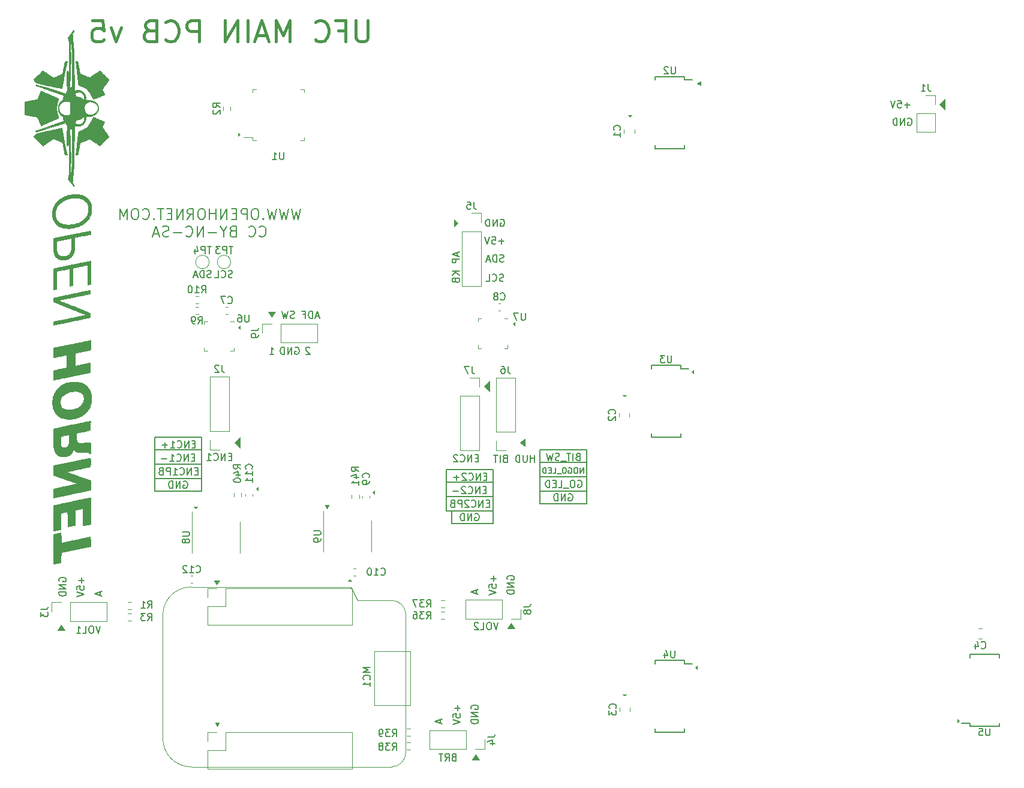
<source format=gbr>
G04 #@! TF.GenerationSoftware,KiCad,Pcbnew,(5.1.9)-1*
G04 #@! TF.CreationDate,2022-08-26T11:24:35-06:00*
G04 #@! TF.ProjectId,ufc_v5_main,7566635f-7635-45f6-9d61-696e2e6b6963,rev?*
G04 #@! TF.SameCoordinates,Original*
G04 #@! TF.FileFunction,Legend,Bot*
G04 #@! TF.FilePolarity,Positive*
%FSLAX46Y46*%
G04 Gerber Fmt 4.6, Leading zero omitted, Abs format (unit mm)*
G04 Created by KiCad (PCBNEW (5.1.9)-1) date 2022-08-26 11:24:35*
%MOMM*%
%LPD*%
G01*
G04 APERTURE LIST*
%ADD10C,0.150000*%
%ADD11C,0.100000*%
%ADD12C,0.400000*%
%ADD13C,0.200000*%
%ADD14C,0.120000*%
%ADD15C,0.050000*%
%ADD16C,0.010000*%
G04 APERTURE END LIST*
D10*
X110494068Y-169988285D02*
X110494068Y-170750190D01*
X110875020Y-170369238D02*
X110113116Y-170369238D01*
X109875020Y-171702571D02*
X109875020Y-171226380D01*
X110351211Y-171178761D01*
X110303592Y-171226380D01*
X110255973Y-171321619D01*
X110255973Y-171559714D01*
X110303592Y-171654952D01*
X110351211Y-171702571D01*
X110446449Y-171750190D01*
X110684544Y-171750190D01*
X110779782Y-171702571D01*
X110827401Y-171654952D01*
X110875020Y-171559714D01*
X110875020Y-171321619D01*
X110827401Y-171226380D01*
X110779782Y-171178761D01*
X109875020Y-172035904D02*
X110875020Y-172369238D01*
X109875020Y-172702571D01*
X107382640Y-170512095D02*
X107335020Y-170416857D01*
X107335020Y-170274000D01*
X107382640Y-170131142D01*
X107477878Y-170035904D01*
X107573116Y-169988285D01*
X107763592Y-169940666D01*
X107906449Y-169940666D01*
X108096925Y-169988285D01*
X108192163Y-170035904D01*
X108287401Y-170131142D01*
X108335020Y-170274000D01*
X108335020Y-170369238D01*
X108287401Y-170512095D01*
X108239782Y-170559714D01*
X107906449Y-170559714D01*
X107906449Y-170369238D01*
X108335020Y-170988285D02*
X107335020Y-170988285D01*
X108335020Y-171559714D01*
X107335020Y-171559714D01*
X108335020Y-172035904D02*
X107335020Y-172035904D01*
X107335020Y-172274000D01*
X107382640Y-172416857D01*
X107477878Y-172512095D01*
X107573116Y-172559714D01*
X107763592Y-172607333D01*
X107906449Y-172607333D01*
X108096925Y-172559714D01*
X108192163Y-172512095D01*
X108287401Y-172416857D01*
X108335020Y-172274000D01*
X108335020Y-172035904D01*
X113129306Y-172051904D02*
X113129306Y-172528095D01*
X113415020Y-171956666D02*
X112415020Y-172290000D01*
X113415020Y-172623333D01*
X163580068Y-188022285D02*
X163580068Y-188784190D01*
X163961020Y-188403238D02*
X163199116Y-188403238D01*
X162961020Y-189736571D02*
X162961020Y-189260380D01*
X163437211Y-189212761D01*
X163389592Y-189260380D01*
X163341973Y-189355619D01*
X163341973Y-189593714D01*
X163389592Y-189688952D01*
X163437211Y-189736571D01*
X163532449Y-189784190D01*
X163770544Y-189784190D01*
X163865782Y-189736571D01*
X163913401Y-189688952D01*
X163961020Y-189593714D01*
X163961020Y-189355619D01*
X163913401Y-189260380D01*
X163865782Y-189212761D01*
X162961020Y-190069904D02*
X163961020Y-190403238D01*
X162961020Y-190736571D01*
X165548640Y-188546095D02*
X165501020Y-188450857D01*
X165501020Y-188308000D01*
X165548640Y-188165142D01*
X165643878Y-188069904D01*
X165739116Y-188022285D01*
X165929592Y-187974666D01*
X166072449Y-187974666D01*
X166262925Y-188022285D01*
X166358163Y-188069904D01*
X166453401Y-188165142D01*
X166501020Y-188308000D01*
X166501020Y-188403238D01*
X166453401Y-188546095D01*
X166405782Y-188593714D01*
X166072449Y-188593714D01*
X166072449Y-188403238D01*
X166501020Y-189022285D02*
X165501020Y-189022285D01*
X166501020Y-189593714D01*
X165501020Y-189593714D01*
X166501020Y-190069904D02*
X165501020Y-190069904D01*
X165501020Y-190308000D01*
X165548640Y-190450857D01*
X165643878Y-190546095D01*
X165739116Y-190593714D01*
X165929592Y-190641333D01*
X166072449Y-190641333D01*
X166262925Y-190593714D01*
X166358163Y-190546095D01*
X166453401Y-190450857D01*
X166501020Y-190308000D01*
X166501020Y-190069904D01*
X161135306Y-190085904D02*
X161135306Y-190562095D01*
X161421020Y-189990666D02*
X160421020Y-190324000D01*
X161421020Y-190657333D01*
X168660068Y-169734285D02*
X168660068Y-170496190D01*
X169041020Y-170115238D02*
X168279116Y-170115238D01*
X168041020Y-171448571D02*
X168041020Y-170972380D01*
X168517211Y-170924761D01*
X168469592Y-170972380D01*
X168421973Y-171067619D01*
X168421973Y-171305714D01*
X168469592Y-171400952D01*
X168517211Y-171448571D01*
X168612449Y-171496190D01*
X168850544Y-171496190D01*
X168945782Y-171448571D01*
X168993401Y-171400952D01*
X169041020Y-171305714D01*
X169041020Y-171067619D01*
X168993401Y-170972380D01*
X168945782Y-170924761D01*
X168041020Y-171781904D02*
X169041020Y-172115238D01*
X168041020Y-172448571D01*
X170628640Y-170258095D02*
X170581020Y-170162857D01*
X170581020Y-170020000D01*
X170628640Y-169877142D01*
X170723878Y-169781904D01*
X170819116Y-169734285D01*
X171009592Y-169686666D01*
X171152449Y-169686666D01*
X171342925Y-169734285D01*
X171438163Y-169781904D01*
X171533401Y-169877142D01*
X171581020Y-170020000D01*
X171581020Y-170115238D01*
X171533401Y-170258095D01*
X171485782Y-170305714D01*
X171152449Y-170305714D01*
X171152449Y-170115238D01*
X171581020Y-170734285D02*
X170581020Y-170734285D01*
X171581020Y-171305714D01*
X170581020Y-171305714D01*
X171581020Y-171781904D02*
X170581020Y-171781904D01*
X170581020Y-172020000D01*
X170628640Y-172162857D01*
X170723878Y-172258095D01*
X170819116Y-172305714D01*
X171009592Y-172353333D01*
X171152449Y-172353333D01*
X171342925Y-172305714D01*
X171438163Y-172258095D01*
X171533401Y-172162857D01*
X171581020Y-172020000D01*
X171581020Y-171781904D01*
X166215306Y-171797904D02*
X166215306Y-172274095D01*
X166501020Y-171702666D02*
X165501020Y-172036000D01*
X166501020Y-172369333D01*
X120836640Y-157812000D02*
X120836640Y-156034000D01*
X121598640Y-157812000D02*
X120836640Y-157812000D01*
X126551973Y-151136571D02*
X126218640Y-151136571D01*
X126075782Y-151660380D02*
X126551973Y-151660380D01*
X126551973Y-150660380D01*
X126075782Y-150660380D01*
X125647211Y-151660380D02*
X125647211Y-150660380D01*
X125075782Y-151660380D01*
X125075782Y-150660380D01*
X124028163Y-151565142D02*
X124075782Y-151612761D01*
X124218640Y-151660380D01*
X124313878Y-151660380D01*
X124456735Y-151612761D01*
X124551973Y-151517523D01*
X124599592Y-151422285D01*
X124647211Y-151231809D01*
X124647211Y-151088952D01*
X124599592Y-150898476D01*
X124551973Y-150803238D01*
X124456735Y-150708000D01*
X124313878Y-150660380D01*
X124218640Y-150660380D01*
X124075782Y-150708000D01*
X124028163Y-150755619D01*
X123075782Y-151660380D02*
X123647211Y-151660380D01*
X123361497Y-151660380D02*
X123361497Y-150660380D01*
X123456735Y-150803238D01*
X123551973Y-150898476D01*
X123647211Y-150946095D01*
X122647211Y-151279428D02*
X121885306Y-151279428D01*
X122266259Y-151660380D02*
X122266259Y-150898476D01*
X120836640Y-156034000D02*
X120836640Y-150192000D01*
X121598640Y-156034000D02*
X120836640Y-156034000D01*
X121090640Y-150192000D02*
X127440640Y-150192000D01*
X127440640Y-157812000D02*
X121598640Y-157812000D01*
X127440640Y-150192000D02*
X127440640Y-157812000D01*
X121598640Y-156034000D02*
X127440640Y-156034000D01*
X120836640Y-151970000D02*
X127440640Y-151970000D01*
X120836640Y-150192000D02*
X121090640Y-150192000D01*
X120836640Y-154002000D02*
X127440640Y-154002000D01*
X126932925Y-154946571D02*
X126599592Y-154946571D01*
X126456735Y-155470380D02*
X126932925Y-155470380D01*
X126932925Y-154470380D01*
X126456735Y-154470380D01*
X126028163Y-155470380D02*
X126028163Y-154470380D01*
X125456735Y-155470380D01*
X125456735Y-154470380D01*
X124409116Y-155375142D02*
X124456735Y-155422761D01*
X124599592Y-155470380D01*
X124694830Y-155470380D01*
X124837687Y-155422761D01*
X124932925Y-155327523D01*
X124980544Y-155232285D01*
X125028163Y-155041809D01*
X125028163Y-154898952D01*
X124980544Y-154708476D01*
X124932925Y-154613238D01*
X124837687Y-154518000D01*
X124694830Y-154470380D01*
X124599592Y-154470380D01*
X124456735Y-154518000D01*
X124409116Y-154565619D01*
X123456735Y-155470380D02*
X124028163Y-155470380D01*
X123742449Y-155470380D02*
X123742449Y-154470380D01*
X123837687Y-154613238D01*
X123932925Y-154708476D01*
X124028163Y-154756095D01*
X123028163Y-155470380D02*
X123028163Y-154470380D01*
X122647211Y-154470380D01*
X122551973Y-154518000D01*
X122504354Y-154565619D01*
X122456735Y-154660857D01*
X122456735Y-154803714D01*
X122504354Y-154898952D01*
X122551973Y-154946571D01*
X122647211Y-154994190D01*
X123028163Y-154994190D01*
X121694830Y-154946571D02*
X121551973Y-154994190D01*
X121504354Y-155041809D01*
X121456735Y-155137047D01*
X121456735Y-155279904D01*
X121504354Y-155375142D01*
X121551973Y-155422761D01*
X121647211Y-155470380D01*
X122028163Y-155470380D01*
X122028163Y-154470380D01*
X121694830Y-154470380D01*
X121599592Y-154518000D01*
X121551973Y-154565619D01*
X121504354Y-154660857D01*
X121504354Y-154756095D01*
X121551973Y-154851333D01*
X121599592Y-154898952D01*
X121694830Y-154946571D01*
X122028163Y-154946571D01*
X126471973Y-153041571D02*
X126138640Y-153041571D01*
X125995782Y-153565380D02*
X126471973Y-153565380D01*
X126471973Y-152565380D01*
X125995782Y-152565380D01*
X125567211Y-153565380D02*
X125567211Y-152565380D01*
X124995782Y-153565380D01*
X124995782Y-152565380D01*
X123948163Y-153470142D02*
X123995782Y-153517761D01*
X124138640Y-153565380D01*
X124233878Y-153565380D01*
X124376735Y-153517761D01*
X124471973Y-153422523D01*
X124519592Y-153327285D01*
X124567211Y-153136809D01*
X124567211Y-152993952D01*
X124519592Y-152803476D01*
X124471973Y-152708238D01*
X124376735Y-152613000D01*
X124233878Y-152565380D01*
X124138640Y-152565380D01*
X123995782Y-152613000D01*
X123948163Y-152660619D01*
X122995782Y-153565380D02*
X123567211Y-153565380D01*
X123281497Y-153565380D02*
X123281497Y-152565380D01*
X123376735Y-152708238D01*
X123471973Y-152803476D01*
X123567211Y-152851095D01*
X122567211Y-153184428D02*
X121805306Y-153184428D01*
X124900544Y-156423000D02*
X124995782Y-156375380D01*
X125138640Y-156375380D01*
X125281497Y-156423000D01*
X125376735Y-156518238D01*
X125424354Y-156613476D01*
X125471973Y-156803952D01*
X125471973Y-156946809D01*
X125424354Y-157137285D01*
X125376735Y-157232523D01*
X125281497Y-157327761D01*
X125138640Y-157375380D01*
X125043401Y-157375380D01*
X124900544Y-157327761D01*
X124852925Y-157280142D01*
X124852925Y-156946809D01*
X125043401Y-156946809D01*
X124424354Y-157375380D02*
X124424354Y-156375380D01*
X123852925Y-157375380D01*
X123852925Y-156375380D01*
X123376735Y-157375380D02*
X123376735Y-156375380D01*
X123138640Y-156375380D01*
X122995782Y-156423000D01*
X122900544Y-156518238D01*
X122852925Y-156613476D01*
X122805306Y-156803952D01*
X122805306Y-156946809D01*
X122852925Y-157137285D01*
X122900544Y-157232523D01*
X122995782Y-157327761D01*
X123138640Y-157375380D01*
X123376735Y-157375380D01*
X142712354Y-137547619D02*
X142664735Y-137500000D01*
X142569497Y-137452380D01*
X142331401Y-137452380D01*
X142236163Y-137500000D01*
X142188544Y-137547619D01*
X142140925Y-137642857D01*
X142140925Y-137738095D01*
X142188544Y-137880952D01*
X142759973Y-138452380D01*
X142140925Y-138452380D01*
X140648544Y-137500000D02*
X140743782Y-137452380D01*
X140886640Y-137452380D01*
X141029497Y-137500000D01*
X141124735Y-137595238D01*
X141172354Y-137690476D01*
X141219973Y-137880952D01*
X141219973Y-138023809D01*
X141172354Y-138214285D01*
X141124735Y-138309523D01*
X141029497Y-138404761D01*
X140886640Y-138452380D01*
X140791401Y-138452380D01*
X140648544Y-138404761D01*
X140600925Y-138357142D01*
X140600925Y-138023809D01*
X140791401Y-138023809D01*
X140172354Y-138452380D02*
X140172354Y-137452380D01*
X139600925Y-138452380D01*
X139600925Y-137452380D01*
X139124735Y-138452380D02*
X139124735Y-137452380D01*
X138886640Y-137452380D01*
X138743782Y-137500000D01*
X138648544Y-137595238D01*
X138600925Y-137690476D01*
X138553306Y-137880952D01*
X138553306Y-138023809D01*
X138600925Y-138214285D01*
X138648544Y-138309523D01*
X138743782Y-138404761D01*
X138886640Y-138452380D01*
X139124735Y-138452380D01*
X137060925Y-138452380D02*
X137632354Y-138452380D01*
X137346640Y-138452380D02*
X137346640Y-137452380D01*
X137441878Y-137595238D01*
X137537116Y-137690476D01*
X137632354Y-137738095D01*
X175192640Y-159590000D02*
X175192640Y-157812000D01*
X175954640Y-159590000D02*
X175192640Y-159590000D01*
X180550830Y-152914571D02*
X180407973Y-152962190D01*
X180360354Y-153009809D01*
X180312735Y-153105047D01*
X180312735Y-153247904D01*
X180360354Y-153343142D01*
X180407973Y-153390761D01*
X180503211Y-153438380D01*
X180884163Y-153438380D01*
X180884163Y-152438380D01*
X180550830Y-152438380D01*
X180455592Y-152486000D01*
X180407973Y-152533619D01*
X180360354Y-152628857D01*
X180360354Y-152724095D01*
X180407973Y-152819333D01*
X180455592Y-152866952D01*
X180550830Y-152914571D01*
X180884163Y-152914571D01*
X179884163Y-153438380D02*
X179884163Y-152438380D01*
X179550830Y-152438380D02*
X178979401Y-152438380D01*
X179265116Y-153438380D02*
X179265116Y-152438380D01*
X178884163Y-153533619D02*
X178122259Y-153533619D01*
X177931782Y-153390761D02*
X177788925Y-153438380D01*
X177550830Y-153438380D01*
X177455592Y-153390761D01*
X177407973Y-153343142D01*
X177360354Y-153247904D01*
X177360354Y-153152666D01*
X177407973Y-153057428D01*
X177455592Y-153009809D01*
X177550830Y-152962190D01*
X177741306Y-152914571D01*
X177836544Y-152866952D01*
X177884163Y-152819333D01*
X177931782Y-152724095D01*
X177931782Y-152628857D01*
X177884163Y-152533619D01*
X177836544Y-152486000D01*
X177741306Y-152438380D01*
X177503211Y-152438380D01*
X177360354Y-152486000D01*
X177027020Y-152438380D02*
X176788925Y-153438380D01*
X176598449Y-152724095D01*
X176407973Y-153438380D01*
X176169878Y-152438380D01*
X175192640Y-157812000D02*
X175192640Y-151970000D01*
X175954640Y-157812000D02*
X175192640Y-157812000D01*
X175446640Y-151970000D02*
X181796640Y-151970000D01*
X181796640Y-159590000D02*
X175954640Y-159590000D01*
X181796640Y-151970000D02*
X181796640Y-159590000D01*
X175954640Y-157812000D02*
X181796640Y-157812000D01*
X175192640Y-153748000D02*
X181796640Y-153748000D01*
X175192640Y-151970000D02*
X175446640Y-151970000D01*
X175192640Y-155780000D02*
X181796640Y-155780000D01*
X180574640Y-156296000D02*
X180669878Y-156248380D01*
X180812735Y-156248380D01*
X180955592Y-156296000D01*
X181050830Y-156391238D01*
X181098449Y-156486476D01*
X181146068Y-156676952D01*
X181146068Y-156819809D01*
X181098449Y-157010285D01*
X181050830Y-157105523D01*
X180955592Y-157200761D01*
X180812735Y-157248380D01*
X180717497Y-157248380D01*
X180574640Y-157200761D01*
X180527020Y-157153142D01*
X180527020Y-156819809D01*
X180717497Y-156819809D01*
X179907973Y-156248380D02*
X179717497Y-156248380D01*
X179622259Y-156296000D01*
X179527020Y-156391238D01*
X179479401Y-156581714D01*
X179479401Y-156915047D01*
X179527020Y-157105523D01*
X179622259Y-157200761D01*
X179717497Y-157248380D01*
X179907973Y-157248380D01*
X180003211Y-157200761D01*
X180098449Y-157105523D01*
X180146068Y-156915047D01*
X180146068Y-156581714D01*
X180098449Y-156391238D01*
X180003211Y-156296000D01*
X179907973Y-156248380D01*
X179288925Y-157343619D02*
X178527020Y-157343619D01*
X177812735Y-157248380D02*
X178288925Y-157248380D01*
X178288925Y-156248380D01*
X177479401Y-156724571D02*
X177146068Y-156724571D01*
X177003211Y-157248380D02*
X177479401Y-157248380D01*
X177479401Y-156248380D01*
X177003211Y-156248380D01*
X176574640Y-157248380D02*
X176574640Y-156248380D01*
X176336544Y-156248380D01*
X176193687Y-156296000D01*
X176098449Y-156391238D01*
X176050830Y-156486476D01*
X176003211Y-156676952D01*
X176003211Y-156819809D01*
X176050830Y-157010285D01*
X176098449Y-157105523D01*
X176193687Y-157200761D01*
X176336544Y-157248380D01*
X176574640Y-157248380D01*
X181351782Y-155252904D02*
X181351782Y-154452904D01*
X180894640Y-155252904D01*
X180894640Y-154452904D01*
X180361306Y-154452904D02*
X180208925Y-154452904D01*
X180132735Y-154491000D01*
X180056544Y-154567190D01*
X180018449Y-154719571D01*
X180018449Y-154986238D01*
X180056544Y-155138619D01*
X180132735Y-155214809D01*
X180208925Y-155252904D01*
X180361306Y-155252904D01*
X180437497Y-155214809D01*
X180513687Y-155138619D01*
X180551782Y-154986238D01*
X180551782Y-154719571D01*
X180513687Y-154567190D01*
X180437497Y-154491000D01*
X180361306Y-154452904D01*
X179256544Y-154491000D02*
X179332735Y-154452904D01*
X179447020Y-154452904D01*
X179561306Y-154491000D01*
X179637497Y-154567190D01*
X179675592Y-154643380D01*
X179713687Y-154795761D01*
X179713687Y-154910047D01*
X179675592Y-155062428D01*
X179637497Y-155138619D01*
X179561306Y-155214809D01*
X179447020Y-155252904D01*
X179370830Y-155252904D01*
X179256544Y-155214809D01*
X179218449Y-155176714D01*
X179218449Y-154910047D01*
X179370830Y-154910047D01*
X178723211Y-154452904D02*
X178570830Y-154452904D01*
X178494640Y-154491000D01*
X178418449Y-154567190D01*
X178380354Y-154719571D01*
X178380354Y-154986238D01*
X178418449Y-155138619D01*
X178494640Y-155214809D01*
X178570830Y-155252904D01*
X178723211Y-155252904D01*
X178799401Y-155214809D01*
X178875592Y-155138619D01*
X178913687Y-154986238D01*
X178913687Y-154719571D01*
X178875592Y-154567190D01*
X178799401Y-154491000D01*
X178723211Y-154452904D01*
X178227973Y-155329095D02*
X177618449Y-155329095D01*
X177047020Y-155252904D02*
X177427973Y-155252904D01*
X177427973Y-154452904D01*
X176780354Y-154833857D02*
X176513687Y-154833857D01*
X176399401Y-155252904D02*
X176780354Y-155252904D01*
X176780354Y-154452904D01*
X176399401Y-154452904D01*
X176056544Y-155252904D02*
X176056544Y-154452904D01*
X175866068Y-154452904D01*
X175751782Y-154491000D01*
X175675592Y-154567190D01*
X175637497Y-154643380D01*
X175599401Y-154795761D01*
X175599401Y-154910047D01*
X175637497Y-155062428D01*
X175675592Y-155138619D01*
X175751782Y-155214809D01*
X175866068Y-155252904D01*
X176056544Y-155252904D01*
X179256544Y-158201000D02*
X179351782Y-158153380D01*
X179494640Y-158153380D01*
X179637497Y-158201000D01*
X179732735Y-158296238D01*
X179780354Y-158391476D01*
X179827973Y-158581952D01*
X179827973Y-158724809D01*
X179780354Y-158915285D01*
X179732735Y-159010523D01*
X179637497Y-159105761D01*
X179494640Y-159153380D01*
X179399401Y-159153380D01*
X179256544Y-159105761D01*
X179208925Y-159058142D01*
X179208925Y-158724809D01*
X179399401Y-158724809D01*
X178780354Y-159153380D02*
X178780354Y-158153380D01*
X178208925Y-159153380D01*
X178208925Y-158153380D01*
X177732735Y-159153380D02*
X177732735Y-158153380D01*
X177494640Y-158153380D01*
X177351782Y-158201000D01*
X177256544Y-158296238D01*
X177208925Y-158391476D01*
X177161306Y-158581952D01*
X177161306Y-158724809D01*
X177208925Y-158915285D01*
X177256544Y-159010523D01*
X177351782Y-159105761D01*
X177494640Y-159153380D01*
X177732735Y-159153380D01*
X162746640Y-160606000D02*
X168588640Y-160606000D01*
X161984640Y-158574000D02*
X168588640Y-158574000D01*
X161984640Y-156542000D02*
X168588640Y-156542000D01*
X161984640Y-154764000D02*
X162238640Y-154764000D01*
X161984640Y-160606000D02*
X161984640Y-154764000D01*
X162746640Y-160606000D02*
X161984640Y-160606000D01*
X162746640Y-162384000D02*
X162746640Y-160606000D01*
X168588640Y-162384000D02*
X162746640Y-162384000D01*
X168588640Y-154764000D02*
X168588640Y-162384000D01*
X162238640Y-154764000D02*
X168588640Y-154764000D01*
X168080925Y-159518571D02*
X167747592Y-159518571D01*
X167604735Y-160042380D02*
X168080925Y-160042380D01*
X168080925Y-159042380D01*
X167604735Y-159042380D01*
X167176163Y-160042380D02*
X167176163Y-159042380D01*
X166604735Y-160042380D01*
X166604735Y-159042380D01*
X165557116Y-159947142D02*
X165604735Y-159994761D01*
X165747592Y-160042380D01*
X165842830Y-160042380D01*
X165985687Y-159994761D01*
X166080925Y-159899523D01*
X166128544Y-159804285D01*
X166176163Y-159613809D01*
X166176163Y-159470952D01*
X166128544Y-159280476D01*
X166080925Y-159185238D01*
X165985687Y-159090000D01*
X165842830Y-159042380D01*
X165747592Y-159042380D01*
X165604735Y-159090000D01*
X165557116Y-159137619D01*
X165176163Y-159137619D02*
X165128544Y-159090000D01*
X165033306Y-159042380D01*
X164795211Y-159042380D01*
X164699973Y-159090000D01*
X164652354Y-159137619D01*
X164604735Y-159232857D01*
X164604735Y-159328095D01*
X164652354Y-159470952D01*
X165223782Y-160042380D01*
X164604735Y-160042380D01*
X164176163Y-160042380D02*
X164176163Y-159042380D01*
X163795211Y-159042380D01*
X163699973Y-159090000D01*
X163652354Y-159137619D01*
X163604735Y-159232857D01*
X163604735Y-159375714D01*
X163652354Y-159470952D01*
X163699973Y-159518571D01*
X163795211Y-159566190D01*
X164176163Y-159566190D01*
X162842830Y-159518571D02*
X162699973Y-159566190D01*
X162652354Y-159613809D01*
X162604735Y-159709047D01*
X162604735Y-159851904D01*
X162652354Y-159947142D01*
X162699973Y-159994761D01*
X162795211Y-160042380D01*
X163176163Y-160042380D01*
X163176163Y-159042380D01*
X162842830Y-159042380D01*
X162747592Y-159090000D01*
X162699973Y-159137619D01*
X162652354Y-159232857D01*
X162652354Y-159328095D01*
X162699973Y-159423333D01*
X162747592Y-159470952D01*
X162842830Y-159518571D01*
X163176163Y-159518571D01*
X166048544Y-160995000D02*
X166143782Y-160947380D01*
X166286640Y-160947380D01*
X166429497Y-160995000D01*
X166524735Y-161090238D01*
X166572354Y-161185476D01*
X166619973Y-161375952D01*
X166619973Y-161518809D01*
X166572354Y-161709285D01*
X166524735Y-161804523D01*
X166429497Y-161899761D01*
X166286640Y-161947380D01*
X166191401Y-161947380D01*
X166048544Y-161899761D01*
X166000925Y-161852142D01*
X166000925Y-161518809D01*
X166191401Y-161518809D01*
X165572354Y-161947380D02*
X165572354Y-160947380D01*
X165000925Y-161947380D01*
X165000925Y-160947380D01*
X164524735Y-161947380D02*
X164524735Y-160947380D01*
X164286640Y-160947380D01*
X164143782Y-160995000D01*
X164048544Y-161090238D01*
X164000925Y-161185476D01*
X163953306Y-161375952D01*
X163953306Y-161518809D01*
X164000925Y-161709285D01*
X164048544Y-161804523D01*
X164143782Y-161899761D01*
X164286640Y-161947380D01*
X164524735Y-161947380D01*
X167619973Y-157613571D02*
X167286640Y-157613571D01*
X167143782Y-158137380D02*
X167619973Y-158137380D01*
X167619973Y-157137380D01*
X167143782Y-157137380D01*
X166715211Y-158137380D02*
X166715211Y-157137380D01*
X166143782Y-158137380D01*
X166143782Y-157137380D01*
X165096163Y-158042142D02*
X165143782Y-158089761D01*
X165286640Y-158137380D01*
X165381878Y-158137380D01*
X165524735Y-158089761D01*
X165619973Y-157994523D01*
X165667592Y-157899285D01*
X165715211Y-157708809D01*
X165715211Y-157565952D01*
X165667592Y-157375476D01*
X165619973Y-157280238D01*
X165524735Y-157185000D01*
X165381878Y-157137380D01*
X165286640Y-157137380D01*
X165143782Y-157185000D01*
X165096163Y-157232619D01*
X164715211Y-157232619D02*
X164667592Y-157185000D01*
X164572354Y-157137380D01*
X164334259Y-157137380D01*
X164239020Y-157185000D01*
X164191401Y-157232619D01*
X164143782Y-157327857D01*
X164143782Y-157423095D01*
X164191401Y-157565952D01*
X164762830Y-158137380D01*
X164143782Y-158137380D01*
X163715211Y-157756428D02*
X162953306Y-157756428D01*
X167699973Y-155708571D02*
X167366640Y-155708571D01*
X167223782Y-156232380D02*
X167699973Y-156232380D01*
X167699973Y-155232380D01*
X167223782Y-155232380D01*
X166795211Y-156232380D02*
X166795211Y-155232380D01*
X166223782Y-156232380D01*
X166223782Y-155232380D01*
X165176163Y-156137142D02*
X165223782Y-156184761D01*
X165366640Y-156232380D01*
X165461878Y-156232380D01*
X165604735Y-156184761D01*
X165699973Y-156089523D01*
X165747592Y-155994285D01*
X165795211Y-155803809D01*
X165795211Y-155660952D01*
X165747592Y-155470476D01*
X165699973Y-155375238D01*
X165604735Y-155280000D01*
X165461878Y-155232380D01*
X165366640Y-155232380D01*
X165223782Y-155280000D01*
X165176163Y-155327619D01*
X164795211Y-155327619D02*
X164747592Y-155280000D01*
X164652354Y-155232380D01*
X164414259Y-155232380D01*
X164319020Y-155280000D01*
X164271401Y-155327619D01*
X164223782Y-155422857D01*
X164223782Y-155518095D01*
X164271401Y-155660952D01*
X164842830Y-156232380D01*
X164223782Y-156232380D01*
X163795211Y-155851428D02*
X163033306Y-155851428D01*
X163414259Y-156232380D02*
X163414259Y-155470476D01*
X170057116Y-128104761D02*
X169914259Y-128152380D01*
X169676163Y-128152380D01*
X169580925Y-128104761D01*
X169533306Y-128057142D01*
X169485687Y-127961904D01*
X169485687Y-127866666D01*
X169533306Y-127771428D01*
X169580925Y-127723809D01*
X169676163Y-127676190D01*
X169866640Y-127628571D01*
X169961878Y-127580952D01*
X170009497Y-127533333D01*
X170057116Y-127438095D01*
X170057116Y-127342857D01*
X170009497Y-127247619D01*
X169961878Y-127200000D01*
X169866640Y-127152380D01*
X169628544Y-127152380D01*
X169485687Y-127200000D01*
X168485687Y-128057142D02*
X168533306Y-128104761D01*
X168676163Y-128152380D01*
X168771401Y-128152380D01*
X168914259Y-128104761D01*
X169009497Y-128009523D01*
X169057116Y-127914285D01*
X169104735Y-127723809D01*
X169104735Y-127580952D01*
X169057116Y-127390476D01*
X169009497Y-127295238D01*
X168914259Y-127200000D01*
X168771401Y-127152380D01*
X168676163Y-127152380D01*
X168533306Y-127200000D01*
X168485687Y-127247619D01*
X167580925Y-128152380D02*
X168057116Y-128152380D01*
X168057116Y-127152380D01*
X170080925Y-125354761D02*
X169938068Y-125402380D01*
X169699973Y-125402380D01*
X169604735Y-125354761D01*
X169557116Y-125307142D01*
X169509497Y-125211904D01*
X169509497Y-125116666D01*
X169557116Y-125021428D01*
X169604735Y-124973809D01*
X169699973Y-124926190D01*
X169890449Y-124878571D01*
X169985687Y-124830952D01*
X170033306Y-124783333D01*
X170080925Y-124688095D01*
X170080925Y-124592857D01*
X170033306Y-124497619D01*
X169985687Y-124450000D01*
X169890449Y-124402380D01*
X169652354Y-124402380D01*
X169509497Y-124450000D01*
X169080925Y-125402380D02*
X169080925Y-124402380D01*
X168842830Y-124402380D01*
X168699973Y-124450000D01*
X168604735Y-124545238D01*
X168557116Y-124640476D01*
X168509497Y-124830952D01*
X168509497Y-124973809D01*
X168557116Y-125164285D01*
X168604735Y-125259523D01*
X168699973Y-125354761D01*
X168842830Y-125402380D01*
X169080925Y-125402380D01*
X168128544Y-125116666D02*
X167652354Y-125116666D01*
X168223782Y-125402380D02*
X167890449Y-124402380D01*
X167557116Y-125402380D01*
X170152354Y-122521428D02*
X169390449Y-122521428D01*
X169771401Y-122902380D02*
X169771401Y-122140476D01*
X168438068Y-121902380D02*
X168914259Y-121902380D01*
X168961878Y-122378571D01*
X168914259Y-122330952D01*
X168819020Y-122283333D01*
X168580925Y-122283333D01*
X168485687Y-122330952D01*
X168438068Y-122378571D01*
X168390449Y-122473809D01*
X168390449Y-122711904D01*
X168438068Y-122807142D01*
X168485687Y-122854761D01*
X168580925Y-122902380D01*
X168819020Y-122902380D01*
X168914259Y-122854761D01*
X168961878Y-122807142D01*
X168104735Y-121902380D02*
X167771401Y-122902380D01*
X167438068Y-121902380D01*
X169628544Y-119450000D02*
X169723782Y-119402380D01*
X169866640Y-119402380D01*
X170009497Y-119450000D01*
X170104735Y-119545238D01*
X170152354Y-119640476D01*
X170199973Y-119830952D01*
X170199973Y-119973809D01*
X170152354Y-120164285D01*
X170104735Y-120259523D01*
X170009497Y-120354761D01*
X169866640Y-120402380D01*
X169771401Y-120402380D01*
X169628544Y-120354761D01*
X169580925Y-120307142D01*
X169580925Y-119973809D01*
X169771401Y-119973809D01*
X169152354Y-120402380D02*
X169152354Y-119402380D01*
X168580925Y-120402380D01*
X168580925Y-119402380D01*
X168104735Y-120402380D02*
X168104735Y-119402380D01*
X167866640Y-119402380D01*
X167723782Y-119450000D01*
X167628544Y-119545238D01*
X167580925Y-119640476D01*
X167533306Y-119830952D01*
X167533306Y-119973809D01*
X167580925Y-120164285D01*
X167628544Y-120259523D01*
X167723782Y-120354761D01*
X167866640Y-120402380D01*
X168104735Y-120402380D01*
D11*
G36*
X163616640Y-119950000D02*
G01*
X163116640Y-120450000D01*
X163116640Y-119450000D01*
X163616640Y-119950000D01*
G37*
X163616640Y-119950000D02*
X163116640Y-120450000D01*
X163116640Y-119450000D01*
X163616640Y-119950000D01*
D10*
X227128544Y-105200000D02*
X227223782Y-105152380D01*
X227366640Y-105152380D01*
X227509497Y-105200000D01*
X227604735Y-105295238D01*
X227652354Y-105390476D01*
X227699973Y-105580952D01*
X227699973Y-105723809D01*
X227652354Y-105914285D01*
X227604735Y-106009523D01*
X227509497Y-106104761D01*
X227366640Y-106152380D01*
X227271401Y-106152380D01*
X227128544Y-106104761D01*
X227080925Y-106057142D01*
X227080925Y-105723809D01*
X227271401Y-105723809D01*
X226652354Y-106152380D02*
X226652354Y-105152380D01*
X226080925Y-106152380D01*
X226080925Y-105152380D01*
X225604735Y-106152380D02*
X225604735Y-105152380D01*
X225366640Y-105152380D01*
X225223782Y-105200000D01*
X225128544Y-105295238D01*
X225080925Y-105390476D01*
X225033306Y-105580952D01*
X225033306Y-105723809D01*
X225080925Y-105914285D01*
X225128544Y-106009523D01*
X225223782Y-106104761D01*
X225366640Y-106152380D01*
X225604735Y-106152380D01*
X227402354Y-103271428D02*
X226640449Y-103271428D01*
X227021401Y-103652380D02*
X227021401Y-102890476D01*
X225688068Y-102652380D02*
X226164259Y-102652380D01*
X226211878Y-103128571D01*
X226164259Y-103080952D01*
X226069020Y-103033333D01*
X225830925Y-103033333D01*
X225735687Y-103080952D01*
X225688068Y-103128571D01*
X225640449Y-103223809D01*
X225640449Y-103461904D01*
X225688068Y-103557142D01*
X225735687Y-103604761D01*
X225830925Y-103652380D01*
X226069020Y-103652380D01*
X226164259Y-103604761D01*
X226211878Y-103557142D01*
X225354735Y-102652380D02*
X225021401Y-103652380D01*
X224688068Y-102652380D01*
D11*
G36*
X232366640Y-103950000D02*
G01*
X231616640Y-103200000D01*
X232366640Y-102450000D01*
X232366640Y-103950000D01*
G37*
X232366640Y-103950000D02*
X231616640Y-103200000D01*
X232366640Y-102450000D01*
X232366640Y-103950000D01*
G36*
X137366640Y-133200000D02*
G01*
X136866640Y-132450000D01*
X137866640Y-132450000D01*
X137366640Y-133200000D01*
G37*
X137366640Y-133200000D02*
X136866640Y-132450000D01*
X137866640Y-132450000D01*
X137366640Y-133200000D01*
G36*
X171616640Y-177200000D02*
G01*
X170616640Y-177200000D01*
X171116640Y-176450000D01*
X171616640Y-177200000D01*
G37*
X171616640Y-177200000D02*
X170616640Y-177200000D01*
X171116640Y-176450000D01*
X171616640Y-177200000D01*
G36*
X132866640Y-151700000D02*
G01*
X132116640Y-150950000D01*
X132866640Y-150200000D01*
X132866640Y-151700000D01*
G37*
X132866640Y-151700000D02*
X132116640Y-150950000D01*
X132866640Y-150200000D01*
X132866640Y-151700000D01*
G36*
X145116640Y-160200000D02*
G01*
X144866640Y-159700000D01*
X145366640Y-159700000D01*
X145116640Y-160200000D01*
G37*
X145116640Y-160200000D02*
X144866640Y-159700000D01*
X145366640Y-159700000D01*
X145116640Y-160200000D01*
G36*
X126616640Y-160200000D02*
G01*
X126366640Y-159950000D01*
X126866640Y-159950000D01*
X126616640Y-160200000D01*
G37*
X126616640Y-160200000D02*
X126366640Y-159950000D01*
X126866640Y-159950000D01*
X126616640Y-160200000D01*
G36*
X168116640Y-143700000D02*
G01*
X167366640Y-142950000D01*
X168116640Y-142200000D01*
X168116640Y-143700000D01*
G37*
X168116640Y-143700000D02*
X167366640Y-142950000D01*
X168116640Y-142200000D01*
X168116640Y-143700000D01*
G36*
X173116640Y-151450000D02*
G01*
X172366640Y-150950000D01*
X173116640Y-150450000D01*
X173116640Y-151450000D01*
G37*
X173116640Y-151450000D02*
X172366640Y-150950000D01*
X173116640Y-150450000D01*
X173116640Y-151450000D01*
G36*
X166616640Y-195700000D02*
G01*
X165616640Y-195700000D01*
X166116640Y-194950000D01*
X166616640Y-195700000D01*
G37*
X166616640Y-195700000D02*
X165616640Y-195700000D01*
X166116640Y-194950000D01*
X166616640Y-195700000D01*
G36*
X108116640Y-177450000D02*
G01*
X107866640Y-177450000D01*
X107616640Y-176700000D01*
X108116640Y-177450000D01*
G37*
X108116640Y-177450000D02*
X107866640Y-177450000D01*
X107616640Y-176700000D01*
X108116640Y-177450000D01*
G36*
X107866640Y-177450000D02*
G01*
X107116640Y-177450000D01*
X107616640Y-176700000D01*
X107866640Y-177450000D01*
G37*
X107866640Y-177450000D02*
X107116640Y-177450000D01*
X107616640Y-176700000D01*
X107866640Y-177450000D01*
G36*
X129616640Y-190950000D02*
G01*
X129366640Y-190450000D01*
X129866640Y-190450000D01*
X129616640Y-190950000D01*
G37*
X129616640Y-190950000D02*
X129366640Y-190450000D01*
X129866640Y-190450000D01*
X129616640Y-190950000D01*
G36*
X148616640Y-170450000D02*
G01*
X148116640Y-170450000D01*
X148366640Y-170200000D01*
X148616640Y-170450000D01*
G37*
X148616640Y-170450000D02*
X148116640Y-170450000D01*
X148366640Y-170200000D01*
X148616640Y-170450000D01*
G36*
X151866640Y-158200000D02*
G01*
X151616640Y-157950000D01*
X151866640Y-157700000D01*
X151866640Y-158200000D01*
G37*
X151866640Y-158200000D02*
X151616640Y-157950000D01*
X151866640Y-157700000D01*
X151866640Y-158200000D01*
G36*
X135366640Y-157700000D02*
G01*
X135116640Y-157450000D01*
X135366640Y-157200000D01*
X135366640Y-157700000D01*
G37*
X135366640Y-157700000D02*
X135116640Y-157450000D01*
X135366640Y-157200000D01*
X135366640Y-157700000D01*
G36*
X132866640Y-134950000D02*
G01*
X132616640Y-134700000D01*
X132866640Y-134450000D01*
X132866640Y-134950000D01*
G37*
X132866640Y-134950000D02*
X132616640Y-134700000D01*
X132866640Y-134450000D01*
X132866640Y-134950000D01*
G36*
X171616640Y-134450000D02*
G01*
X171366640Y-134200000D01*
X171616640Y-133950000D01*
X171616640Y-134450000D01*
G37*
X171616640Y-134450000D02*
X171366640Y-134200000D01*
X171616640Y-133950000D01*
X171616640Y-134450000D01*
G36*
X187866640Y-104950000D02*
G01*
X187616640Y-104700000D01*
X188116640Y-104700000D01*
X187866640Y-104950000D01*
G37*
X187866640Y-104950000D02*
X187616640Y-104700000D01*
X188116640Y-104700000D01*
X187866640Y-104950000D01*
G36*
X187116640Y-144450000D02*
G01*
X186866640Y-144200000D01*
X187366640Y-144200000D01*
X187116640Y-144450000D01*
G37*
X187116640Y-144450000D02*
X186866640Y-144200000D01*
X187366640Y-144200000D01*
X187116640Y-144450000D01*
G36*
X187116640Y-186700000D02*
G01*
X186866640Y-186450000D01*
X187366640Y-186450000D01*
X187116640Y-186700000D01*
G37*
X187116640Y-186700000D02*
X186866640Y-186450000D01*
X187366640Y-186450000D01*
X187116640Y-186700000D01*
G36*
X234366640Y-190200000D02*
G01*
X234116640Y-190450000D01*
X234116640Y-189950000D01*
X234366640Y-190200000D01*
G37*
X234366640Y-190200000D02*
X234116640Y-190450000D01*
X234116640Y-189950000D01*
X234366640Y-190200000D01*
G36*
X197366640Y-182950000D02*
G01*
X197116640Y-182700000D01*
X197366640Y-182450000D01*
X197366640Y-182950000D01*
G37*
X197366640Y-182950000D02*
X197116640Y-182700000D01*
X197366640Y-182450000D01*
X197366640Y-182950000D01*
G36*
X196866640Y-141200000D02*
G01*
X196616640Y-140950000D01*
X196866640Y-140700000D01*
X196866640Y-141200000D01*
G37*
X196866640Y-141200000D02*
X196616640Y-140950000D01*
X196866640Y-140700000D01*
X196866640Y-141200000D01*
G36*
X197866640Y-100450000D02*
G01*
X197366640Y-100200000D01*
X197866640Y-99950000D01*
X197866640Y-100450000D01*
G37*
X197866640Y-100450000D02*
X197366640Y-100200000D01*
X197866640Y-99950000D01*
X197866640Y-100450000D01*
G36*
X132866640Y-107450000D02*
G01*
X132616640Y-107700000D01*
X132616640Y-107200000D01*
X132866640Y-107450000D01*
G37*
X132866640Y-107450000D02*
X132616640Y-107700000D01*
X132616640Y-107200000D01*
X132866640Y-107450000D01*
G36*
X129599640Y-171020000D02*
G01*
X129218640Y-170385000D01*
X129980640Y-170385000D01*
X129599640Y-171020000D01*
G37*
X129599640Y-171020000D02*
X129218640Y-170385000D01*
X129980640Y-170385000D01*
X129599640Y-171020000D01*
D12*
X150933211Y-91317142D02*
X150933211Y-93745714D01*
X150790354Y-94031428D01*
X150647497Y-94174285D01*
X150361782Y-94317142D01*
X149790354Y-94317142D01*
X149504640Y-94174285D01*
X149361782Y-94031428D01*
X149218925Y-93745714D01*
X149218925Y-91317142D01*
X146790354Y-92745714D02*
X147790354Y-92745714D01*
X147790354Y-94317142D02*
X147790354Y-91317142D01*
X146361782Y-91317142D01*
X143504640Y-94031428D02*
X143647497Y-94174285D01*
X144076068Y-94317142D01*
X144361782Y-94317142D01*
X144790354Y-94174285D01*
X145076068Y-93888571D01*
X145218925Y-93602857D01*
X145361782Y-93031428D01*
X145361782Y-92602857D01*
X145218925Y-92031428D01*
X145076068Y-91745714D01*
X144790354Y-91460000D01*
X144361782Y-91317142D01*
X144076068Y-91317142D01*
X143647497Y-91460000D01*
X143504640Y-91602857D01*
X139933211Y-94317142D02*
X139933211Y-91317142D01*
X138933211Y-93460000D01*
X137933211Y-91317142D01*
X137933211Y-94317142D01*
X136647497Y-93460000D02*
X135218925Y-93460000D01*
X136933211Y-94317142D02*
X135933211Y-91317142D01*
X134933211Y-94317142D01*
X133933211Y-94317142D02*
X133933211Y-91317142D01*
X132504640Y-94317142D02*
X132504640Y-91317142D01*
X130790354Y-94317142D01*
X130790354Y-91317142D01*
X127076068Y-94317142D02*
X127076068Y-91317142D01*
X125933211Y-91317142D01*
X125647497Y-91460000D01*
X125504640Y-91602857D01*
X125361782Y-91888571D01*
X125361782Y-92317142D01*
X125504640Y-92602857D01*
X125647497Y-92745714D01*
X125933211Y-92888571D01*
X127076068Y-92888571D01*
X122361782Y-94031428D02*
X122504640Y-94174285D01*
X122933211Y-94317142D01*
X123218925Y-94317142D01*
X123647497Y-94174285D01*
X123933211Y-93888571D01*
X124076068Y-93602857D01*
X124218925Y-93031428D01*
X124218925Y-92602857D01*
X124076068Y-92031428D01*
X123933211Y-91745714D01*
X123647497Y-91460000D01*
X123218925Y-91317142D01*
X122933211Y-91317142D01*
X122504640Y-91460000D01*
X122361782Y-91602857D01*
X120076068Y-92745714D02*
X119647497Y-92888571D01*
X119504640Y-93031428D01*
X119361782Y-93317142D01*
X119361782Y-93745714D01*
X119504640Y-94031428D01*
X119647497Y-94174285D01*
X119933211Y-94317142D01*
X121076068Y-94317142D01*
X121076068Y-91317142D01*
X120076068Y-91317142D01*
X119790354Y-91460000D01*
X119647497Y-91602857D01*
X119504640Y-91888571D01*
X119504640Y-92174285D01*
X119647497Y-92460000D01*
X119790354Y-92602857D01*
X120076068Y-92745714D01*
X121076068Y-92745714D01*
X116076068Y-92317142D02*
X115361782Y-94317142D01*
X114647497Y-92317142D01*
X112076068Y-91317142D02*
X113504640Y-91317142D01*
X113647497Y-92745714D01*
X113504640Y-92602857D01*
X113218925Y-92460000D01*
X112504640Y-92460000D01*
X112218925Y-92602857D01*
X112076068Y-92745714D01*
X111933211Y-93031428D01*
X111933211Y-93745714D01*
X112076068Y-94031428D01*
X112218925Y-94174285D01*
X112504640Y-94317142D01*
X113218925Y-94317142D01*
X113504640Y-94174285D01*
X113647497Y-94031428D01*
D13*
X141438068Y-117903571D02*
X141080925Y-119403571D01*
X140795211Y-118332142D01*
X140509497Y-119403571D01*
X140152354Y-117903571D01*
X139723782Y-117903571D02*
X139366640Y-119403571D01*
X139080925Y-118332142D01*
X138795211Y-119403571D01*
X138438068Y-117903571D01*
X138009497Y-117903571D02*
X137652354Y-119403571D01*
X137366640Y-118332142D01*
X137080925Y-119403571D01*
X136723782Y-117903571D01*
X136152354Y-119260714D02*
X136080925Y-119332142D01*
X136152354Y-119403571D01*
X136223782Y-119332142D01*
X136152354Y-119260714D01*
X136152354Y-119403571D01*
X135152354Y-117903571D02*
X134866640Y-117903571D01*
X134723782Y-117975000D01*
X134580925Y-118117857D01*
X134509497Y-118403571D01*
X134509497Y-118903571D01*
X134580925Y-119189285D01*
X134723782Y-119332142D01*
X134866640Y-119403571D01*
X135152354Y-119403571D01*
X135295211Y-119332142D01*
X135438068Y-119189285D01*
X135509497Y-118903571D01*
X135509497Y-118403571D01*
X135438068Y-118117857D01*
X135295211Y-117975000D01*
X135152354Y-117903571D01*
X133866640Y-119403571D02*
X133866640Y-117903571D01*
X133295211Y-117903571D01*
X133152354Y-117975000D01*
X133080925Y-118046428D01*
X133009497Y-118189285D01*
X133009497Y-118403571D01*
X133080925Y-118546428D01*
X133152354Y-118617857D01*
X133295211Y-118689285D01*
X133866640Y-118689285D01*
X132366640Y-118617857D02*
X131866640Y-118617857D01*
X131652354Y-119403571D02*
X132366640Y-119403571D01*
X132366640Y-117903571D01*
X131652354Y-117903571D01*
X131009497Y-119403571D02*
X131009497Y-117903571D01*
X130152354Y-119403571D01*
X130152354Y-117903571D01*
X129438068Y-119403571D02*
X129438068Y-117903571D01*
X129438068Y-118617857D02*
X128580925Y-118617857D01*
X128580925Y-119403571D02*
X128580925Y-117903571D01*
X127580925Y-117903571D02*
X127295211Y-117903571D01*
X127152354Y-117975000D01*
X127009497Y-118117857D01*
X126938068Y-118403571D01*
X126938068Y-118903571D01*
X127009497Y-119189285D01*
X127152354Y-119332142D01*
X127295211Y-119403571D01*
X127580925Y-119403571D01*
X127723782Y-119332142D01*
X127866640Y-119189285D01*
X127938068Y-118903571D01*
X127938068Y-118403571D01*
X127866640Y-118117857D01*
X127723782Y-117975000D01*
X127580925Y-117903571D01*
X125438068Y-119403571D02*
X125938068Y-118689285D01*
X126295211Y-119403571D02*
X126295211Y-117903571D01*
X125723782Y-117903571D01*
X125580925Y-117975000D01*
X125509497Y-118046428D01*
X125438068Y-118189285D01*
X125438068Y-118403571D01*
X125509497Y-118546428D01*
X125580925Y-118617857D01*
X125723782Y-118689285D01*
X126295211Y-118689285D01*
X124795211Y-119403571D02*
X124795211Y-117903571D01*
X123938068Y-119403571D01*
X123938068Y-117903571D01*
X123223782Y-118617857D02*
X122723782Y-118617857D01*
X122509497Y-119403571D02*
X123223782Y-119403571D01*
X123223782Y-117903571D01*
X122509497Y-117903571D01*
X122080925Y-117903571D02*
X121223782Y-117903571D01*
X121652354Y-119403571D02*
X121652354Y-117903571D01*
X120723782Y-119260714D02*
X120652354Y-119332142D01*
X120723782Y-119403571D01*
X120795211Y-119332142D01*
X120723782Y-119260714D01*
X120723782Y-119403571D01*
X119152354Y-119260714D02*
X119223782Y-119332142D01*
X119438068Y-119403571D01*
X119580925Y-119403571D01*
X119795211Y-119332142D01*
X119938068Y-119189285D01*
X120009497Y-119046428D01*
X120080925Y-118760714D01*
X120080925Y-118546428D01*
X120009497Y-118260714D01*
X119938068Y-118117857D01*
X119795211Y-117975000D01*
X119580925Y-117903571D01*
X119438068Y-117903571D01*
X119223782Y-117975000D01*
X119152354Y-118046428D01*
X118223782Y-117903571D02*
X117938068Y-117903571D01*
X117795211Y-117975000D01*
X117652354Y-118117857D01*
X117580925Y-118403571D01*
X117580925Y-118903571D01*
X117652354Y-119189285D01*
X117795211Y-119332142D01*
X117938068Y-119403571D01*
X118223782Y-119403571D01*
X118366640Y-119332142D01*
X118509497Y-119189285D01*
X118580925Y-118903571D01*
X118580925Y-118403571D01*
X118509497Y-118117857D01*
X118366640Y-117975000D01*
X118223782Y-117903571D01*
X116938068Y-119403571D02*
X116938068Y-117903571D01*
X116438068Y-118975000D01*
X115938068Y-117903571D01*
X115938068Y-119403571D01*
X135616640Y-121710714D02*
X135688068Y-121782142D01*
X135902354Y-121853571D01*
X136045211Y-121853571D01*
X136259497Y-121782142D01*
X136402354Y-121639285D01*
X136473782Y-121496428D01*
X136545211Y-121210714D01*
X136545211Y-120996428D01*
X136473782Y-120710714D01*
X136402354Y-120567857D01*
X136259497Y-120425000D01*
X136045211Y-120353571D01*
X135902354Y-120353571D01*
X135688068Y-120425000D01*
X135616640Y-120496428D01*
X134116640Y-121710714D02*
X134188068Y-121782142D01*
X134402354Y-121853571D01*
X134545211Y-121853571D01*
X134759497Y-121782142D01*
X134902354Y-121639285D01*
X134973782Y-121496428D01*
X135045211Y-121210714D01*
X135045211Y-120996428D01*
X134973782Y-120710714D01*
X134902354Y-120567857D01*
X134759497Y-120425000D01*
X134545211Y-120353571D01*
X134402354Y-120353571D01*
X134188068Y-120425000D01*
X134116640Y-120496428D01*
X131830925Y-121067857D02*
X131616640Y-121139285D01*
X131545211Y-121210714D01*
X131473782Y-121353571D01*
X131473782Y-121567857D01*
X131545211Y-121710714D01*
X131616640Y-121782142D01*
X131759497Y-121853571D01*
X132330925Y-121853571D01*
X132330925Y-120353571D01*
X131830925Y-120353571D01*
X131688068Y-120425000D01*
X131616640Y-120496428D01*
X131545211Y-120639285D01*
X131545211Y-120782142D01*
X131616640Y-120925000D01*
X131688068Y-120996428D01*
X131830925Y-121067857D01*
X132330925Y-121067857D01*
X130545211Y-121139285D02*
X130545211Y-121853571D01*
X131045211Y-120353571D02*
X130545211Y-121139285D01*
X130045211Y-120353571D01*
X129545211Y-121282142D02*
X128402354Y-121282142D01*
X127688068Y-121853571D02*
X127688068Y-120353571D01*
X126830925Y-121853571D01*
X126830925Y-120353571D01*
X125259497Y-121710714D02*
X125330925Y-121782142D01*
X125545211Y-121853571D01*
X125688068Y-121853571D01*
X125902354Y-121782142D01*
X126045211Y-121639285D01*
X126116640Y-121496428D01*
X126188068Y-121210714D01*
X126188068Y-120996428D01*
X126116640Y-120710714D01*
X126045211Y-120567857D01*
X125902354Y-120425000D01*
X125688068Y-120353571D01*
X125545211Y-120353571D01*
X125330925Y-120425000D01*
X125259497Y-120496428D01*
X124616640Y-121282142D02*
X123473782Y-121282142D01*
X122830925Y-121782142D02*
X122616640Y-121853571D01*
X122259497Y-121853571D01*
X122116640Y-121782142D01*
X122045211Y-121710714D01*
X121973782Y-121567857D01*
X121973782Y-121425000D01*
X122045211Y-121282142D01*
X122116640Y-121210714D01*
X122259497Y-121139285D01*
X122545211Y-121067857D01*
X122688068Y-120996428D01*
X122759497Y-120925000D01*
X122830925Y-120782142D01*
X122830925Y-120639285D01*
X122759497Y-120496428D01*
X122688068Y-120425000D01*
X122545211Y-120353571D01*
X122188068Y-120353571D01*
X121973782Y-120425000D01*
X121402354Y-121425000D02*
X120688068Y-121425000D01*
X121545211Y-121853571D02*
X121045211Y-120353571D01*
X120545211Y-121853571D01*
D14*
X151825000Y-180418000D02*
X156905000Y-180418000D01*
X151825000Y-188038000D02*
X151825000Y-180418000D01*
X156905000Y-188038000D02*
X151825000Y-188038000D01*
X156905000Y-180418000D02*
X156905000Y-188038000D01*
X130870000Y-194388000D02*
X128270000Y-194388000D01*
X148710000Y-191788000D02*
X148710000Y-196988000D01*
X128270000Y-196988000D02*
X148710000Y-196988000D01*
X128270000Y-194388000D02*
X128270000Y-196988000D01*
X128270000Y-191788000D02*
X128270000Y-193118000D01*
X129600000Y-191788000D02*
X128270000Y-191788000D01*
X130870000Y-191788000D02*
X130870000Y-194388000D01*
X130870000Y-191788000D02*
X148710000Y-191788000D01*
X130870000Y-174068000D02*
X128270000Y-174068000D01*
X148710000Y-171468000D02*
X148710000Y-176668000D01*
X128270000Y-176668000D02*
X148710000Y-176668000D01*
X128270000Y-174068000D02*
X128270000Y-176668000D01*
X128270000Y-171468000D02*
X128270000Y-172798000D01*
X129600000Y-171468000D02*
X128270000Y-171468000D01*
X130870000Y-171468000D02*
X130870000Y-174068000D01*
X130870000Y-171468000D02*
X148710000Y-171468000D01*
D15*
X149481967Y-173204181D02*
X154272939Y-173204181D01*
X156272939Y-175204181D02*
X156272939Y-194708000D01*
X148570625Y-171308001D02*
X149481967Y-173204181D01*
X125980000Y-171308001D02*
X148570625Y-171308001D01*
X121980000Y-192708000D02*
X121980000Y-175308000D01*
X154272940Y-196708000D02*
X125980000Y-196708000D01*
X125980000Y-171308000D02*
G75*
G03*
X121980000Y-175308000I0J-4000000D01*
G01*
X121980000Y-192708000D02*
G75*
G03*
X125980000Y-196708000I4000000J0D01*
G01*
X154272939Y-196708000D02*
G75*
G03*
X156272939Y-194708000I0J2000000D01*
G01*
X156272939Y-175204181D02*
G75*
G03*
X154272939Y-173204181I-2000000J0D01*
G01*
D14*
X144630000Y-164162000D02*
X144630000Y-160562000D01*
X144630000Y-164162000D02*
X144630000Y-166362000D01*
X151400000Y-164162000D02*
X151400000Y-161962000D01*
X151400000Y-164162000D02*
X151400000Y-166362000D01*
X126088000Y-164289000D02*
X126088000Y-160689000D01*
X126088000Y-164289000D02*
X126088000Y-166489000D01*
X132858000Y-164289000D02*
X132858000Y-162089000D01*
X132858000Y-164289000D02*
X132858000Y-166489000D01*
X170191000Y-133375000D02*
X170666000Y-133375000D01*
X166446000Y-137595000D02*
X166446000Y-137120000D01*
X166921000Y-137595000D02*
X166446000Y-137595000D01*
X170666000Y-137595000D02*
X170666000Y-137120000D01*
X170191000Y-137595000D02*
X170666000Y-137595000D01*
X166446000Y-133375000D02*
X166446000Y-133850000D01*
X166921000Y-133375000D02*
X166446000Y-133375000D01*
X131552000Y-133787000D02*
X132027000Y-133787000D01*
X127807000Y-138007000D02*
X127807000Y-137532000D01*
X128282000Y-138007000D02*
X127807000Y-138007000D01*
X132027000Y-138007000D02*
X132027000Y-137532000D01*
X131552000Y-138007000D02*
X132027000Y-138007000D01*
X127807000Y-133787000D02*
X127807000Y-134262000D01*
X128282000Y-133787000D02*
X127807000Y-133787000D01*
D10*
X235871000Y-190535000D02*
X234746000Y-190535000D01*
X235871000Y-180855000D02*
X240021000Y-180855000D01*
X235871000Y-191015000D02*
X240021000Y-191015000D01*
X235871000Y-180855000D02*
X235871000Y-181335000D01*
X240021000Y-180855000D02*
X240021000Y-181335000D01*
X240021000Y-191015000D02*
X240021000Y-190535000D01*
X235871000Y-191015000D02*
X235871000Y-190535000D01*
X195566000Y-182148000D02*
X196691000Y-182148000D01*
X195566000Y-191828000D02*
X191416000Y-191828000D01*
X195566000Y-181668000D02*
X191416000Y-181668000D01*
X195566000Y-191828000D02*
X195566000Y-191348000D01*
X191416000Y-191828000D02*
X191416000Y-191348000D01*
X191416000Y-181668000D02*
X191416000Y-182148000D01*
X195566000Y-181668000D02*
X195566000Y-182148000D01*
X195093000Y-140482000D02*
X196218000Y-140482000D01*
X195093000Y-150162000D02*
X190943000Y-150162000D01*
X195093000Y-140002000D02*
X190943000Y-140002000D01*
X195093000Y-150162000D02*
X195093000Y-149682000D01*
X190943000Y-150162000D02*
X190943000Y-149682000D01*
X190943000Y-140002000D02*
X190943000Y-140482000D01*
X195093000Y-140002000D02*
X195093000Y-140482000D01*
X195614000Y-99720000D02*
X196739000Y-99720000D01*
X195614000Y-109400000D02*
X191464000Y-109400000D01*
X195614000Y-99240000D02*
X191464000Y-99240000D01*
X195614000Y-109400000D02*
X195614000Y-108920000D01*
X191464000Y-109400000D02*
X191464000Y-108920000D01*
X191464000Y-99240000D02*
X191464000Y-99720000D01*
X195614000Y-99240000D02*
X195614000Y-99720000D01*
D14*
X134676000Y-107804000D02*
X133386000Y-107804000D01*
X134676000Y-108254000D02*
X134676000Y-107804000D01*
X135126000Y-108254000D02*
X134676000Y-108254000D01*
X141896000Y-108254000D02*
X141896000Y-107804000D01*
X141446000Y-108254000D02*
X141896000Y-108254000D01*
X134676000Y-101034000D02*
X134676000Y-101484000D01*
X135126000Y-101034000D02*
X134676000Y-101034000D01*
X141896000Y-101034000D02*
X141896000Y-101484000D01*
X141446000Y-101034000D02*
X141896000Y-101034000D01*
X128518000Y-125427000D02*
G75*
G03*
X128518000Y-125427000I-950000J0D01*
G01*
X131566000Y-125427000D02*
G75*
G03*
X131566000Y-125427000I-950000J0D01*
G01*
X148635500Y-158811258D02*
X148635500Y-158336742D01*
X149680500Y-158811258D02*
X149680500Y-158336742D01*
X131998500Y-158557258D02*
X131998500Y-158082742D01*
X133043500Y-158557258D02*
X133043500Y-158082742D01*
X156413742Y-191325500D02*
X156888258Y-191325500D01*
X156413742Y-192370500D02*
X156888258Y-192370500D01*
X156906258Y-194301500D02*
X156431742Y-194301500D01*
X156906258Y-193256500D02*
X156431742Y-193256500D01*
X161239742Y-173164500D02*
X161714258Y-173164500D01*
X161239742Y-174209500D02*
X161714258Y-174209500D01*
X161714258Y-175860500D02*
X161239742Y-175860500D01*
X161714258Y-174815500D02*
X161239742Y-174815500D01*
X127043258Y-131283500D02*
X126568742Y-131283500D01*
X127043258Y-130238500D02*
X126568742Y-130238500D01*
X126568742Y-131762500D02*
X127043258Y-131762500D01*
X126568742Y-132807500D02*
X127043258Y-132807500D01*
X117518258Y-176114500D02*
X117043742Y-176114500D01*
X117518258Y-175069500D02*
X117043742Y-175069500D01*
X131542500Y-103535742D02*
X131542500Y-104010258D01*
X130497500Y-103535742D02*
X130497500Y-104010258D01*
X117043742Y-173418500D02*
X117518258Y-173418500D01*
X117043742Y-174463500D02*
X117518258Y-174463500D01*
X136017000Y-134130000D02*
X136017000Y-135460000D01*
X137347000Y-134130000D02*
X136017000Y-134130000D01*
X138617000Y-134130000D02*
X138617000Y-136790000D01*
X138617000Y-136790000D02*
X143757000Y-136790000D01*
X138617000Y-134130000D02*
X143757000Y-134130000D01*
X143757000Y-134130000D02*
X143757000Y-136790000D01*
X172459000Y-175779000D02*
X172459000Y-174449000D01*
X171129000Y-175779000D02*
X172459000Y-175779000D01*
X169859000Y-175779000D02*
X169859000Y-173119000D01*
X169859000Y-173119000D02*
X164719000Y-173119000D01*
X169859000Y-175779000D02*
X164719000Y-175779000D01*
X164719000Y-175779000D02*
X164719000Y-173119000D01*
X166617000Y-141750000D02*
X165287000Y-141750000D01*
X166617000Y-143080000D02*
X166617000Y-141750000D01*
X166617000Y-144350000D02*
X163957000Y-144350000D01*
X163957000Y-144350000D02*
X163957000Y-152030000D01*
X166617000Y-144350000D02*
X166617000Y-152030000D01*
X166617000Y-152030000D02*
X163957000Y-152030000D01*
X169037000Y-152030000D02*
X170367000Y-152030000D01*
X169037000Y-150700000D02*
X169037000Y-152030000D01*
X169037000Y-149430000D02*
X171697000Y-149430000D01*
X171697000Y-149430000D02*
X171697000Y-141750000D01*
X169037000Y-149430000D02*
X169037000Y-141750000D01*
X169037000Y-141750000D02*
X171697000Y-141750000D01*
X166871000Y-118509000D02*
X165541000Y-118509000D01*
X166871000Y-119839000D02*
X166871000Y-118509000D01*
X166871000Y-121109000D02*
X164211000Y-121109000D01*
X164211000Y-121109000D02*
X164211000Y-128789000D01*
X166871000Y-121109000D02*
X166871000Y-128789000D01*
X166871000Y-128789000D02*
X164211000Y-128789000D01*
X167379000Y-194194000D02*
X167379000Y-192864000D01*
X166049000Y-194194000D02*
X167379000Y-194194000D01*
X164779000Y-194194000D02*
X164779000Y-191534000D01*
X164779000Y-191534000D02*
X159639000Y-191534000D01*
X164779000Y-194194000D02*
X159639000Y-194194000D01*
X159639000Y-194194000D02*
X159639000Y-191534000D01*
X106299000Y-173491000D02*
X106299000Y-174821000D01*
X107629000Y-173491000D02*
X106299000Y-173491000D01*
X108899000Y-173491000D02*
X108899000Y-176151000D01*
X108899000Y-176151000D02*
X114039000Y-176151000D01*
X108899000Y-173491000D02*
X114039000Y-173491000D01*
X114039000Y-173491000D02*
X114039000Y-176151000D01*
X128651000Y-151903000D02*
X129981000Y-151903000D01*
X128651000Y-150573000D02*
X128651000Y-151903000D01*
X128651000Y-149303000D02*
X131311000Y-149303000D01*
X131311000Y-149303000D02*
X131311000Y-141623000D01*
X128651000Y-149303000D02*
X128651000Y-141623000D01*
X128651000Y-141623000D02*
X131311000Y-141623000D01*
X231006000Y-101872000D02*
X229676000Y-101872000D01*
X231006000Y-103202000D02*
X231006000Y-101872000D01*
X231006000Y-104472000D02*
X228346000Y-104472000D01*
X228346000Y-104472000D02*
X228346000Y-107072000D01*
X231006000Y-104472000D02*
X231006000Y-107072000D01*
X231006000Y-107072000D02*
X228346000Y-107072000D01*
X126184220Y-170768000D02*
X125903060Y-170768000D01*
X126184220Y-169748000D02*
X125903060Y-169748000D01*
X134682000Y-158179420D02*
X134682000Y-158460580D01*
X133662000Y-158179420D02*
X133662000Y-158460580D01*
X149171580Y-169752000D02*
X148890420Y-169752000D01*
X149171580Y-168732000D02*
X148890420Y-168732000D01*
X151192000Y-158433420D02*
X151192000Y-158714580D01*
X150172000Y-158433420D02*
X150172000Y-158714580D01*
X169618580Y-132287000D02*
X169337420Y-132287000D01*
X169618580Y-131267000D02*
X169337420Y-131267000D01*
X131137580Y-132795000D02*
X130856420Y-132795000D01*
X131137580Y-131775000D02*
X130856420Y-131775000D01*
X237074748Y-177153000D02*
X237597252Y-177153000D01*
X237074748Y-178623000D02*
X237597252Y-178623000D01*
X187934000Y-188350748D02*
X187934000Y-188873252D01*
X186464000Y-188350748D02*
X186464000Y-188873252D01*
X187843000Y-146765748D02*
X187843000Y-147288252D01*
X186373000Y-146765748D02*
X186373000Y-147288252D01*
X188536000Y-106702748D02*
X188536000Y-107225252D01*
X187066000Y-106702748D02*
X187066000Y-107225252D01*
D16*
G36*
X109686978Y-97142260D02*
G01*
X109689717Y-97167885D01*
X109694146Y-97208348D01*
X109700150Y-97262652D01*
X109707619Y-97329805D01*
X109716439Y-97408812D01*
X109726499Y-97498680D01*
X109737685Y-97598413D01*
X109749885Y-97707018D01*
X109762986Y-97823501D01*
X109776877Y-97946868D01*
X109791445Y-98076124D01*
X109806576Y-98210276D01*
X109822160Y-98348329D01*
X109838083Y-98489289D01*
X109854233Y-98632162D01*
X109870497Y-98775955D01*
X109886763Y-98919672D01*
X109902918Y-99062320D01*
X109918851Y-99202904D01*
X109934448Y-99340431D01*
X109949597Y-99473906D01*
X109964186Y-99602336D01*
X109978102Y-99724726D01*
X109991233Y-99840081D01*
X110003466Y-99947409D01*
X110014688Y-100045715D01*
X110024788Y-100134004D01*
X110033653Y-100211283D01*
X110041170Y-100276557D01*
X110047227Y-100328832D01*
X110051712Y-100367115D01*
X110054511Y-100390411D01*
X110055299Y-100396524D01*
X110060215Y-100419645D01*
X110068940Y-100431221D01*
X110084156Y-100436400D01*
X110096982Y-100440893D01*
X110123437Y-100451675D01*
X110161767Y-100467959D01*
X110210220Y-100488955D01*
X110267040Y-100513876D01*
X110330475Y-100541932D01*
X110398771Y-100572336D01*
X110470173Y-100604299D01*
X110542929Y-100637033D01*
X110615283Y-100669749D01*
X110685484Y-100701658D01*
X110751776Y-100731973D01*
X110812407Y-100759905D01*
X110865621Y-100784666D01*
X110909667Y-100805466D01*
X110942789Y-100821518D01*
X110958304Y-100829385D01*
X111028975Y-100871127D01*
X111105302Y-100924358D01*
X111183980Y-100986201D01*
X111261700Y-101053779D01*
X111335158Y-101124214D01*
X111401045Y-101194630D01*
X111456056Y-101262148D01*
X111456788Y-101263133D01*
X111466933Y-101278369D01*
X111484706Y-101306812D01*
X111509256Y-101347014D01*
X111539730Y-101397523D01*
X111575279Y-101456891D01*
X111615049Y-101523669D01*
X111658190Y-101596405D01*
X111703851Y-101673651D01*
X111751179Y-101753957D01*
X111799323Y-101835874D01*
X111847433Y-101917951D01*
X111894656Y-101998739D01*
X111940140Y-102076788D01*
X111983036Y-102150649D01*
X112022490Y-102218872D01*
X112057652Y-102280007D01*
X112087670Y-102332604D01*
X112111693Y-102375215D01*
X112128869Y-102406388D01*
X112134474Y-102416946D01*
X112154073Y-102454681D01*
X112928773Y-102134104D01*
X113066028Y-102077187D01*
X113191379Y-102024960D01*
X113304418Y-101977597D01*
X113404736Y-101935275D01*
X113491924Y-101898168D01*
X113565575Y-101866452D01*
X113625281Y-101840300D01*
X113670631Y-101819890D01*
X113701219Y-101805395D01*
X113716635Y-101796990D01*
X113718290Y-101795626D01*
X113729724Y-101773865D01*
X113733106Y-101756008D01*
X113729212Y-101743951D01*
X113718098Y-101718719D01*
X113700614Y-101682023D01*
X113677613Y-101635574D01*
X113649945Y-101581083D01*
X113618461Y-101520261D01*
X113584014Y-101454818D01*
X113572240Y-101432686D01*
X113530491Y-101354212D01*
X113496205Y-101289096D01*
X113468762Y-101235820D01*
X113447536Y-101192863D01*
X113431907Y-101158707D01*
X113421252Y-101131832D01*
X113414948Y-101110719D01*
X113412373Y-101093848D01*
X113412903Y-101079700D01*
X113415918Y-101066756D01*
X113418877Y-101058368D01*
X113424668Y-101048679D01*
X113439383Y-101026046D01*
X113462342Y-100991469D01*
X113492867Y-100945952D01*
X113530278Y-100890495D01*
X113573896Y-100826101D01*
X113623042Y-100753773D01*
X113677038Y-100674512D01*
X113735204Y-100589320D01*
X113796861Y-100499200D01*
X113861330Y-100405154D01*
X113876077Y-100383667D01*
X113953167Y-100271355D01*
X114021211Y-100172135D01*
X114080740Y-100085132D01*
X114132283Y-100009472D01*
X114176372Y-99944281D01*
X114213536Y-99888686D01*
X114244306Y-99841812D01*
X114269213Y-99802785D01*
X114288787Y-99770732D01*
X114303557Y-99744779D01*
X114314056Y-99724051D01*
X114320813Y-99707674D01*
X114324358Y-99694775D01*
X114325223Y-99684479D01*
X114323937Y-99675913D01*
X114321031Y-99668203D01*
X114317035Y-99660474D01*
X114316071Y-99658700D01*
X114308436Y-99649621D01*
X114289768Y-99629634D01*
X114261064Y-99599736D01*
X114223321Y-99560923D01*
X114177535Y-99514191D01*
X114124703Y-99460539D01*
X114065820Y-99400962D01*
X114001885Y-99336456D01*
X113933894Y-99268020D01*
X113862842Y-99196649D01*
X113789728Y-99123340D01*
X113715547Y-99049089D01*
X113641296Y-98974894D01*
X113567971Y-98901752D01*
X113496570Y-98830657D01*
X113428089Y-98762609D01*
X113363524Y-98698602D01*
X113303872Y-98639635D01*
X113250130Y-98586703D01*
X113203294Y-98540803D01*
X113164361Y-98502932D01*
X113134328Y-98474087D01*
X113114191Y-98455264D01*
X113104947Y-98447459D01*
X113104877Y-98447421D01*
X113086378Y-98439070D01*
X113068549Y-98435451D01*
X113049046Y-98437430D01*
X113025530Y-98445878D01*
X112995658Y-98461662D01*
X112957090Y-98485651D01*
X112907485Y-98518713D01*
X112901227Y-98522959D01*
X112872936Y-98542233D01*
X112832131Y-98570110D01*
X112780255Y-98605601D01*
X112718750Y-98647720D01*
X112649056Y-98695478D01*
X112572615Y-98747887D01*
X112490870Y-98803958D01*
X112405262Y-98862703D01*
X112317233Y-98923134D01*
X112238740Y-98977041D01*
X112153058Y-99035803D01*
X112070929Y-99091951D01*
X111993494Y-99144715D01*
X111921892Y-99193328D01*
X111857265Y-99237019D01*
X111800752Y-99275021D01*
X111753494Y-99306565D01*
X111716631Y-99330881D01*
X111691303Y-99347201D01*
X111678651Y-99354757D01*
X111678095Y-99355014D01*
X111651912Y-99363218D01*
X111627534Y-99366600D01*
X111615318Y-99363471D01*
X111588891Y-99354471D01*
X111549700Y-99340181D01*
X111499190Y-99321179D01*
X111438808Y-99298046D01*
X111369998Y-99271362D01*
X111294206Y-99241707D01*
X111212880Y-99209660D01*
X111127464Y-99175802D01*
X111039404Y-99140712D01*
X110950147Y-99104970D01*
X110861138Y-99069157D01*
X110773823Y-99033852D01*
X110689647Y-98999635D01*
X110610058Y-98967087D01*
X110536500Y-98936786D01*
X110470420Y-98909313D01*
X110413263Y-98885248D01*
X110366475Y-98865171D01*
X110331503Y-98849661D01*
X110309791Y-98839299D01*
X110303327Y-98835478D01*
X110284831Y-98817955D01*
X110271926Y-98802285D01*
X110270797Y-98800375D01*
X110268210Y-98790205D01*
X110262778Y-98764543D01*
X110254724Y-98724550D01*
X110244268Y-98671387D01*
X110231635Y-98606214D01*
X110217047Y-98530193D01*
X110200725Y-98444485D01*
X110182892Y-98350249D01*
X110163771Y-98248649D01*
X110143584Y-98140843D01*
X110122554Y-98027994D01*
X110114036Y-97982138D01*
X110086765Y-97835589D01*
X110062322Y-97705129D01*
X110040592Y-97590172D01*
X110021456Y-97490132D01*
X110004798Y-97404422D01*
X109990502Y-97332456D01*
X109978450Y-97273649D01*
X109968525Y-97227413D01*
X109960611Y-97193163D01*
X109954591Y-97170313D01*
X109950348Y-97158276D01*
X109949489Y-97156800D01*
X109935283Y-97140200D01*
X109918566Y-97128534D01*
X109896205Y-97120974D01*
X109865065Y-97116692D01*
X109822012Y-97114859D01*
X109789756Y-97114591D01*
X109746400Y-97114674D01*
X109717189Y-97115366D01*
X109699335Y-97117147D01*
X109690052Y-97120497D01*
X109686551Y-97125899D01*
X109686039Y-97132465D01*
X109686978Y-97142260D01*
G37*
X109686978Y-97142260D02*
X109689717Y-97167885D01*
X109694146Y-97208348D01*
X109700150Y-97262652D01*
X109707619Y-97329805D01*
X109716439Y-97408812D01*
X109726499Y-97498680D01*
X109737685Y-97598413D01*
X109749885Y-97707018D01*
X109762986Y-97823501D01*
X109776877Y-97946868D01*
X109791445Y-98076124D01*
X109806576Y-98210276D01*
X109822160Y-98348329D01*
X109838083Y-98489289D01*
X109854233Y-98632162D01*
X109870497Y-98775955D01*
X109886763Y-98919672D01*
X109902918Y-99062320D01*
X109918851Y-99202904D01*
X109934448Y-99340431D01*
X109949597Y-99473906D01*
X109964186Y-99602336D01*
X109978102Y-99724726D01*
X109991233Y-99840081D01*
X110003466Y-99947409D01*
X110014688Y-100045715D01*
X110024788Y-100134004D01*
X110033653Y-100211283D01*
X110041170Y-100276557D01*
X110047227Y-100328832D01*
X110051712Y-100367115D01*
X110054511Y-100390411D01*
X110055299Y-100396524D01*
X110060215Y-100419645D01*
X110068940Y-100431221D01*
X110084156Y-100436400D01*
X110096982Y-100440893D01*
X110123437Y-100451675D01*
X110161767Y-100467959D01*
X110210220Y-100488955D01*
X110267040Y-100513876D01*
X110330475Y-100541932D01*
X110398771Y-100572336D01*
X110470173Y-100604299D01*
X110542929Y-100637033D01*
X110615283Y-100669749D01*
X110685484Y-100701658D01*
X110751776Y-100731973D01*
X110812407Y-100759905D01*
X110865621Y-100784666D01*
X110909667Y-100805466D01*
X110942789Y-100821518D01*
X110958304Y-100829385D01*
X111028975Y-100871127D01*
X111105302Y-100924358D01*
X111183980Y-100986201D01*
X111261700Y-101053779D01*
X111335158Y-101124214D01*
X111401045Y-101194630D01*
X111456056Y-101262148D01*
X111456788Y-101263133D01*
X111466933Y-101278369D01*
X111484706Y-101306812D01*
X111509256Y-101347014D01*
X111539730Y-101397523D01*
X111575279Y-101456891D01*
X111615049Y-101523669D01*
X111658190Y-101596405D01*
X111703851Y-101673651D01*
X111751179Y-101753957D01*
X111799323Y-101835874D01*
X111847433Y-101917951D01*
X111894656Y-101998739D01*
X111940140Y-102076788D01*
X111983036Y-102150649D01*
X112022490Y-102218872D01*
X112057652Y-102280007D01*
X112087670Y-102332604D01*
X112111693Y-102375215D01*
X112128869Y-102406388D01*
X112134474Y-102416946D01*
X112154073Y-102454681D01*
X112928773Y-102134104D01*
X113066028Y-102077187D01*
X113191379Y-102024960D01*
X113304418Y-101977597D01*
X113404736Y-101935275D01*
X113491924Y-101898168D01*
X113565575Y-101866452D01*
X113625281Y-101840300D01*
X113670631Y-101819890D01*
X113701219Y-101805395D01*
X113716635Y-101796990D01*
X113718290Y-101795626D01*
X113729724Y-101773865D01*
X113733106Y-101756008D01*
X113729212Y-101743951D01*
X113718098Y-101718719D01*
X113700614Y-101682023D01*
X113677613Y-101635574D01*
X113649945Y-101581083D01*
X113618461Y-101520261D01*
X113584014Y-101454818D01*
X113572240Y-101432686D01*
X113530491Y-101354212D01*
X113496205Y-101289096D01*
X113468762Y-101235820D01*
X113447536Y-101192863D01*
X113431907Y-101158707D01*
X113421252Y-101131832D01*
X113414948Y-101110719D01*
X113412373Y-101093848D01*
X113412903Y-101079700D01*
X113415918Y-101066756D01*
X113418877Y-101058368D01*
X113424668Y-101048679D01*
X113439383Y-101026046D01*
X113462342Y-100991469D01*
X113492867Y-100945952D01*
X113530278Y-100890495D01*
X113573896Y-100826101D01*
X113623042Y-100753773D01*
X113677038Y-100674512D01*
X113735204Y-100589320D01*
X113796861Y-100499200D01*
X113861330Y-100405154D01*
X113876077Y-100383667D01*
X113953167Y-100271355D01*
X114021211Y-100172135D01*
X114080740Y-100085132D01*
X114132283Y-100009472D01*
X114176372Y-99944281D01*
X114213536Y-99888686D01*
X114244306Y-99841812D01*
X114269213Y-99802785D01*
X114288787Y-99770732D01*
X114303557Y-99744779D01*
X114314056Y-99724051D01*
X114320813Y-99707674D01*
X114324358Y-99694775D01*
X114325223Y-99684479D01*
X114323937Y-99675913D01*
X114321031Y-99668203D01*
X114317035Y-99660474D01*
X114316071Y-99658700D01*
X114308436Y-99649621D01*
X114289768Y-99629634D01*
X114261064Y-99599736D01*
X114223321Y-99560923D01*
X114177535Y-99514191D01*
X114124703Y-99460539D01*
X114065820Y-99400962D01*
X114001885Y-99336456D01*
X113933894Y-99268020D01*
X113862842Y-99196649D01*
X113789728Y-99123340D01*
X113715547Y-99049089D01*
X113641296Y-98974894D01*
X113567971Y-98901752D01*
X113496570Y-98830657D01*
X113428089Y-98762609D01*
X113363524Y-98698602D01*
X113303872Y-98639635D01*
X113250130Y-98586703D01*
X113203294Y-98540803D01*
X113164361Y-98502932D01*
X113134328Y-98474087D01*
X113114191Y-98455264D01*
X113104947Y-98447459D01*
X113104877Y-98447421D01*
X113086378Y-98439070D01*
X113068549Y-98435451D01*
X113049046Y-98437430D01*
X113025530Y-98445878D01*
X112995658Y-98461662D01*
X112957090Y-98485651D01*
X112907485Y-98518713D01*
X112901227Y-98522959D01*
X112872936Y-98542233D01*
X112832131Y-98570110D01*
X112780255Y-98605601D01*
X112718750Y-98647720D01*
X112649056Y-98695478D01*
X112572615Y-98747887D01*
X112490870Y-98803958D01*
X112405262Y-98862703D01*
X112317233Y-98923134D01*
X112238740Y-98977041D01*
X112153058Y-99035803D01*
X112070929Y-99091951D01*
X111993494Y-99144715D01*
X111921892Y-99193328D01*
X111857265Y-99237019D01*
X111800752Y-99275021D01*
X111753494Y-99306565D01*
X111716631Y-99330881D01*
X111691303Y-99347201D01*
X111678651Y-99354757D01*
X111678095Y-99355014D01*
X111651912Y-99363218D01*
X111627534Y-99366600D01*
X111615318Y-99363471D01*
X111588891Y-99354471D01*
X111549700Y-99340181D01*
X111499190Y-99321179D01*
X111438808Y-99298046D01*
X111369998Y-99271362D01*
X111294206Y-99241707D01*
X111212880Y-99209660D01*
X111127464Y-99175802D01*
X111039404Y-99140712D01*
X110950147Y-99104970D01*
X110861138Y-99069157D01*
X110773823Y-99033852D01*
X110689647Y-98999635D01*
X110610058Y-98967087D01*
X110536500Y-98936786D01*
X110470420Y-98909313D01*
X110413263Y-98885248D01*
X110366475Y-98865171D01*
X110331503Y-98849661D01*
X110309791Y-98839299D01*
X110303327Y-98835478D01*
X110284831Y-98817955D01*
X110271926Y-98802285D01*
X110270797Y-98800375D01*
X110268210Y-98790205D01*
X110262778Y-98764543D01*
X110254724Y-98724550D01*
X110244268Y-98671387D01*
X110231635Y-98606214D01*
X110217047Y-98530193D01*
X110200725Y-98444485D01*
X110182892Y-98350249D01*
X110163771Y-98248649D01*
X110143584Y-98140843D01*
X110122554Y-98027994D01*
X110114036Y-97982138D01*
X110086765Y-97835589D01*
X110062322Y-97705129D01*
X110040592Y-97590172D01*
X110021456Y-97490132D01*
X110004798Y-97404422D01*
X109990502Y-97332456D01*
X109978450Y-97273649D01*
X109968525Y-97227413D01*
X109960611Y-97193163D01*
X109954591Y-97170313D01*
X109950348Y-97158276D01*
X109949489Y-97156800D01*
X109935283Y-97140200D01*
X109918566Y-97128534D01*
X109896205Y-97120974D01*
X109865065Y-97116692D01*
X109822012Y-97114859D01*
X109789756Y-97114591D01*
X109746400Y-97114674D01*
X109717189Y-97115366D01*
X109699335Y-97117147D01*
X109690052Y-97120497D01*
X109686551Y-97125899D01*
X109686039Y-97132465D01*
X109686978Y-97142260D01*
G36*
X109686583Y-110302594D02*
G01*
X109690132Y-110308266D01*
X109699566Y-110311654D01*
X109717763Y-110313347D01*
X109747603Y-110313933D01*
X109783678Y-110314000D01*
X109840959Y-110312608D01*
X109883999Y-110307997D01*
X109915293Y-110299517D01*
X109937339Y-110286516D01*
X109951436Y-110270257D01*
X109954865Y-110259079D01*
X109961120Y-110232300D01*
X109969993Y-110190975D01*
X109981277Y-110136162D01*
X109994763Y-110068918D01*
X110010244Y-109990300D01*
X110027511Y-109901365D01*
X110046357Y-109803171D01*
X110066574Y-109696773D01*
X110087954Y-109583230D01*
X110110289Y-109463599D01*
X110113385Y-109446935D01*
X110134692Y-109332469D01*
X110155239Y-109222598D01*
X110174804Y-109118481D01*
X110193164Y-109021280D01*
X110210098Y-108932153D01*
X110225382Y-108852262D01*
X110238794Y-108782766D01*
X110250113Y-108724826D01*
X110259116Y-108679602D01*
X110265580Y-108648254D01*
X110269283Y-108631943D01*
X110269935Y-108629902D01*
X110275190Y-108621322D01*
X110282063Y-108612908D01*
X110291574Y-108604196D01*
X110304744Y-108594724D01*
X110322595Y-108584031D01*
X110346147Y-108571654D01*
X110376422Y-108557131D01*
X110414440Y-108540001D01*
X110461223Y-108519801D01*
X110517792Y-108496069D01*
X110585168Y-108468343D01*
X110664373Y-108436162D01*
X110756426Y-108399062D01*
X110862350Y-108356583D01*
X110962414Y-108316555D01*
X111094170Y-108264020D01*
X111210639Y-108217867D01*
X111312163Y-108177964D01*
X111399086Y-108144180D01*
X111471752Y-108116386D01*
X111530503Y-108094450D01*
X111575684Y-108078242D01*
X111607637Y-108067631D01*
X111626706Y-108062486D01*
X111631281Y-108061919D01*
X111659679Y-108065351D01*
X111685266Y-108073602D01*
X111686449Y-108074199D01*
X111696800Y-108080727D01*
X111720064Y-108096138D01*
X111755199Y-108119724D01*
X111801166Y-108150777D01*
X111856921Y-108188588D01*
X111921423Y-108232450D01*
X111993631Y-108281655D01*
X112072503Y-108335493D01*
X112156998Y-108393258D01*
X112246074Y-108454240D01*
X112329916Y-108511714D01*
X112422763Y-108575398D01*
X112512320Y-108636822D01*
X112597505Y-108695245D01*
X112677237Y-108749925D01*
X112750433Y-108800120D01*
X112816013Y-108845089D01*
X112872895Y-108884090D01*
X112919997Y-108916381D01*
X112956238Y-108941220D01*
X112980536Y-108957867D01*
X112991106Y-108965100D01*
X113029770Y-108986334D01*
X113063008Y-108993200D01*
X113068367Y-108992804D01*
X113074409Y-108991161D01*
X113081847Y-108987591D01*
X113091396Y-108981415D01*
X113103771Y-108971950D01*
X113119686Y-108958517D01*
X113139855Y-108940436D01*
X113164993Y-108917025D01*
X113195814Y-108887604D01*
X113233033Y-108851493D01*
X113277364Y-108808011D01*
X113329522Y-108756478D01*
X113390221Y-108696213D01*
X113460175Y-108626536D01*
X113540100Y-108546766D01*
X113630709Y-108456222D01*
X113709758Y-108377185D01*
X113811670Y-108275395D01*
X113902343Y-108184963D01*
X113982359Y-108105123D01*
X114052300Y-108035108D01*
X114112747Y-107974151D01*
X114164282Y-107921486D01*
X114207487Y-107876345D01*
X114242943Y-107837963D01*
X114271232Y-107805572D01*
X114292936Y-107778407D01*
X114308636Y-107755699D01*
X114318914Y-107736682D01*
X114324351Y-107720590D01*
X114325530Y-107706656D01*
X114323032Y-107694113D01*
X114317438Y-107682195D01*
X114309331Y-107670134D01*
X114299291Y-107657165D01*
X114287901Y-107642520D01*
X114277777Y-107628453D01*
X114265621Y-107610676D01*
X114244694Y-107580119D01*
X114215805Y-107537964D01*
X114179766Y-107485393D01*
X114137387Y-107423587D01*
X114089477Y-107353729D01*
X114036848Y-107277000D01*
X113980310Y-107194581D01*
X113920673Y-107107654D01*
X113858748Y-107017402D01*
X113823409Y-106965902D01*
X113751057Y-106860409D01*
X113687730Y-106767926D01*
X113632832Y-106687531D01*
X113585762Y-106618303D01*
X113545922Y-106559320D01*
X113512714Y-106509661D01*
X113485539Y-106468403D01*
X113463797Y-106434625D01*
X113446892Y-106407405D01*
X113434222Y-106385822D01*
X113425191Y-106368953D01*
X113419199Y-106355878D01*
X113415648Y-106345674D01*
X113413939Y-106337420D01*
X113413691Y-106335136D01*
X113413230Y-106324816D01*
X113414150Y-106313935D01*
X113417163Y-106300961D01*
X113422980Y-106284358D01*
X113432311Y-106262595D01*
X113445869Y-106234137D01*
X113464364Y-106197450D01*
X113488507Y-106151000D01*
X113519009Y-106093256D01*
X113556582Y-106022681D01*
X113571726Y-105994308D01*
X113615548Y-105911611D01*
X113652999Y-105839638D01*
X113683723Y-105779116D01*
X113707360Y-105730768D01*
X113723554Y-105695319D01*
X113731945Y-105673493D01*
X113733106Y-105667700D01*
X113725872Y-105641380D01*
X113714056Y-105626045D01*
X113704114Y-105620812D01*
X113679607Y-105609588D01*
X113641625Y-105592832D01*
X113591261Y-105571001D01*
X113529606Y-105544554D01*
X113457753Y-105513949D01*
X113376791Y-105479644D01*
X113287814Y-105442097D01*
X113191912Y-105401766D01*
X113090177Y-105359110D01*
X112983702Y-105314586D01*
X112873576Y-105268653D01*
X112760894Y-105221769D01*
X112646744Y-105174392D01*
X112532221Y-105126979D01*
X112418414Y-105079991D01*
X112306416Y-105033883D01*
X112197318Y-104989115D01*
X112161188Y-104974325D01*
X112151027Y-104977665D01*
X112146470Y-104985744D01*
X112140722Y-104997701D01*
X112127132Y-105022830D01*
X112106512Y-105059749D01*
X112079672Y-105107073D01*
X112047422Y-105163418D01*
X112010572Y-105227401D01*
X111969933Y-105297639D01*
X111926315Y-105372746D01*
X111880528Y-105451340D01*
X111833383Y-105532037D01*
X111785690Y-105613453D01*
X111738260Y-105694205D01*
X111691902Y-105772908D01*
X111647427Y-105848178D01*
X111605645Y-105918633D01*
X111567367Y-105982888D01*
X111533403Y-106039560D01*
X111504563Y-106087264D01*
X111481658Y-106124617D01*
X111465497Y-106150236D01*
X111458311Y-106160889D01*
X111404197Y-106228212D01*
X111338261Y-106299292D01*
X111264103Y-106370902D01*
X111185326Y-106439813D01*
X111105530Y-106502795D01*
X111028319Y-106556620D01*
X110991770Y-106579111D01*
X110973113Y-106588976D01*
X110941126Y-106604718D01*
X110897618Y-106625517D01*
X110844395Y-106650552D01*
X110783265Y-106679003D01*
X110716034Y-106710049D01*
X110644511Y-106742868D01*
X110570501Y-106776641D01*
X110495814Y-106810546D01*
X110422255Y-106843764D01*
X110351632Y-106875473D01*
X110285753Y-106904852D01*
X110226424Y-106931081D01*
X110175453Y-106953339D01*
X110134647Y-106970806D01*
X110105813Y-106982661D01*
X110091875Y-106987769D01*
X110071218Y-106994155D01*
X110059543Y-106998146D01*
X110058573Y-106998654D01*
X110057631Y-107007024D01*
X110054867Y-107031411D01*
X110050372Y-107071007D01*
X110044238Y-107125004D01*
X110036557Y-107192594D01*
X110027422Y-107272970D01*
X110016923Y-107365323D01*
X110005153Y-107468845D01*
X109992203Y-107582729D01*
X109978166Y-107706166D01*
X109963134Y-107838350D01*
X109947197Y-107978471D01*
X109930448Y-108125722D01*
X109912979Y-108279295D01*
X109894882Y-108438382D01*
X109876249Y-108602176D01*
X109872306Y-108636831D01*
X109853549Y-108801808D01*
X109835310Y-108962421D01*
X109817682Y-109117850D01*
X109800758Y-109267274D01*
X109784629Y-109409874D01*
X109769387Y-109544828D01*
X109755125Y-109671316D01*
X109741935Y-109788518D01*
X109729909Y-109895613D01*
X109719140Y-109991781D01*
X109709719Y-110076201D01*
X109701740Y-110148053D01*
X109695293Y-110206517D01*
X109690471Y-110250771D01*
X109687367Y-110279997D01*
X109686073Y-110293373D01*
X109686039Y-110294050D01*
X109686583Y-110302594D01*
G37*
X109686583Y-110302594D02*
X109690132Y-110308266D01*
X109699566Y-110311654D01*
X109717763Y-110313347D01*
X109747603Y-110313933D01*
X109783678Y-110314000D01*
X109840959Y-110312608D01*
X109883999Y-110307997D01*
X109915293Y-110299517D01*
X109937339Y-110286516D01*
X109951436Y-110270257D01*
X109954865Y-110259079D01*
X109961120Y-110232300D01*
X109969993Y-110190975D01*
X109981277Y-110136162D01*
X109994763Y-110068918D01*
X110010244Y-109990300D01*
X110027511Y-109901365D01*
X110046357Y-109803171D01*
X110066574Y-109696773D01*
X110087954Y-109583230D01*
X110110289Y-109463599D01*
X110113385Y-109446935D01*
X110134692Y-109332469D01*
X110155239Y-109222598D01*
X110174804Y-109118481D01*
X110193164Y-109021280D01*
X110210098Y-108932153D01*
X110225382Y-108852262D01*
X110238794Y-108782766D01*
X110250113Y-108724826D01*
X110259116Y-108679602D01*
X110265580Y-108648254D01*
X110269283Y-108631943D01*
X110269935Y-108629902D01*
X110275190Y-108621322D01*
X110282063Y-108612908D01*
X110291574Y-108604196D01*
X110304744Y-108594724D01*
X110322595Y-108584031D01*
X110346147Y-108571654D01*
X110376422Y-108557131D01*
X110414440Y-108540001D01*
X110461223Y-108519801D01*
X110517792Y-108496069D01*
X110585168Y-108468343D01*
X110664373Y-108436162D01*
X110756426Y-108399062D01*
X110862350Y-108356583D01*
X110962414Y-108316555D01*
X111094170Y-108264020D01*
X111210639Y-108217867D01*
X111312163Y-108177964D01*
X111399086Y-108144180D01*
X111471752Y-108116386D01*
X111530503Y-108094450D01*
X111575684Y-108078242D01*
X111607637Y-108067631D01*
X111626706Y-108062486D01*
X111631281Y-108061919D01*
X111659679Y-108065351D01*
X111685266Y-108073602D01*
X111686449Y-108074199D01*
X111696800Y-108080727D01*
X111720064Y-108096138D01*
X111755199Y-108119724D01*
X111801166Y-108150777D01*
X111856921Y-108188588D01*
X111921423Y-108232450D01*
X111993631Y-108281655D01*
X112072503Y-108335493D01*
X112156998Y-108393258D01*
X112246074Y-108454240D01*
X112329916Y-108511714D01*
X112422763Y-108575398D01*
X112512320Y-108636822D01*
X112597505Y-108695245D01*
X112677237Y-108749925D01*
X112750433Y-108800120D01*
X112816013Y-108845089D01*
X112872895Y-108884090D01*
X112919997Y-108916381D01*
X112956238Y-108941220D01*
X112980536Y-108957867D01*
X112991106Y-108965100D01*
X113029770Y-108986334D01*
X113063008Y-108993200D01*
X113068367Y-108992804D01*
X113074409Y-108991161D01*
X113081847Y-108987591D01*
X113091396Y-108981415D01*
X113103771Y-108971950D01*
X113119686Y-108958517D01*
X113139855Y-108940436D01*
X113164993Y-108917025D01*
X113195814Y-108887604D01*
X113233033Y-108851493D01*
X113277364Y-108808011D01*
X113329522Y-108756478D01*
X113390221Y-108696213D01*
X113460175Y-108626536D01*
X113540100Y-108546766D01*
X113630709Y-108456222D01*
X113709758Y-108377185D01*
X113811670Y-108275395D01*
X113902343Y-108184963D01*
X113982359Y-108105123D01*
X114052300Y-108035108D01*
X114112747Y-107974151D01*
X114164282Y-107921486D01*
X114207487Y-107876345D01*
X114242943Y-107837963D01*
X114271232Y-107805572D01*
X114292936Y-107778407D01*
X114308636Y-107755699D01*
X114318914Y-107736682D01*
X114324351Y-107720590D01*
X114325530Y-107706656D01*
X114323032Y-107694113D01*
X114317438Y-107682195D01*
X114309331Y-107670134D01*
X114299291Y-107657165D01*
X114287901Y-107642520D01*
X114277777Y-107628453D01*
X114265621Y-107610676D01*
X114244694Y-107580119D01*
X114215805Y-107537964D01*
X114179766Y-107485393D01*
X114137387Y-107423587D01*
X114089477Y-107353729D01*
X114036848Y-107277000D01*
X113980310Y-107194581D01*
X113920673Y-107107654D01*
X113858748Y-107017402D01*
X113823409Y-106965902D01*
X113751057Y-106860409D01*
X113687730Y-106767926D01*
X113632832Y-106687531D01*
X113585762Y-106618303D01*
X113545922Y-106559320D01*
X113512714Y-106509661D01*
X113485539Y-106468403D01*
X113463797Y-106434625D01*
X113446892Y-106407405D01*
X113434222Y-106385822D01*
X113425191Y-106368953D01*
X113419199Y-106355878D01*
X113415648Y-106345674D01*
X113413939Y-106337420D01*
X113413691Y-106335136D01*
X113413230Y-106324816D01*
X113414150Y-106313935D01*
X113417163Y-106300961D01*
X113422980Y-106284358D01*
X113432311Y-106262595D01*
X113445869Y-106234137D01*
X113464364Y-106197450D01*
X113488507Y-106151000D01*
X113519009Y-106093256D01*
X113556582Y-106022681D01*
X113571726Y-105994308D01*
X113615548Y-105911611D01*
X113652999Y-105839638D01*
X113683723Y-105779116D01*
X113707360Y-105730768D01*
X113723554Y-105695319D01*
X113731945Y-105673493D01*
X113733106Y-105667700D01*
X113725872Y-105641380D01*
X113714056Y-105626045D01*
X113704114Y-105620812D01*
X113679607Y-105609588D01*
X113641625Y-105592832D01*
X113591261Y-105571001D01*
X113529606Y-105544554D01*
X113457753Y-105513949D01*
X113376791Y-105479644D01*
X113287814Y-105442097D01*
X113191912Y-105401766D01*
X113090177Y-105359110D01*
X112983702Y-105314586D01*
X112873576Y-105268653D01*
X112760894Y-105221769D01*
X112646744Y-105174392D01*
X112532221Y-105126979D01*
X112418414Y-105079991D01*
X112306416Y-105033883D01*
X112197318Y-104989115D01*
X112161188Y-104974325D01*
X112151027Y-104977665D01*
X112146470Y-104985744D01*
X112140722Y-104997701D01*
X112127132Y-105022830D01*
X112106512Y-105059749D01*
X112079672Y-105107073D01*
X112047422Y-105163418D01*
X112010572Y-105227401D01*
X111969933Y-105297639D01*
X111926315Y-105372746D01*
X111880528Y-105451340D01*
X111833383Y-105532037D01*
X111785690Y-105613453D01*
X111738260Y-105694205D01*
X111691902Y-105772908D01*
X111647427Y-105848178D01*
X111605645Y-105918633D01*
X111567367Y-105982888D01*
X111533403Y-106039560D01*
X111504563Y-106087264D01*
X111481658Y-106124617D01*
X111465497Y-106150236D01*
X111458311Y-106160889D01*
X111404197Y-106228212D01*
X111338261Y-106299292D01*
X111264103Y-106370902D01*
X111185326Y-106439813D01*
X111105530Y-106502795D01*
X111028319Y-106556620D01*
X110991770Y-106579111D01*
X110973113Y-106588976D01*
X110941126Y-106604718D01*
X110897618Y-106625517D01*
X110844395Y-106650552D01*
X110783265Y-106679003D01*
X110716034Y-106710049D01*
X110644511Y-106742868D01*
X110570501Y-106776641D01*
X110495814Y-106810546D01*
X110422255Y-106843764D01*
X110351632Y-106875473D01*
X110285753Y-106904852D01*
X110226424Y-106931081D01*
X110175453Y-106953339D01*
X110134647Y-106970806D01*
X110105813Y-106982661D01*
X110091875Y-106987769D01*
X110071218Y-106994155D01*
X110059543Y-106998146D01*
X110058573Y-106998654D01*
X110057631Y-107007024D01*
X110054867Y-107031411D01*
X110050372Y-107071007D01*
X110044238Y-107125004D01*
X110036557Y-107192594D01*
X110027422Y-107272970D01*
X110016923Y-107365323D01*
X110005153Y-107468845D01*
X109992203Y-107582729D01*
X109978166Y-107706166D01*
X109963134Y-107838350D01*
X109947197Y-107978471D01*
X109930448Y-108125722D01*
X109912979Y-108279295D01*
X109894882Y-108438382D01*
X109876249Y-108602176D01*
X109872306Y-108636831D01*
X109853549Y-108801808D01*
X109835310Y-108962421D01*
X109817682Y-109117850D01*
X109800758Y-109267274D01*
X109784629Y-109409874D01*
X109769387Y-109544828D01*
X109755125Y-109671316D01*
X109741935Y-109788518D01*
X109729909Y-109895613D01*
X109719140Y-109991781D01*
X109709719Y-110076201D01*
X109701740Y-110148053D01*
X109695293Y-110206517D01*
X109690471Y-110250771D01*
X109687367Y-110279997D01*
X109686073Y-110293373D01*
X109686039Y-110294050D01*
X109686583Y-110302594D01*
G36*
X104023265Y-100487051D02*
G01*
X104029608Y-100499730D01*
X104043968Y-100507384D01*
X104045123Y-100507802D01*
X104059069Y-100512776D01*
X104088044Y-100523102D01*
X104131127Y-100538449D01*
X104187394Y-100558491D01*
X104255922Y-100582897D01*
X104335789Y-100611340D01*
X104426072Y-100643492D01*
X104525848Y-100679022D01*
X104634195Y-100717604D01*
X104750189Y-100758908D01*
X104872909Y-100802606D01*
X105001430Y-100848370D01*
X105134831Y-100895870D01*
X105272188Y-100944778D01*
X105412580Y-100994766D01*
X105555082Y-101045505D01*
X105698773Y-101096667D01*
X105842729Y-101147922D01*
X105986029Y-101198943D01*
X106127748Y-101249401D01*
X106266965Y-101298967D01*
X106402757Y-101347313D01*
X106534200Y-101394111D01*
X106660372Y-101439031D01*
X106780351Y-101481744D01*
X106893213Y-101521924D01*
X106998036Y-101559241D01*
X107093897Y-101593366D01*
X107179874Y-101623970D01*
X107255042Y-101650727D01*
X107318481Y-101673306D01*
X107332306Y-101678226D01*
X107432479Y-101713889D01*
X107527968Y-101747910D01*
X107617583Y-101779862D01*
X107700131Y-101809321D01*
X107774424Y-101835859D01*
X107839269Y-101859053D01*
X107893476Y-101878475D01*
X107935855Y-101893700D01*
X107965214Y-101904302D01*
X107980363Y-101909856D01*
X107982234Y-101910600D01*
X107980768Y-101918754D01*
X107974332Y-101936601D01*
X107972238Y-101941722D01*
X107961068Y-101976688D01*
X107950317Y-102025823D01*
X107940328Y-102086365D01*
X107931446Y-102155549D01*
X107924014Y-102230613D01*
X107918378Y-102308792D01*
X107914880Y-102387324D01*
X107914389Y-102406290D01*
X107912432Y-102495347D01*
X107843562Y-102536198D01*
X107766931Y-102585461D01*
X107688864Y-102642588D01*
X107612797Y-102704635D01*
X107542167Y-102768657D01*
X107480408Y-102831711D01*
X107433314Y-102887732D01*
X107394214Y-102946082D01*
X107354558Y-103018030D01*
X107315677Y-103100346D01*
X107278902Y-103189800D01*
X107245567Y-103283162D01*
X107217002Y-103377203D01*
X107195447Y-103464467D01*
X107184490Y-103531894D01*
X107177569Y-103610651D01*
X107174682Y-103695625D01*
X107175831Y-103781699D01*
X107181016Y-103863760D01*
X107190236Y-103936691D01*
X107195447Y-103964000D01*
X107221518Y-104068213D01*
X107254244Y-104172304D01*
X107292316Y-104273199D01*
X107334425Y-104367827D01*
X107379261Y-104453116D01*
X107425516Y-104525994D01*
X107447366Y-104555076D01*
X107501326Y-104616368D01*
X107566684Y-104680750D01*
X107639252Y-104744701D01*
X107714838Y-104804700D01*
X107789253Y-104857224D01*
X107852609Y-104895662D01*
X107912341Y-104928444D01*
X107914423Y-105024072D01*
X107919270Y-105134628D01*
X107928678Y-105242582D01*
X107942174Y-105344279D01*
X107959285Y-105436061D01*
X107976504Y-105504180D01*
X107976236Y-105505619D01*
X107974367Y-105507544D01*
X107970404Y-105510134D01*
X107963853Y-105513566D01*
X107954222Y-105518019D01*
X107941016Y-105523671D01*
X107923742Y-105530701D01*
X107901907Y-105539287D01*
X107875017Y-105549607D01*
X107842580Y-105561839D01*
X107804101Y-105576162D01*
X107759087Y-105592753D01*
X107707045Y-105611792D01*
X107647482Y-105633456D01*
X107579903Y-105657924D01*
X107503817Y-105685374D01*
X107418728Y-105715984D01*
X107324145Y-105749933D01*
X107219572Y-105787398D01*
X107104518Y-105828559D01*
X106978489Y-105873593D01*
X106840991Y-105922678D01*
X106691531Y-105975994D01*
X106529615Y-106033717D01*
X106354750Y-106096027D01*
X106166443Y-106163102D01*
X105964201Y-106235120D01*
X105747529Y-106312259D01*
X105515935Y-106394697D01*
X105268925Y-106482614D01*
X105245273Y-106491032D01*
X104026073Y-106924952D01*
X104023572Y-106962290D01*
X104023781Y-106988472D01*
X104030933Y-107006716D01*
X104046186Y-107023691D01*
X104071302Y-107047753D01*
X106164793Y-106427571D01*
X108258285Y-105807390D01*
X108275930Y-105829519D01*
X108284754Y-105843217D01*
X108299898Y-105869587D01*
X108320031Y-105906195D01*
X108343827Y-105950604D01*
X108369956Y-106000379D01*
X108385519Y-106030478D01*
X108477463Y-106209309D01*
X108442258Y-106815971D01*
X108431829Y-106995947D01*
X108422364Y-107159925D01*
X108413822Y-107308808D01*
X108406162Y-107443502D01*
X108399341Y-107564912D01*
X108393317Y-107673942D01*
X108388051Y-107771496D01*
X108383498Y-107858480D01*
X108379619Y-107935799D01*
X108376370Y-108004356D01*
X108373711Y-108065057D01*
X108371600Y-108118807D01*
X108369995Y-108166510D01*
X108368855Y-108209070D01*
X108368137Y-108247393D01*
X108367800Y-108282384D01*
X108367803Y-108314946D01*
X108368103Y-108345985D01*
X108368659Y-108376405D01*
X108369251Y-108400533D01*
X108373152Y-108519135D01*
X108378122Y-108623746D01*
X108384114Y-108713739D01*
X108391082Y-108788486D01*
X108398979Y-108847360D01*
X108404653Y-108877106D01*
X108421488Y-108926671D01*
X108448548Y-108965290D01*
X108488393Y-108996066D01*
X108513970Y-109009509D01*
X108530753Y-109017664D01*
X108544459Y-109023771D01*
X108555683Y-109026406D01*
X108565021Y-109024146D01*
X108573067Y-109015569D01*
X108580417Y-108999251D01*
X108587665Y-108973769D01*
X108595407Y-108937700D01*
X108604238Y-108889622D01*
X108614753Y-108828110D01*
X108627546Y-108751743D01*
X108631431Y-108728616D01*
X108646490Y-108639518D01*
X108659061Y-108566099D01*
X108669347Y-108507321D01*
X108677549Y-108462146D01*
X108683869Y-108429534D01*
X108688509Y-108408447D01*
X108691671Y-108397846D01*
X108693557Y-108396693D01*
X108694369Y-108403948D01*
X108694392Y-108404766D01*
X108694695Y-108415023D01*
X108695493Y-108441271D01*
X108696756Y-108482579D01*
X108698456Y-108538012D01*
X108700563Y-108606637D01*
X108703050Y-108687522D01*
X108705888Y-108779734D01*
X108709047Y-108882338D01*
X108712500Y-108994402D01*
X108716216Y-109114992D01*
X108720168Y-109243177D01*
X108724328Y-109378021D01*
X108728665Y-109518592D01*
X108733151Y-109663958D01*
X108734676Y-109713328D01*
X108774552Y-111004956D01*
X108730566Y-112185595D01*
X108725268Y-112327561D01*
X108720077Y-112466113D01*
X108715035Y-112600177D01*
X108710184Y-112728681D01*
X108705565Y-112850553D01*
X108701218Y-112964719D01*
X108697185Y-113070107D01*
X108693507Y-113165645D01*
X108690225Y-113250260D01*
X108687380Y-113322879D01*
X108685013Y-113382430D01*
X108683165Y-113427840D01*
X108681879Y-113458036D01*
X108681397Y-113468315D01*
X108676213Y-113570397D01*
X108651944Y-113566835D01*
X108620539Y-113568306D01*
X108599073Y-113582186D01*
X108588156Y-113606755D01*
X108588398Y-113640290D01*
X108600410Y-113681071D01*
X108606583Y-113694841D01*
X108614375Y-113707596D01*
X108631136Y-113732619D01*
X108655854Y-113768498D01*
X108687516Y-113813823D01*
X108725110Y-113867182D01*
X108767625Y-113927164D01*
X108814047Y-113992358D01*
X108863366Y-114061353D01*
X108914567Y-114132737D01*
X108966639Y-114205099D01*
X109018571Y-114277029D01*
X109069349Y-114347115D01*
X109117961Y-114413945D01*
X109163396Y-114476109D01*
X109204640Y-114532196D01*
X109240682Y-114580794D01*
X109270510Y-114620492D01*
X109271351Y-114621601D01*
X109309559Y-114664127D01*
X109350145Y-114692638D01*
X109390916Y-114708386D01*
X109421380Y-114713054D01*
X109441910Y-114706711D01*
X109453345Y-114688169D01*
X109456526Y-114656240D01*
X109453625Y-114619722D01*
X109451163Y-114604776D01*
X109446909Y-114589840D01*
X109439711Y-114572956D01*
X109428419Y-114552164D01*
X109411881Y-114525504D01*
X109388948Y-114491018D01*
X109358467Y-114446746D01*
X109319289Y-114390728D01*
X109318187Y-114389159D01*
X109188476Y-114204433D01*
X109204338Y-114035100D01*
X109210603Y-113967917D01*
X109217955Y-113888551D01*
X109226267Y-113798402D01*
X109235413Y-113698866D01*
X109245265Y-113591344D01*
X109255698Y-113477232D01*
X109266584Y-113357929D01*
X109277797Y-113234833D01*
X109289210Y-113109343D01*
X109300696Y-112982856D01*
X109312129Y-112856772D01*
X109323382Y-112732488D01*
X109334328Y-112611402D01*
X109344840Y-112494913D01*
X109354792Y-112384419D01*
X109364057Y-112281318D01*
X109372508Y-112187009D01*
X109380019Y-112102889D01*
X109386463Y-112030357D01*
X109391713Y-111970812D01*
X109395642Y-111925651D01*
X109397693Y-111901500D01*
X109400804Y-111861916D01*
X109403598Y-111821134D01*
X109406113Y-111777821D01*
X109408383Y-111730645D01*
X109410443Y-111678274D01*
X109412331Y-111619375D01*
X109414080Y-111552617D01*
X109415726Y-111476667D01*
X109417306Y-111390193D01*
X109418855Y-111291863D01*
X109420408Y-111180345D01*
X109422000Y-111054306D01*
X109423345Y-110940533D01*
X109424484Y-110842221D01*
X109425590Y-110747720D01*
X109426674Y-110656050D01*
X109427751Y-110566233D01*
X109428834Y-110477289D01*
X109429936Y-110388237D01*
X109431070Y-110298099D01*
X109432249Y-110205895D01*
X109433486Y-110110645D01*
X109434795Y-110011370D01*
X109436189Y-109907090D01*
X109437681Y-109796826D01*
X109439285Y-109679599D01*
X109441012Y-109554428D01*
X109442877Y-109420334D01*
X109444893Y-109276338D01*
X109447073Y-109121460D01*
X109449431Y-108954721D01*
X109451978Y-108775140D01*
X109454729Y-108581740D01*
X109457697Y-108373538D01*
X109460895Y-108149558D01*
X109461483Y-108108433D01*
X109464138Y-107922642D01*
X109466571Y-107753019D01*
X109468799Y-107598798D01*
X109470842Y-107459216D01*
X109472720Y-107333507D01*
X109474450Y-107220909D01*
X109476054Y-107120655D01*
X109477548Y-107031982D01*
X109478954Y-106954126D01*
X109480290Y-106886322D01*
X109481575Y-106827805D01*
X109482829Y-106777811D01*
X109484070Y-106735577D01*
X109485318Y-106700337D01*
X109486592Y-106671326D01*
X109487911Y-106647782D01*
X109489294Y-106628938D01*
X109490761Y-106614032D01*
X109492331Y-106602297D01*
X109494022Y-106592971D01*
X109495855Y-106585289D01*
X109497847Y-106578485D01*
X109500019Y-106571797D01*
X109500040Y-106571733D01*
X109511620Y-106526048D01*
X109521156Y-106467130D01*
X109528255Y-106398598D01*
X109532525Y-106324073D01*
X109533639Y-106262128D01*
X109533835Y-106220051D01*
X109534702Y-106192268D01*
X109536661Y-106176141D01*
X109540132Y-106169035D01*
X109545538Y-106168311D01*
X109548456Y-106169264D01*
X109595027Y-106186177D01*
X109648980Y-106203973D01*
X109705451Y-106221210D01*
X109759576Y-106236446D01*
X109806490Y-106248242D01*
X109834741Y-106254090D01*
X109876080Y-106259648D01*
X109926425Y-106263995D01*
X109977859Y-106266529D01*
X110003904Y-106266933D01*
X110069753Y-106265215D01*
X110131072Y-106259513D01*
X110190118Y-106249006D01*
X110249150Y-106232872D01*
X110310427Y-106210288D01*
X110376208Y-106180434D01*
X110448752Y-106142486D01*
X110530317Y-106095625D01*
X110612991Y-106045344D01*
X110650081Y-106018916D01*
X110694028Y-105982180D01*
X110741554Y-105938392D01*
X110789381Y-105890810D01*
X110834233Y-105842690D01*
X110872831Y-105797292D01*
X110901197Y-105758933D01*
X110966692Y-105647844D01*
X111018613Y-105533611D01*
X111056611Y-105417876D01*
X111080340Y-105302281D01*
X111089449Y-105188470D01*
X111083591Y-105078083D01*
X111065555Y-104984233D01*
X111057061Y-104951202D01*
X111050377Y-104923573D01*
X111046654Y-104906157D01*
X111046302Y-104903800D01*
X111048544Y-104898146D01*
X111058316Y-104893886D01*
X111078095Y-104890566D01*
X111110359Y-104887737D01*
X111146540Y-104885539D01*
X111223762Y-104881577D01*
X111287253Y-104878994D01*
X111340155Y-104877757D01*
X111385611Y-104877837D01*
X111426762Y-104879202D01*
X111466753Y-104881822D01*
X111473312Y-104882361D01*
X111551866Y-104883550D01*
X111641745Y-104875345D01*
X111740565Y-104858293D01*
X111845943Y-104832942D01*
X111955495Y-104799839D01*
X112066837Y-104759531D01*
X112139720Y-104729430D01*
X112242400Y-104680575D01*
X112335270Y-104626681D01*
X112422598Y-104564816D01*
X112508649Y-104492047D01*
X112569472Y-104433984D01*
X112671605Y-104322846D01*
X112757053Y-104209188D01*
X112825896Y-104092885D01*
X112878212Y-103973812D01*
X112899431Y-103908967D01*
X112912657Y-103850201D01*
X112921628Y-103783277D01*
X112925937Y-103714359D01*
X112925178Y-103649613D01*
X112919813Y-103599933D01*
X112896614Y-103505591D01*
X112859750Y-103406593D01*
X112810607Y-103306046D01*
X112750571Y-103207059D01*
X112734059Y-103182974D01*
X112696845Y-103134479D01*
X112649387Y-103079463D01*
X112595109Y-103021399D01*
X112537432Y-102963763D01*
X112479781Y-102910031D01*
X112425579Y-102863677D01*
X112399606Y-102843428D01*
X112325580Y-102793879D01*
X112237871Y-102745101D01*
X112139708Y-102698665D01*
X112034323Y-102656143D01*
X111963573Y-102631377D01*
X111882413Y-102605405D01*
X111811787Y-102584857D01*
X111748038Y-102569236D01*
X111687507Y-102558044D01*
X111675706Y-102556639D01*
X111675706Y-102783334D01*
X111744281Y-102785319D01*
X111811343Y-102792260D01*
X111880800Y-102804898D01*
X111956563Y-102823973D01*
X112042541Y-102850225D01*
X112060940Y-102856280D01*
X112188816Y-102904759D01*
X112302229Y-102960501D01*
X112402258Y-103024048D01*
X112417934Y-103035609D01*
X112511555Y-103113329D01*
X112595658Y-103197643D01*
X112669006Y-103286760D01*
X112730362Y-103378887D01*
X112778491Y-103472233D01*
X112812156Y-103565006D01*
X112826238Y-103627344D01*
X112832540Y-103674344D01*
X112833989Y-103716079D01*
X112830627Y-103761103D01*
X112827025Y-103788418D01*
X112805884Y-103880062D01*
X112769592Y-103973025D01*
X112719640Y-104065495D01*
X112657517Y-104155658D01*
X112584714Y-104241699D01*
X112502721Y-104321805D01*
X112413028Y-104394162D01*
X112317125Y-104456957D01*
X112247206Y-104494198D01*
X112134421Y-104543751D01*
X112021783Y-104583750D01*
X111911271Y-104613837D01*
X111804863Y-104633649D01*
X111704538Y-104642826D01*
X111612274Y-104641008D01*
X111530051Y-104627834D01*
X111523306Y-104626104D01*
X111449133Y-104601906D01*
X111372434Y-104568734D01*
X111296225Y-104528522D01*
X111223524Y-104483203D01*
X111157347Y-104434710D01*
X111100712Y-104384976D01*
X111056636Y-104335935D01*
X111044951Y-104319617D01*
X110997445Y-104235981D01*
X110956945Y-104139970D01*
X110924266Y-104034972D01*
X110900225Y-103924372D01*
X110885636Y-103811557D01*
X110881316Y-103699915D01*
X110883137Y-103647589D01*
X110893679Y-103544265D01*
X110912196Y-103442129D01*
X110937780Y-103343936D01*
X110969521Y-103252438D01*
X111006512Y-103170388D01*
X111047844Y-103100540D01*
X111075711Y-103064030D01*
X111121405Y-103018274D01*
X111180159Y-102971349D01*
X111248434Y-102925455D01*
X111322694Y-102882791D01*
X111399404Y-102845554D01*
X111474547Y-102816105D01*
X111516136Y-102802326D01*
X111548389Y-102793108D01*
X111577006Y-102787523D01*
X111607688Y-102784641D01*
X111646137Y-102783534D01*
X111675706Y-102783334D01*
X111675706Y-102556639D01*
X111626539Y-102550785D01*
X111561474Y-102546962D01*
X111488658Y-102546077D01*
X111404431Y-102547634D01*
X111358206Y-102549127D01*
X111334088Y-102549212D01*
X111299737Y-102548326D01*
X111258398Y-102546663D01*
X111213319Y-102544414D01*
X111167744Y-102541774D01*
X111124921Y-102538934D01*
X111088096Y-102536088D01*
X111060515Y-102533428D01*
X111045424Y-102531147D01*
X111043665Y-102530447D01*
X111044314Y-102521317D01*
X111049002Y-102499785D01*
X111056846Y-102469655D01*
X111061760Y-102452269D01*
X111082995Y-102349425D01*
X111089213Y-102240520D01*
X111080492Y-102127164D01*
X111056912Y-102010970D01*
X111037051Y-101944681D01*
X110988277Y-101821722D01*
X110927342Y-101709399D01*
X110852702Y-101605153D01*
X110786958Y-101530899D01*
X110735782Y-101479621D01*
X110688801Y-101437535D01*
X110640740Y-101400502D01*
X110586326Y-101364382D01*
X110536939Y-101334682D01*
X110458089Y-101289644D01*
X110390277Y-101253325D01*
X110330738Y-101224642D01*
X110276704Y-101202508D01*
X110225409Y-101185839D01*
X110174085Y-101173549D01*
X110155153Y-101170403D01*
X110155153Y-101426433D01*
X110255696Y-101439366D01*
X110353387Y-101467703D01*
X110449473Y-101511542D01*
X110483791Y-101531066D01*
X110537449Y-101568106D01*
X110594418Y-101615909D01*
X110650260Y-101670181D01*
X110700537Y-101726628D01*
X110738600Y-101777597D01*
X110789937Y-101864728D01*
X110833177Y-101958103D01*
X110866289Y-102052697D01*
X110887249Y-102143481D01*
X110887952Y-102147900D01*
X110892356Y-102195554D01*
X110892827Y-102250960D01*
X110889691Y-102307846D01*
X110883276Y-102359943D01*
X110874935Y-102397667D01*
X110866029Y-102423526D01*
X110853663Y-102454643D01*
X110840030Y-102486021D01*
X110827323Y-102512659D01*
X110817735Y-102529560D01*
X110816185Y-102531564D01*
X110810484Y-102528193D01*
X110810484Y-104902794D01*
X110820821Y-104905774D01*
X110830063Y-104917737D01*
X110840902Y-104937667D01*
X110869875Y-105008957D01*
X110887065Y-105090138D01*
X110892321Y-105178792D01*
X110885489Y-105272500D01*
X110867778Y-105363553D01*
X110831177Y-105474534D01*
X110779324Y-105581423D01*
X110713854Y-105681354D01*
X110636404Y-105771460D01*
X110633055Y-105774845D01*
X110548237Y-105849178D01*
X110455352Y-105910463D01*
X110356735Y-105957340D01*
X110274473Y-105983761D01*
X110214190Y-105994287D01*
X110143679Y-105998886D01*
X110068546Y-105997636D01*
X109994397Y-105990613D01*
X109931573Y-105979049D01*
X109890208Y-105967889D01*
X109843044Y-105953061D01*
X109792605Y-105935595D01*
X109741417Y-105916516D01*
X109692002Y-105896851D01*
X109646887Y-105877629D01*
X109608595Y-105859876D01*
X109579651Y-105844619D01*
X109562579Y-105832885D01*
X109559039Y-105827474D01*
X109561789Y-105816418D01*
X109569211Y-105793238D01*
X109580070Y-105761680D01*
X109589248Y-105736070D01*
X109602668Y-105697720D01*
X109619096Y-105648495D01*
X109636780Y-105593769D01*
X109653968Y-105538917D01*
X109660297Y-105518195D01*
X109701136Y-105383290D01*
X109898904Y-105339302D01*
X109994808Y-105317757D01*
X110075993Y-105298958D01*
X110144347Y-105282329D01*
X110201756Y-105267299D01*
X110250108Y-105253293D01*
X110291289Y-105239737D01*
X110327186Y-105226059D01*
X110359686Y-105211685D01*
X110390676Y-105196041D01*
X110415565Y-105182274D01*
X110481059Y-105142566D01*
X110553137Y-105094903D01*
X110626273Y-105043168D01*
X110694944Y-104991243D01*
X110742945Y-104952182D01*
X110774541Y-104925554D01*
X110796056Y-104909239D01*
X110810484Y-104902794D01*
X110810484Y-102528193D01*
X110809221Y-102527445D01*
X110791793Y-102514293D01*
X110766352Y-102494031D01*
X110735347Y-102468577D01*
X110727461Y-102462003D01*
X110664210Y-102411619D01*
X110593856Y-102359829D01*
X110521215Y-102309942D01*
X110451108Y-102265268D01*
X110388773Y-102229344D01*
X110351830Y-102211532D01*
X110307096Y-102193789D01*
X110253048Y-102175668D01*
X110188164Y-102156720D01*
X110110922Y-102136497D01*
X110019797Y-102114551D01*
X109927339Y-102093552D01*
X109871290Y-102081097D01*
X109819993Y-102069699D01*
X109776021Y-102059926D01*
X109741943Y-102052353D01*
X109720331Y-102047548D01*
X109714513Y-102046254D01*
X109700105Y-102037100D01*
X109691530Y-102015369D01*
X109690526Y-102010395D01*
X109686208Y-101993349D01*
X109677331Y-101962989D01*
X109664742Y-101922048D01*
X109649290Y-101873258D01*
X109631823Y-101819352D01*
X109621835Y-101789030D01*
X109604153Y-101735512D01*
X109588398Y-101687540D01*
X109575307Y-101647384D01*
X109565620Y-101617318D01*
X109560074Y-101599612D01*
X109559039Y-101595825D01*
X109566424Y-101589900D01*
X109586615Y-101579054D01*
X109616671Y-101564581D01*
X109653647Y-101547781D01*
X109694601Y-101529948D01*
X109736591Y-101512382D01*
X109776673Y-101496377D01*
X109811905Y-101483232D01*
X109823953Y-101479074D01*
X109940528Y-101446385D01*
X110050512Y-101428805D01*
X110155153Y-101426433D01*
X110155153Y-101170403D01*
X110119967Y-101164554D01*
X110095207Y-101161435D01*
X109993804Y-101156819D01*
X109884969Y-101165135D01*
X109771640Y-101185926D01*
X109656755Y-101218739D01*
X109605560Y-101237218D01*
X109574829Y-101248954D01*
X109550874Y-101257920D01*
X109537481Y-101262704D01*
X109535949Y-101263133D01*
X109535041Y-101255223D01*
X109534301Y-101233716D01*
X109533808Y-101201950D01*
X109533639Y-101165433D01*
X109531936Y-101089261D01*
X109527093Y-101015965D01*
X109519507Y-100949210D01*
X109509579Y-100892663D01*
X109500053Y-100856733D01*
X109498462Y-100852266D01*
X109496975Y-100848518D01*
X109495583Y-100844959D01*
X109494273Y-100841059D01*
X109493037Y-100836291D01*
X109491863Y-100830123D01*
X109490742Y-100822027D01*
X109489661Y-100811474D01*
X109488613Y-100797935D01*
X109487584Y-100780879D01*
X109486566Y-100759778D01*
X109485548Y-100734103D01*
X109484519Y-100703323D01*
X109483469Y-100666910D01*
X109482387Y-100624335D01*
X109481264Y-100575068D01*
X109480087Y-100518579D01*
X109478848Y-100454340D01*
X109477536Y-100381821D01*
X109476140Y-100300493D01*
X109474649Y-100209827D01*
X109473054Y-100109293D01*
X109471343Y-99998362D01*
X109469507Y-99876504D01*
X109467534Y-99743190D01*
X109465416Y-99597892D01*
X109463140Y-99440079D01*
X109460696Y-99269223D01*
X109458075Y-99084793D01*
X109455266Y-98886262D01*
X109452257Y-98673098D01*
X109449039Y-98444774D01*
X109445602Y-98200760D01*
X109441934Y-97940526D01*
X109440613Y-97846833D01*
X109439124Y-97739426D01*
X109437486Y-97617959D01*
X109435737Y-97485309D01*
X109433911Y-97344348D01*
X109432045Y-97197950D01*
X109430177Y-97048989D01*
X109428341Y-96900339D01*
X109426575Y-96754874D01*
X109424914Y-96615467D01*
X109423430Y-96487933D01*
X109421507Y-96329966D01*
X109419549Y-96188292D01*
X109417541Y-96062272D01*
X109415468Y-95951266D01*
X109413314Y-95854634D01*
X109411066Y-95771737D01*
X109408707Y-95701934D01*
X109406222Y-95644586D01*
X109403597Y-95599054D01*
X109402001Y-95577767D01*
X109397546Y-95525142D01*
X109391925Y-95459950D01*
X109385246Y-95383394D01*
X109377620Y-95296676D01*
X109369155Y-95200999D01*
X109359960Y-95097566D01*
X109350145Y-94987579D01*
X109339818Y-94872242D01*
X109329089Y-94752757D01*
X109318066Y-94630327D01*
X109306859Y-94506154D01*
X109295578Y-94381442D01*
X109284330Y-94257393D01*
X109273226Y-94135209D01*
X109262374Y-94016095D01*
X109251884Y-93901251D01*
X109241864Y-93791882D01*
X109232423Y-93689190D01*
X109223672Y-93594378D01*
X109215718Y-93508647D01*
X109208671Y-93433202D01*
X109202641Y-93369245D01*
X109197736Y-93317979D01*
X109194065Y-93280606D01*
X109191737Y-93258329D01*
X109191137Y-93253404D01*
X109190497Y-93243503D01*
X109192137Y-93232767D01*
X109197111Y-93219401D01*
X109206470Y-93201609D01*
X109221269Y-93177598D01*
X109242560Y-93145571D01*
X109271397Y-93103734D01*
X109308831Y-93050291D01*
X109317540Y-93037913D01*
X109357210Y-92981335D01*
X109388121Y-92936553D01*
X109411418Y-92901628D01*
X109428250Y-92874623D01*
X109439761Y-92853599D01*
X109447098Y-92836619D01*
X109451409Y-92821744D01*
X109453767Y-92807612D01*
X109456098Y-92764625D01*
X109451177Y-92733720D01*
X109439312Y-92716482D01*
X109435727Y-92714652D01*
X109420446Y-92713923D01*
X109396197Y-92717642D01*
X109383063Y-92720870D01*
X109354185Y-92732410D01*
X109326059Y-92752097D01*
X109297802Y-92779038D01*
X109283942Y-92795152D01*
X109261705Y-92823179D01*
X109232121Y-92861699D01*
X109196217Y-92909288D01*
X109155023Y-92964525D01*
X109109569Y-93025989D01*
X109060882Y-93092257D01*
X109009992Y-93161908D01*
X108963557Y-93225776D01*
X108963557Y-93806829D01*
X108964445Y-93815391D01*
X108966489Y-93839846D01*
X108969617Y-93879199D01*
X108973752Y-93932456D01*
X108978820Y-93998620D01*
X108984745Y-94076698D01*
X108991453Y-94165694D01*
X108998870Y-94264613D01*
X109006919Y-94372460D01*
X109015526Y-94488239D01*
X109024616Y-94610956D01*
X109034114Y-94739616D01*
X109043945Y-94873224D01*
X109046286Y-94905101D01*
X109126742Y-96001100D01*
X109146977Y-98092367D01*
X109148818Y-98283309D01*
X109150624Y-98471867D01*
X109152387Y-98657182D01*
X109154098Y-98838399D01*
X109155752Y-99014662D01*
X109157338Y-99185113D01*
X109158851Y-99348896D01*
X109160282Y-99505155D01*
X109161624Y-99653034D01*
X109162868Y-99791676D01*
X109164007Y-99920225D01*
X109165034Y-100037824D01*
X109165940Y-100143616D01*
X109166718Y-100236747D01*
X109167360Y-100316358D01*
X109167859Y-100381594D01*
X109168206Y-100431598D01*
X109168392Y-100465150D01*
X109169573Y-100746666D01*
X109088353Y-100746666D01*
X109027447Y-100749453D01*
X108961942Y-100757030D01*
X108922214Y-100763972D01*
X108886753Y-100770942D01*
X108858226Y-100776062D01*
X108840185Y-100778726D01*
X108835689Y-100778789D01*
X108835809Y-100770224D01*
X108836439Y-100745441D01*
X108837559Y-100705149D01*
X108839146Y-100650054D01*
X108841179Y-100580864D01*
X108843635Y-100498287D01*
X108846495Y-100403030D01*
X108849735Y-100295800D01*
X108853335Y-100177306D01*
X108857273Y-100048254D01*
X108861527Y-99909352D01*
X108866076Y-99761307D01*
X108870898Y-99604828D01*
X108875972Y-99440621D01*
X108881276Y-99269395D01*
X108886788Y-99091856D01*
X108892487Y-98908712D01*
X108898352Y-98720671D01*
X108902134Y-98599615D01*
X108970186Y-96422930D01*
X108923206Y-95170615D01*
X108876227Y-93918300D01*
X108918756Y-93861428D01*
X108938329Y-93835838D01*
X108953729Y-93816800D01*
X108962493Y-93807317D01*
X108963557Y-93806829D01*
X108963557Y-93225776D01*
X108957928Y-93233519D01*
X108905719Y-93305670D01*
X108854394Y-93376938D01*
X108804981Y-93445902D01*
X108758511Y-93511139D01*
X108716011Y-93571228D01*
X108678510Y-93624747D01*
X108647039Y-93670274D01*
X108622625Y-93706388D01*
X108606298Y-93731666D01*
X108599230Y-93744311D01*
X108588339Y-93781694D01*
X108586201Y-93814800D01*
X108592816Y-93839514D01*
X108599142Y-93847221D01*
X108616570Y-93854875D01*
X108641128Y-93858583D01*
X108644579Y-93858648D01*
X108676246Y-93858648D01*
X108681426Y-93960441D01*
X108682363Y-93981099D01*
X108683886Y-94017604D01*
X108685955Y-94068883D01*
X108688527Y-94133860D01*
X108691562Y-94211461D01*
X108695019Y-94300612D01*
X108698855Y-94400239D01*
X108703030Y-94509267D01*
X108707503Y-94626622D01*
X108712232Y-94751229D01*
X108717175Y-94882015D01*
X108722293Y-95017905D01*
X108727542Y-95157824D01*
X108730582Y-95239100D01*
X108774558Y-96415966D01*
X108734049Y-97724067D01*
X108729472Y-97871489D01*
X108725016Y-98014263D01*
X108720711Y-98151476D01*
X108716586Y-98282215D01*
X108712671Y-98405566D01*
X108708996Y-98520616D01*
X108705590Y-98626451D01*
X108702482Y-98722159D01*
X108699703Y-98806826D01*
X108697281Y-98879538D01*
X108695247Y-98939383D01*
X108693630Y-98985446D01*
X108692459Y-99016816D01*
X108691765Y-99032578D01*
X108691617Y-99034334D01*
X108689676Y-99027093D01*
X108685395Y-99005638D01*
X108679232Y-98972453D01*
X108671649Y-98930025D01*
X108663105Y-98880837D01*
X108661844Y-98873467D01*
X108644540Y-98772065D01*
X108629868Y-98686089D01*
X108617555Y-98614282D01*
X108607330Y-98555386D01*
X108598921Y-98508145D01*
X108592055Y-98471303D01*
X108586461Y-98443601D01*
X108581865Y-98423783D01*
X108577997Y-98410593D01*
X108574584Y-98402773D01*
X108571354Y-98399067D01*
X108568035Y-98398218D01*
X108564354Y-98398968D01*
X108560040Y-98400061D01*
X108559380Y-98400168D01*
X108524470Y-98410826D01*
X108486937Y-98430983D01*
X108452433Y-98456794D01*
X108426608Y-98484415D01*
X108420061Y-98494942D01*
X108410005Y-98522599D01*
X108401003Y-98564865D01*
X108393009Y-98622171D01*
X108385976Y-98694946D01*
X108379857Y-98783620D01*
X108374607Y-98888622D01*
X108372910Y-98930767D01*
X108370127Y-99011067D01*
X108368395Y-99081366D01*
X108367754Y-99146064D01*
X108368242Y-99209563D01*
X108369896Y-99276263D01*
X108372755Y-99350564D01*
X108376856Y-99436867D01*
X108377382Y-99447234D01*
X108380811Y-99513141D01*
X108385124Y-99593940D01*
X108390209Y-99687622D01*
X108395952Y-99792176D01*
X108402240Y-99905590D01*
X108408960Y-100025854D01*
X108415997Y-100150958D01*
X108423239Y-100278890D01*
X108430573Y-100407639D01*
X108437884Y-100535195D01*
X108445060Y-100659548D01*
X108451986Y-100778685D01*
X108458551Y-100890598D01*
X108463587Y-100975630D01*
X108477471Y-101208827D01*
X108383416Y-101394730D01*
X108356588Y-101447330D01*
X108331487Y-101495747D01*
X108309358Y-101537642D01*
X108291445Y-101570677D01*
X108278994Y-101592513D01*
X108274239Y-101599825D01*
X108259119Y-101619018D01*
X108247498Y-101615576D01*
X108247498Y-102728822D01*
X108322644Y-102730438D01*
X108402917Y-102734420D01*
X108485438Y-102740578D01*
X108567329Y-102748718D01*
X108645711Y-102758648D01*
X108717708Y-102770175D01*
X108780439Y-102783108D01*
X108800494Y-102788149D01*
X108840117Y-102807034D01*
X108871354Y-102838552D01*
X108889870Y-102876700D01*
X108893315Y-102895397D01*
X108897122Y-102927777D01*
X108900999Y-102970602D01*
X108904656Y-103020637D01*
X108907803Y-103074642D01*
X108908034Y-103079233D01*
X108910575Y-103129687D01*
X108913574Y-103187996D01*
X108916900Y-103251751D01*
X108920424Y-103318545D01*
X108924016Y-103385969D01*
X108927547Y-103451615D01*
X108930886Y-103513075D01*
X108933905Y-103567941D01*
X108936473Y-103613805D01*
X108938460Y-103648258D01*
X108939738Y-103668893D01*
X108939953Y-103671900D01*
X108939842Y-103683755D01*
X108938985Y-103710677D01*
X108937461Y-103750820D01*
X108935345Y-103802337D01*
X108932714Y-103863383D01*
X108929647Y-103932111D01*
X108926219Y-104006675D01*
X108924248Y-104048667D01*
X108919019Y-104157581D01*
X108914290Y-104250886D01*
X108909877Y-104329890D01*
X108905598Y-104395902D01*
X108901269Y-104450233D01*
X108896706Y-104494191D01*
X108891725Y-104529086D01*
X108886145Y-104556228D01*
X108879780Y-104576925D01*
X108872448Y-104592487D01*
X108863965Y-104604224D01*
X108854147Y-104613445D01*
X108844974Y-104619998D01*
X108844974Y-106646808D01*
X108865787Y-106650214D01*
X108894572Y-106656726D01*
X108900387Y-106658200D01*
X108934683Y-106665149D01*
X108979519Y-106671583D01*
X109028503Y-106676690D01*
X109065856Y-106679248D01*
X109169573Y-106684373D01*
X109169731Y-106723303D01*
X109169666Y-106734987D01*
X109169448Y-106762906D01*
X109169083Y-106806363D01*
X109168578Y-106864659D01*
X109167939Y-106937099D01*
X109167173Y-107022983D01*
X109166285Y-107121615D01*
X109165283Y-107232297D01*
X109164172Y-107354332D01*
X109162960Y-107487022D01*
X109161651Y-107629669D01*
X109160254Y-107781577D01*
X109158773Y-107942048D01*
X109157217Y-108110383D01*
X109155590Y-108285887D01*
X109153899Y-108467860D01*
X109152151Y-108655606D01*
X109150352Y-108848428D01*
X109148508Y-109045627D01*
X109148008Y-109099033D01*
X109126127Y-111435833D01*
X109046297Y-112523048D01*
X109036425Y-112657148D01*
X109026852Y-112786546D01*
X109017652Y-112910242D01*
X109008903Y-113027234D01*
X109000681Y-113136523D01*
X108993063Y-113237108D01*
X108986124Y-113327987D01*
X108979942Y-113408161D01*
X108974593Y-113476629D01*
X108970153Y-113532390D01*
X108966699Y-113574443D01*
X108964307Y-113601788D01*
X108963054Y-113613424D01*
X108962955Y-113613773D01*
X108956659Y-113609142D01*
X108942884Y-113593764D01*
X108924166Y-113570544D01*
X108916237Y-113560206D01*
X108895040Y-113531448D01*
X108882542Y-113511225D01*
X108876843Y-113494868D01*
X108876040Y-113477708D01*
X108877201Y-113464314D01*
X108877997Y-113451396D01*
X108879365Y-113422543D01*
X108881268Y-113378742D01*
X108883667Y-113320980D01*
X108886524Y-113250245D01*
X108889800Y-113167524D01*
X108893457Y-113073804D01*
X108897456Y-112970072D01*
X108901761Y-112857316D01*
X108906331Y-112736522D01*
X108911129Y-112608679D01*
X108916117Y-112474773D01*
X108921256Y-112335792D01*
X108925753Y-112213332D01*
X108970134Y-111001164D01*
X108902055Y-108826665D01*
X108896094Y-108635958D01*
X108890290Y-108449684D01*
X108884665Y-108268552D01*
X108879240Y-108093271D01*
X108874036Y-107924551D01*
X108869076Y-107763100D01*
X108864380Y-107609627D01*
X108859969Y-107464840D01*
X108855865Y-107329450D01*
X108852090Y-107204164D01*
X108848665Y-107089693D01*
X108845611Y-106986743D01*
X108842949Y-106896026D01*
X108840702Y-106818249D01*
X108838889Y-106754121D01*
X108837534Y-106704351D01*
X108836657Y-106669649D01*
X108836279Y-106650723D01*
X108836305Y-106647223D01*
X108844974Y-106646808D01*
X108844974Y-104619998D01*
X108844125Y-104620605D01*
X108818181Y-104632330D01*
X108777618Y-104643899D01*
X108724747Y-104655011D01*
X108661882Y-104665370D01*
X108591335Y-104674677D01*
X108515419Y-104682632D01*
X108436448Y-104688938D01*
X108356733Y-104693295D01*
X108278587Y-104695407D01*
X108263640Y-104695531D01*
X108206316Y-104695723D01*
X108162768Y-104695435D01*
X108129838Y-104694358D01*
X108104368Y-104692188D01*
X108083201Y-104688615D01*
X108063181Y-104683335D01*
X108041149Y-104676040D01*
X108032772Y-104673092D01*
X107946271Y-104637596D01*
X107854095Y-104591009D01*
X107760577Y-104535898D01*
X107670052Y-104474831D01*
X107586855Y-104410376D01*
X107581279Y-104405686D01*
X107512443Y-104337509D01*
X107448894Y-104254316D01*
X107391516Y-104157445D01*
X107341195Y-104048229D01*
X107336042Y-104035300D01*
X107298812Y-103924447D01*
X107276270Y-103817527D01*
X107268532Y-103712685D01*
X107275718Y-103608063D01*
X107297945Y-103501807D01*
X107335332Y-103392060D01*
X107383709Y-103285433D01*
X107426874Y-103205978D01*
X107471257Y-103138893D01*
X107520512Y-103079791D01*
X107578292Y-103024283D01*
X107647666Y-102968422D01*
X107731152Y-102909361D01*
X107816372Y-102856224D01*
X107900410Y-102810545D01*
X107980350Y-102773858D01*
X108053274Y-102747699D01*
X108081606Y-102740103D01*
X108124101Y-102733463D01*
X108180358Y-102729766D01*
X108247498Y-102728822D01*
X108247498Y-101615576D01*
X106184929Y-101004547D01*
X106002269Y-100950442D01*
X105823737Y-100897576D01*
X105650022Y-100846152D01*
X105481814Y-100796373D01*
X105319803Y-100748444D01*
X105164680Y-100702568D01*
X105017133Y-100658948D01*
X104877853Y-100617789D01*
X104747530Y-100579294D01*
X104626853Y-100543666D01*
X104516513Y-100511110D01*
X104417199Y-100481829D01*
X104329601Y-100456027D01*
X104254409Y-100433908D01*
X104192312Y-100415675D01*
X104144002Y-100401532D01*
X104110167Y-100391682D01*
X104091497Y-100386330D01*
X104087943Y-100385377D01*
X104063066Y-100387964D01*
X104041889Y-100404150D01*
X104027213Y-100430625D01*
X104021839Y-100463441D01*
X104023265Y-100487051D01*
G37*
X104023265Y-100487051D02*
X104029608Y-100499730D01*
X104043968Y-100507384D01*
X104045123Y-100507802D01*
X104059069Y-100512776D01*
X104088044Y-100523102D01*
X104131127Y-100538449D01*
X104187394Y-100558491D01*
X104255922Y-100582897D01*
X104335789Y-100611340D01*
X104426072Y-100643492D01*
X104525848Y-100679022D01*
X104634195Y-100717604D01*
X104750189Y-100758908D01*
X104872909Y-100802606D01*
X105001430Y-100848370D01*
X105134831Y-100895870D01*
X105272188Y-100944778D01*
X105412580Y-100994766D01*
X105555082Y-101045505D01*
X105698773Y-101096667D01*
X105842729Y-101147922D01*
X105986029Y-101198943D01*
X106127748Y-101249401D01*
X106266965Y-101298967D01*
X106402757Y-101347313D01*
X106534200Y-101394111D01*
X106660372Y-101439031D01*
X106780351Y-101481744D01*
X106893213Y-101521924D01*
X106998036Y-101559241D01*
X107093897Y-101593366D01*
X107179874Y-101623970D01*
X107255042Y-101650727D01*
X107318481Y-101673306D01*
X107332306Y-101678226D01*
X107432479Y-101713889D01*
X107527968Y-101747910D01*
X107617583Y-101779862D01*
X107700131Y-101809321D01*
X107774424Y-101835859D01*
X107839269Y-101859053D01*
X107893476Y-101878475D01*
X107935855Y-101893700D01*
X107965214Y-101904302D01*
X107980363Y-101909856D01*
X107982234Y-101910600D01*
X107980768Y-101918754D01*
X107974332Y-101936601D01*
X107972238Y-101941722D01*
X107961068Y-101976688D01*
X107950317Y-102025823D01*
X107940328Y-102086365D01*
X107931446Y-102155549D01*
X107924014Y-102230613D01*
X107918378Y-102308792D01*
X107914880Y-102387324D01*
X107914389Y-102406290D01*
X107912432Y-102495347D01*
X107843562Y-102536198D01*
X107766931Y-102585461D01*
X107688864Y-102642588D01*
X107612797Y-102704635D01*
X107542167Y-102768657D01*
X107480408Y-102831711D01*
X107433314Y-102887732D01*
X107394214Y-102946082D01*
X107354558Y-103018030D01*
X107315677Y-103100346D01*
X107278902Y-103189800D01*
X107245567Y-103283162D01*
X107217002Y-103377203D01*
X107195447Y-103464467D01*
X107184490Y-103531894D01*
X107177569Y-103610651D01*
X107174682Y-103695625D01*
X107175831Y-103781699D01*
X107181016Y-103863760D01*
X107190236Y-103936691D01*
X107195447Y-103964000D01*
X107221518Y-104068213D01*
X107254244Y-104172304D01*
X107292316Y-104273199D01*
X107334425Y-104367827D01*
X107379261Y-104453116D01*
X107425516Y-104525994D01*
X107447366Y-104555076D01*
X107501326Y-104616368D01*
X107566684Y-104680750D01*
X107639252Y-104744701D01*
X107714838Y-104804700D01*
X107789253Y-104857224D01*
X107852609Y-104895662D01*
X107912341Y-104928444D01*
X107914423Y-105024072D01*
X107919270Y-105134628D01*
X107928678Y-105242582D01*
X107942174Y-105344279D01*
X107959285Y-105436061D01*
X107976504Y-105504180D01*
X107976236Y-105505619D01*
X107974367Y-105507544D01*
X107970404Y-105510134D01*
X107963853Y-105513566D01*
X107954222Y-105518019D01*
X107941016Y-105523671D01*
X107923742Y-105530701D01*
X107901907Y-105539287D01*
X107875017Y-105549607D01*
X107842580Y-105561839D01*
X107804101Y-105576162D01*
X107759087Y-105592753D01*
X107707045Y-105611792D01*
X107647482Y-105633456D01*
X107579903Y-105657924D01*
X107503817Y-105685374D01*
X107418728Y-105715984D01*
X107324145Y-105749933D01*
X107219572Y-105787398D01*
X107104518Y-105828559D01*
X106978489Y-105873593D01*
X106840991Y-105922678D01*
X106691531Y-105975994D01*
X106529615Y-106033717D01*
X106354750Y-106096027D01*
X106166443Y-106163102D01*
X105964201Y-106235120D01*
X105747529Y-106312259D01*
X105515935Y-106394697D01*
X105268925Y-106482614D01*
X105245273Y-106491032D01*
X104026073Y-106924952D01*
X104023572Y-106962290D01*
X104023781Y-106988472D01*
X104030933Y-107006716D01*
X104046186Y-107023691D01*
X104071302Y-107047753D01*
X106164793Y-106427571D01*
X108258285Y-105807390D01*
X108275930Y-105829519D01*
X108284754Y-105843217D01*
X108299898Y-105869587D01*
X108320031Y-105906195D01*
X108343827Y-105950604D01*
X108369956Y-106000379D01*
X108385519Y-106030478D01*
X108477463Y-106209309D01*
X108442258Y-106815971D01*
X108431829Y-106995947D01*
X108422364Y-107159925D01*
X108413822Y-107308808D01*
X108406162Y-107443502D01*
X108399341Y-107564912D01*
X108393317Y-107673942D01*
X108388051Y-107771496D01*
X108383498Y-107858480D01*
X108379619Y-107935799D01*
X108376370Y-108004356D01*
X108373711Y-108065057D01*
X108371600Y-108118807D01*
X108369995Y-108166510D01*
X108368855Y-108209070D01*
X108368137Y-108247393D01*
X108367800Y-108282384D01*
X108367803Y-108314946D01*
X108368103Y-108345985D01*
X108368659Y-108376405D01*
X108369251Y-108400533D01*
X108373152Y-108519135D01*
X108378122Y-108623746D01*
X108384114Y-108713739D01*
X108391082Y-108788486D01*
X108398979Y-108847360D01*
X108404653Y-108877106D01*
X108421488Y-108926671D01*
X108448548Y-108965290D01*
X108488393Y-108996066D01*
X108513970Y-109009509D01*
X108530753Y-109017664D01*
X108544459Y-109023771D01*
X108555683Y-109026406D01*
X108565021Y-109024146D01*
X108573067Y-109015569D01*
X108580417Y-108999251D01*
X108587665Y-108973769D01*
X108595407Y-108937700D01*
X108604238Y-108889622D01*
X108614753Y-108828110D01*
X108627546Y-108751743D01*
X108631431Y-108728616D01*
X108646490Y-108639518D01*
X108659061Y-108566099D01*
X108669347Y-108507321D01*
X108677549Y-108462146D01*
X108683869Y-108429534D01*
X108688509Y-108408447D01*
X108691671Y-108397846D01*
X108693557Y-108396693D01*
X108694369Y-108403948D01*
X108694392Y-108404766D01*
X108694695Y-108415023D01*
X108695493Y-108441271D01*
X108696756Y-108482579D01*
X108698456Y-108538012D01*
X108700563Y-108606637D01*
X108703050Y-108687522D01*
X108705888Y-108779734D01*
X108709047Y-108882338D01*
X108712500Y-108994402D01*
X108716216Y-109114992D01*
X108720168Y-109243177D01*
X108724328Y-109378021D01*
X108728665Y-109518592D01*
X108733151Y-109663958D01*
X108734676Y-109713328D01*
X108774552Y-111004956D01*
X108730566Y-112185595D01*
X108725268Y-112327561D01*
X108720077Y-112466113D01*
X108715035Y-112600177D01*
X108710184Y-112728681D01*
X108705565Y-112850553D01*
X108701218Y-112964719D01*
X108697185Y-113070107D01*
X108693507Y-113165645D01*
X108690225Y-113250260D01*
X108687380Y-113322879D01*
X108685013Y-113382430D01*
X108683165Y-113427840D01*
X108681879Y-113458036D01*
X108681397Y-113468315D01*
X108676213Y-113570397D01*
X108651944Y-113566835D01*
X108620539Y-113568306D01*
X108599073Y-113582186D01*
X108588156Y-113606755D01*
X108588398Y-113640290D01*
X108600410Y-113681071D01*
X108606583Y-113694841D01*
X108614375Y-113707596D01*
X108631136Y-113732619D01*
X108655854Y-113768498D01*
X108687516Y-113813823D01*
X108725110Y-113867182D01*
X108767625Y-113927164D01*
X108814047Y-113992358D01*
X108863366Y-114061353D01*
X108914567Y-114132737D01*
X108966639Y-114205099D01*
X109018571Y-114277029D01*
X109069349Y-114347115D01*
X109117961Y-114413945D01*
X109163396Y-114476109D01*
X109204640Y-114532196D01*
X109240682Y-114580794D01*
X109270510Y-114620492D01*
X109271351Y-114621601D01*
X109309559Y-114664127D01*
X109350145Y-114692638D01*
X109390916Y-114708386D01*
X109421380Y-114713054D01*
X109441910Y-114706711D01*
X109453345Y-114688169D01*
X109456526Y-114656240D01*
X109453625Y-114619722D01*
X109451163Y-114604776D01*
X109446909Y-114589840D01*
X109439711Y-114572956D01*
X109428419Y-114552164D01*
X109411881Y-114525504D01*
X109388948Y-114491018D01*
X109358467Y-114446746D01*
X109319289Y-114390728D01*
X109318187Y-114389159D01*
X109188476Y-114204433D01*
X109204338Y-114035100D01*
X109210603Y-113967917D01*
X109217955Y-113888551D01*
X109226267Y-113798402D01*
X109235413Y-113698866D01*
X109245265Y-113591344D01*
X109255698Y-113477232D01*
X109266584Y-113357929D01*
X109277797Y-113234833D01*
X109289210Y-113109343D01*
X109300696Y-112982856D01*
X109312129Y-112856772D01*
X109323382Y-112732488D01*
X109334328Y-112611402D01*
X109344840Y-112494913D01*
X109354792Y-112384419D01*
X109364057Y-112281318D01*
X109372508Y-112187009D01*
X109380019Y-112102889D01*
X109386463Y-112030357D01*
X109391713Y-111970812D01*
X109395642Y-111925651D01*
X109397693Y-111901500D01*
X109400804Y-111861916D01*
X109403598Y-111821134D01*
X109406113Y-111777821D01*
X109408383Y-111730645D01*
X109410443Y-111678274D01*
X109412331Y-111619375D01*
X109414080Y-111552617D01*
X109415726Y-111476667D01*
X109417306Y-111390193D01*
X109418855Y-111291863D01*
X109420408Y-111180345D01*
X109422000Y-111054306D01*
X109423345Y-110940533D01*
X109424484Y-110842221D01*
X109425590Y-110747720D01*
X109426674Y-110656050D01*
X109427751Y-110566233D01*
X109428834Y-110477289D01*
X109429936Y-110388237D01*
X109431070Y-110298099D01*
X109432249Y-110205895D01*
X109433486Y-110110645D01*
X109434795Y-110011370D01*
X109436189Y-109907090D01*
X109437681Y-109796826D01*
X109439285Y-109679599D01*
X109441012Y-109554428D01*
X109442877Y-109420334D01*
X109444893Y-109276338D01*
X109447073Y-109121460D01*
X109449431Y-108954721D01*
X109451978Y-108775140D01*
X109454729Y-108581740D01*
X109457697Y-108373538D01*
X109460895Y-108149558D01*
X109461483Y-108108433D01*
X109464138Y-107922642D01*
X109466571Y-107753019D01*
X109468799Y-107598798D01*
X109470842Y-107459216D01*
X109472720Y-107333507D01*
X109474450Y-107220909D01*
X109476054Y-107120655D01*
X109477548Y-107031982D01*
X109478954Y-106954126D01*
X109480290Y-106886322D01*
X109481575Y-106827805D01*
X109482829Y-106777811D01*
X109484070Y-106735577D01*
X109485318Y-106700337D01*
X109486592Y-106671326D01*
X109487911Y-106647782D01*
X109489294Y-106628938D01*
X109490761Y-106614032D01*
X109492331Y-106602297D01*
X109494022Y-106592971D01*
X109495855Y-106585289D01*
X109497847Y-106578485D01*
X109500019Y-106571797D01*
X109500040Y-106571733D01*
X109511620Y-106526048D01*
X109521156Y-106467130D01*
X109528255Y-106398598D01*
X109532525Y-106324073D01*
X109533639Y-106262128D01*
X109533835Y-106220051D01*
X109534702Y-106192268D01*
X109536661Y-106176141D01*
X109540132Y-106169035D01*
X109545538Y-106168311D01*
X109548456Y-106169264D01*
X109595027Y-106186177D01*
X109648980Y-106203973D01*
X109705451Y-106221210D01*
X109759576Y-106236446D01*
X109806490Y-106248242D01*
X109834741Y-106254090D01*
X109876080Y-106259648D01*
X109926425Y-106263995D01*
X109977859Y-106266529D01*
X110003904Y-106266933D01*
X110069753Y-106265215D01*
X110131072Y-106259513D01*
X110190118Y-106249006D01*
X110249150Y-106232872D01*
X110310427Y-106210288D01*
X110376208Y-106180434D01*
X110448752Y-106142486D01*
X110530317Y-106095625D01*
X110612991Y-106045344D01*
X110650081Y-106018916D01*
X110694028Y-105982180D01*
X110741554Y-105938392D01*
X110789381Y-105890810D01*
X110834233Y-105842690D01*
X110872831Y-105797292D01*
X110901197Y-105758933D01*
X110966692Y-105647844D01*
X111018613Y-105533611D01*
X111056611Y-105417876D01*
X111080340Y-105302281D01*
X111089449Y-105188470D01*
X111083591Y-105078083D01*
X111065555Y-104984233D01*
X111057061Y-104951202D01*
X111050377Y-104923573D01*
X111046654Y-104906157D01*
X111046302Y-104903800D01*
X111048544Y-104898146D01*
X111058316Y-104893886D01*
X111078095Y-104890566D01*
X111110359Y-104887737D01*
X111146540Y-104885539D01*
X111223762Y-104881577D01*
X111287253Y-104878994D01*
X111340155Y-104877757D01*
X111385611Y-104877837D01*
X111426762Y-104879202D01*
X111466753Y-104881822D01*
X111473312Y-104882361D01*
X111551866Y-104883550D01*
X111641745Y-104875345D01*
X111740565Y-104858293D01*
X111845943Y-104832942D01*
X111955495Y-104799839D01*
X112066837Y-104759531D01*
X112139720Y-104729430D01*
X112242400Y-104680575D01*
X112335270Y-104626681D01*
X112422598Y-104564816D01*
X112508649Y-104492047D01*
X112569472Y-104433984D01*
X112671605Y-104322846D01*
X112757053Y-104209188D01*
X112825896Y-104092885D01*
X112878212Y-103973812D01*
X112899431Y-103908967D01*
X112912657Y-103850201D01*
X112921628Y-103783277D01*
X112925937Y-103714359D01*
X112925178Y-103649613D01*
X112919813Y-103599933D01*
X112896614Y-103505591D01*
X112859750Y-103406593D01*
X112810607Y-103306046D01*
X112750571Y-103207059D01*
X112734059Y-103182974D01*
X112696845Y-103134479D01*
X112649387Y-103079463D01*
X112595109Y-103021399D01*
X112537432Y-102963763D01*
X112479781Y-102910031D01*
X112425579Y-102863677D01*
X112399606Y-102843428D01*
X112325580Y-102793879D01*
X112237871Y-102745101D01*
X112139708Y-102698665D01*
X112034323Y-102656143D01*
X111963573Y-102631377D01*
X111882413Y-102605405D01*
X111811787Y-102584857D01*
X111748038Y-102569236D01*
X111687507Y-102558044D01*
X111675706Y-102556639D01*
X111675706Y-102783334D01*
X111744281Y-102785319D01*
X111811343Y-102792260D01*
X111880800Y-102804898D01*
X111956563Y-102823973D01*
X112042541Y-102850225D01*
X112060940Y-102856280D01*
X112188816Y-102904759D01*
X112302229Y-102960501D01*
X112402258Y-103024048D01*
X112417934Y-103035609D01*
X112511555Y-103113329D01*
X112595658Y-103197643D01*
X112669006Y-103286760D01*
X112730362Y-103378887D01*
X112778491Y-103472233D01*
X112812156Y-103565006D01*
X112826238Y-103627344D01*
X112832540Y-103674344D01*
X112833989Y-103716079D01*
X112830627Y-103761103D01*
X112827025Y-103788418D01*
X112805884Y-103880062D01*
X112769592Y-103973025D01*
X112719640Y-104065495D01*
X112657517Y-104155658D01*
X112584714Y-104241699D01*
X112502721Y-104321805D01*
X112413028Y-104394162D01*
X112317125Y-104456957D01*
X112247206Y-104494198D01*
X112134421Y-104543751D01*
X112021783Y-104583750D01*
X111911271Y-104613837D01*
X111804863Y-104633649D01*
X111704538Y-104642826D01*
X111612274Y-104641008D01*
X111530051Y-104627834D01*
X111523306Y-104626104D01*
X111449133Y-104601906D01*
X111372434Y-104568734D01*
X111296225Y-104528522D01*
X111223524Y-104483203D01*
X111157347Y-104434710D01*
X111100712Y-104384976D01*
X111056636Y-104335935D01*
X111044951Y-104319617D01*
X110997445Y-104235981D01*
X110956945Y-104139970D01*
X110924266Y-104034972D01*
X110900225Y-103924372D01*
X110885636Y-103811557D01*
X110881316Y-103699915D01*
X110883137Y-103647589D01*
X110893679Y-103544265D01*
X110912196Y-103442129D01*
X110937780Y-103343936D01*
X110969521Y-103252438D01*
X111006512Y-103170388D01*
X111047844Y-103100540D01*
X111075711Y-103064030D01*
X111121405Y-103018274D01*
X111180159Y-102971349D01*
X111248434Y-102925455D01*
X111322694Y-102882791D01*
X111399404Y-102845554D01*
X111474547Y-102816105D01*
X111516136Y-102802326D01*
X111548389Y-102793108D01*
X111577006Y-102787523D01*
X111607688Y-102784641D01*
X111646137Y-102783534D01*
X111675706Y-102783334D01*
X111675706Y-102556639D01*
X111626539Y-102550785D01*
X111561474Y-102546962D01*
X111488658Y-102546077D01*
X111404431Y-102547634D01*
X111358206Y-102549127D01*
X111334088Y-102549212D01*
X111299737Y-102548326D01*
X111258398Y-102546663D01*
X111213319Y-102544414D01*
X111167744Y-102541774D01*
X111124921Y-102538934D01*
X111088096Y-102536088D01*
X111060515Y-102533428D01*
X111045424Y-102531147D01*
X111043665Y-102530447D01*
X111044314Y-102521317D01*
X111049002Y-102499785D01*
X111056846Y-102469655D01*
X111061760Y-102452269D01*
X111082995Y-102349425D01*
X111089213Y-102240520D01*
X111080492Y-102127164D01*
X111056912Y-102010970D01*
X111037051Y-101944681D01*
X110988277Y-101821722D01*
X110927342Y-101709399D01*
X110852702Y-101605153D01*
X110786958Y-101530899D01*
X110735782Y-101479621D01*
X110688801Y-101437535D01*
X110640740Y-101400502D01*
X110586326Y-101364382D01*
X110536939Y-101334682D01*
X110458089Y-101289644D01*
X110390277Y-101253325D01*
X110330738Y-101224642D01*
X110276704Y-101202508D01*
X110225409Y-101185839D01*
X110174085Y-101173549D01*
X110155153Y-101170403D01*
X110155153Y-101426433D01*
X110255696Y-101439366D01*
X110353387Y-101467703D01*
X110449473Y-101511542D01*
X110483791Y-101531066D01*
X110537449Y-101568106D01*
X110594418Y-101615909D01*
X110650260Y-101670181D01*
X110700537Y-101726628D01*
X110738600Y-101777597D01*
X110789937Y-101864728D01*
X110833177Y-101958103D01*
X110866289Y-102052697D01*
X110887249Y-102143481D01*
X110887952Y-102147900D01*
X110892356Y-102195554D01*
X110892827Y-102250960D01*
X110889691Y-102307846D01*
X110883276Y-102359943D01*
X110874935Y-102397667D01*
X110866029Y-102423526D01*
X110853663Y-102454643D01*
X110840030Y-102486021D01*
X110827323Y-102512659D01*
X110817735Y-102529560D01*
X110816185Y-102531564D01*
X110810484Y-102528193D01*
X110810484Y-104902794D01*
X110820821Y-104905774D01*
X110830063Y-104917737D01*
X110840902Y-104937667D01*
X110869875Y-105008957D01*
X110887065Y-105090138D01*
X110892321Y-105178792D01*
X110885489Y-105272500D01*
X110867778Y-105363553D01*
X110831177Y-105474534D01*
X110779324Y-105581423D01*
X110713854Y-105681354D01*
X110636404Y-105771460D01*
X110633055Y-105774845D01*
X110548237Y-105849178D01*
X110455352Y-105910463D01*
X110356735Y-105957340D01*
X110274473Y-105983761D01*
X110214190Y-105994287D01*
X110143679Y-105998886D01*
X110068546Y-105997636D01*
X109994397Y-105990613D01*
X109931573Y-105979049D01*
X109890208Y-105967889D01*
X109843044Y-105953061D01*
X109792605Y-105935595D01*
X109741417Y-105916516D01*
X109692002Y-105896851D01*
X109646887Y-105877629D01*
X109608595Y-105859876D01*
X109579651Y-105844619D01*
X109562579Y-105832885D01*
X109559039Y-105827474D01*
X109561789Y-105816418D01*
X109569211Y-105793238D01*
X109580070Y-105761680D01*
X109589248Y-105736070D01*
X109602668Y-105697720D01*
X109619096Y-105648495D01*
X109636780Y-105593769D01*
X109653968Y-105538917D01*
X109660297Y-105518195D01*
X109701136Y-105383290D01*
X109898904Y-105339302D01*
X109994808Y-105317757D01*
X110075993Y-105298958D01*
X110144347Y-105282329D01*
X110201756Y-105267299D01*
X110250108Y-105253293D01*
X110291289Y-105239737D01*
X110327186Y-105226059D01*
X110359686Y-105211685D01*
X110390676Y-105196041D01*
X110415565Y-105182274D01*
X110481059Y-105142566D01*
X110553137Y-105094903D01*
X110626273Y-105043168D01*
X110694944Y-104991243D01*
X110742945Y-104952182D01*
X110774541Y-104925554D01*
X110796056Y-104909239D01*
X110810484Y-104902794D01*
X110810484Y-102528193D01*
X110809221Y-102527445D01*
X110791793Y-102514293D01*
X110766352Y-102494031D01*
X110735347Y-102468577D01*
X110727461Y-102462003D01*
X110664210Y-102411619D01*
X110593856Y-102359829D01*
X110521215Y-102309942D01*
X110451108Y-102265268D01*
X110388773Y-102229344D01*
X110351830Y-102211532D01*
X110307096Y-102193789D01*
X110253048Y-102175668D01*
X110188164Y-102156720D01*
X110110922Y-102136497D01*
X110019797Y-102114551D01*
X109927339Y-102093552D01*
X109871290Y-102081097D01*
X109819993Y-102069699D01*
X109776021Y-102059926D01*
X109741943Y-102052353D01*
X109720331Y-102047548D01*
X109714513Y-102046254D01*
X109700105Y-102037100D01*
X109691530Y-102015369D01*
X109690526Y-102010395D01*
X109686208Y-101993349D01*
X109677331Y-101962989D01*
X109664742Y-101922048D01*
X109649290Y-101873258D01*
X109631823Y-101819352D01*
X109621835Y-101789030D01*
X109604153Y-101735512D01*
X109588398Y-101687540D01*
X109575307Y-101647384D01*
X109565620Y-101617318D01*
X109560074Y-101599612D01*
X109559039Y-101595825D01*
X109566424Y-101589900D01*
X109586615Y-101579054D01*
X109616671Y-101564581D01*
X109653647Y-101547781D01*
X109694601Y-101529948D01*
X109736591Y-101512382D01*
X109776673Y-101496377D01*
X109811905Y-101483232D01*
X109823953Y-101479074D01*
X109940528Y-101446385D01*
X110050512Y-101428805D01*
X110155153Y-101426433D01*
X110155153Y-101170403D01*
X110119967Y-101164554D01*
X110095207Y-101161435D01*
X109993804Y-101156819D01*
X109884969Y-101165135D01*
X109771640Y-101185926D01*
X109656755Y-101218739D01*
X109605560Y-101237218D01*
X109574829Y-101248954D01*
X109550874Y-101257920D01*
X109537481Y-101262704D01*
X109535949Y-101263133D01*
X109535041Y-101255223D01*
X109534301Y-101233716D01*
X109533808Y-101201950D01*
X109533639Y-101165433D01*
X109531936Y-101089261D01*
X109527093Y-101015965D01*
X109519507Y-100949210D01*
X109509579Y-100892663D01*
X109500053Y-100856733D01*
X109498462Y-100852266D01*
X109496975Y-100848518D01*
X109495583Y-100844959D01*
X109494273Y-100841059D01*
X109493037Y-100836291D01*
X109491863Y-100830123D01*
X109490742Y-100822027D01*
X109489661Y-100811474D01*
X109488613Y-100797935D01*
X109487584Y-100780879D01*
X109486566Y-100759778D01*
X109485548Y-100734103D01*
X109484519Y-100703323D01*
X109483469Y-100666910D01*
X109482387Y-100624335D01*
X109481264Y-100575068D01*
X109480087Y-100518579D01*
X109478848Y-100454340D01*
X109477536Y-100381821D01*
X109476140Y-100300493D01*
X109474649Y-100209827D01*
X109473054Y-100109293D01*
X109471343Y-99998362D01*
X109469507Y-99876504D01*
X109467534Y-99743190D01*
X109465416Y-99597892D01*
X109463140Y-99440079D01*
X109460696Y-99269223D01*
X109458075Y-99084793D01*
X109455266Y-98886262D01*
X109452257Y-98673098D01*
X109449039Y-98444774D01*
X109445602Y-98200760D01*
X109441934Y-97940526D01*
X109440613Y-97846833D01*
X109439124Y-97739426D01*
X109437486Y-97617959D01*
X109435737Y-97485309D01*
X109433911Y-97344348D01*
X109432045Y-97197950D01*
X109430177Y-97048989D01*
X109428341Y-96900339D01*
X109426575Y-96754874D01*
X109424914Y-96615467D01*
X109423430Y-96487933D01*
X109421507Y-96329966D01*
X109419549Y-96188292D01*
X109417541Y-96062272D01*
X109415468Y-95951266D01*
X109413314Y-95854634D01*
X109411066Y-95771737D01*
X109408707Y-95701934D01*
X109406222Y-95644586D01*
X109403597Y-95599054D01*
X109402001Y-95577767D01*
X109397546Y-95525142D01*
X109391925Y-95459950D01*
X109385246Y-95383394D01*
X109377620Y-95296676D01*
X109369155Y-95200999D01*
X109359960Y-95097566D01*
X109350145Y-94987579D01*
X109339818Y-94872242D01*
X109329089Y-94752757D01*
X109318066Y-94630327D01*
X109306859Y-94506154D01*
X109295578Y-94381442D01*
X109284330Y-94257393D01*
X109273226Y-94135209D01*
X109262374Y-94016095D01*
X109251884Y-93901251D01*
X109241864Y-93791882D01*
X109232423Y-93689190D01*
X109223672Y-93594378D01*
X109215718Y-93508647D01*
X109208671Y-93433202D01*
X109202641Y-93369245D01*
X109197736Y-93317979D01*
X109194065Y-93280606D01*
X109191737Y-93258329D01*
X109191137Y-93253404D01*
X109190497Y-93243503D01*
X109192137Y-93232767D01*
X109197111Y-93219401D01*
X109206470Y-93201609D01*
X109221269Y-93177598D01*
X109242560Y-93145571D01*
X109271397Y-93103734D01*
X109308831Y-93050291D01*
X109317540Y-93037913D01*
X109357210Y-92981335D01*
X109388121Y-92936553D01*
X109411418Y-92901628D01*
X109428250Y-92874623D01*
X109439761Y-92853599D01*
X109447098Y-92836619D01*
X109451409Y-92821744D01*
X109453767Y-92807612D01*
X109456098Y-92764625D01*
X109451177Y-92733720D01*
X109439312Y-92716482D01*
X109435727Y-92714652D01*
X109420446Y-92713923D01*
X109396197Y-92717642D01*
X109383063Y-92720870D01*
X109354185Y-92732410D01*
X109326059Y-92752097D01*
X109297802Y-92779038D01*
X109283942Y-92795152D01*
X109261705Y-92823179D01*
X109232121Y-92861699D01*
X109196217Y-92909288D01*
X109155023Y-92964525D01*
X109109569Y-93025989D01*
X109060882Y-93092257D01*
X109009992Y-93161908D01*
X108963557Y-93225776D01*
X108963557Y-93806829D01*
X108964445Y-93815391D01*
X108966489Y-93839846D01*
X108969617Y-93879199D01*
X108973752Y-93932456D01*
X108978820Y-93998620D01*
X108984745Y-94076698D01*
X108991453Y-94165694D01*
X108998870Y-94264613D01*
X109006919Y-94372460D01*
X109015526Y-94488239D01*
X109024616Y-94610956D01*
X109034114Y-94739616D01*
X109043945Y-94873224D01*
X109046286Y-94905101D01*
X109126742Y-96001100D01*
X109146977Y-98092367D01*
X109148818Y-98283309D01*
X109150624Y-98471867D01*
X109152387Y-98657182D01*
X109154098Y-98838399D01*
X109155752Y-99014662D01*
X109157338Y-99185113D01*
X109158851Y-99348896D01*
X109160282Y-99505155D01*
X109161624Y-99653034D01*
X109162868Y-99791676D01*
X109164007Y-99920225D01*
X109165034Y-100037824D01*
X109165940Y-100143616D01*
X109166718Y-100236747D01*
X109167360Y-100316358D01*
X109167859Y-100381594D01*
X109168206Y-100431598D01*
X109168392Y-100465150D01*
X109169573Y-100746666D01*
X109088353Y-100746666D01*
X109027447Y-100749453D01*
X108961942Y-100757030D01*
X108922214Y-100763972D01*
X108886753Y-100770942D01*
X108858226Y-100776062D01*
X108840185Y-100778726D01*
X108835689Y-100778789D01*
X108835809Y-100770224D01*
X108836439Y-100745441D01*
X108837559Y-100705149D01*
X108839146Y-100650054D01*
X108841179Y-100580864D01*
X108843635Y-100498287D01*
X108846495Y-100403030D01*
X108849735Y-100295800D01*
X108853335Y-100177306D01*
X108857273Y-100048254D01*
X108861527Y-99909352D01*
X108866076Y-99761307D01*
X108870898Y-99604828D01*
X108875972Y-99440621D01*
X108881276Y-99269395D01*
X108886788Y-99091856D01*
X108892487Y-98908712D01*
X108898352Y-98720671D01*
X108902134Y-98599615D01*
X108970186Y-96422930D01*
X108923206Y-95170615D01*
X108876227Y-93918300D01*
X108918756Y-93861428D01*
X108938329Y-93835838D01*
X108953729Y-93816800D01*
X108962493Y-93807317D01*
X108963557Y-93806829D01*
X108963557Y-93225776D01*
X108957928Y-93233519D01*
X108905719Y-93305670D01*
X108854394Y-93376938D01*
X108804981Y-93445902D01*
X108758511Y-93511139D01*
X108716011Y-93571228D01*
X108678510Y-93624747D01*
X108647039Y-93670274D01*
X108622625Y-93706388D01*
X108606298Y-93731666D01*
X108599230Y-93744311D01*
X108588339Y-93781694D01*
X108586201Y-93814800D01*
X108592816Y-93839514D01*
X108599142Y-93847221D01*
X108616570Y-93854875D01*
X108641128Y-93858583D01*
X108644579Y-93858648D01*
X108676246Y-93858648D01*
X108681426Y-93960441D01*
X108682363Y-93981099D01*
X108683886Y-94017604D01*
X108685955Y-94068883D01*
X108688527Y-94133860D01*
X108691562Y-94211461D01*
X108695019Y-94300612D01*
X108698855Y-94400239D01*
X108703030Y-94509267D01*
X108707503Y-94626622D01*
X108712232Y-94751229D01*
X108717175Y-94882015D01*
X108722293Y-95017905D01*
X108727542Y-95157824D01*
X108730582Y-95239100D01*
X108774558Y-96415966D01*
X108734049Y-97724067D01*
X108729472Y-97871489D01*
X108725016Y-98014263D01*
X108720711Y-98151476D01*
X108716586Y-98282215D01*
X108712671Y-98405566D01*
X108708996Y-98520616D01*
X108705590Y-98626451D01*
X108702482Y-98722159D01*
X108699703Y-98806826D01*
X108697281Y-98879538D01*
X108695247Y-98939383D01*
X108693630Y-98985446D01*
X108692459Y-99016816D01*
X108691765Y-99032578D01*
X108691617Y-99034334D01*
X108689676Y-99027093D01*
X108685395Y-99005638D01*
X108679232Y-98972453D01*
X108671649Y-98930025D01*
X108663105Y-98880837D01*
X108661844Y-98873467D01*
X108644540Y-98772065D01*
X108629868Y-98686089D01*
X108617555Y-98614282D01*
X108607330Y-98555386D01*
X108598921Y-98508145D01*
X108592055Y-98471303D01*
X108586461Y-98443601D01*
X108581865Y-98423783D01*
X108577997Y-98410593D01*
X108574584Y-98402773D01*
X108571354Y-98399067D01*
X108568035Y-98398218D01*
X108564354Y-98398968D01*
X108560040Y-98400061D01*
X108559380Y-98400168D01*
X108524470Y-98410826D01*
X108486937Y-98430983D01*
X108452433Y-98456794D01*
X108426608Y-98484415D01*
X108420061Y-98494942D01*
X108410005Y-98522599D01*
X108401003Y-98564865D01*
X108393009Y-98622171D01*
X108385976Y-98694946D01*
X108379857Y-98783620D01*
X108374607Y-98888622D01*
X108372910Y-98930767D01*
X108370127Y-99011067D01*
X108368395Y-99081366D01*
X108367754Y-99146064D01*
X108368242Y-99209563D01*
X108369896Y-99276263D01*
X108372755Y-99350564D01*
X108376856Y-99436867D01*
X108377382Y-99447234D01*
X108380811Y-99513141D01*
X108385124Y-99593940D01*
X108390209Y-99687622D01*
X108395952Y-99792176D01*
X108402240Y-99905590D01*
X108408960Y-100025854D01*
X108415997Y-100150958D01*
X108423239Y-100278890D01*
X108430573Y-100407639D01*
X108437884Y-100535195D01*
X108445060Y-100659548D01*
X108451986Y-100778685D01*
X108458551Y-100890598D01*
X108463587Y-100975630D01*
X108477471Y-101208827D01*
X108383416Y-101394730D01*
X108356588Y-101447330D01*
X108331487Y-101495747D01*
X108309358Y-101537642D01*
X108291445Y-101570677D01*
X108278994Y-101592513D01*
X108274239Y-101599825D01*
X108259119Y-101619018D01*
X108247498Y-101615576D01*
X108247498Y-102728822D01*
X108322644Y-102730438D01*
X108402917Y-102734420D01*
X108485438Y-102740578D01*
X108567329Y-102748718D01*
X108645711Y-102758648D01*
X108717708Y-102770175D01*
X108780439Y-102783108D01*
X108800494Y-102788149D01*
X108840117Y-102807034D01*
X108871354Y-102838552D01*
X108889870Y-102876700D01*
X108893315Y-102895397D01*
X108897122Y-102927777D01*
X108900999Y-102970602D01*
X108904656Y-103020637D01*
X108907803Y-103074642D01*
X108908034Y-103079233D01*
X108910575Y-103129687D01*
X108913574Y-103187996D01*
X108916900Y-103251751D01*
X108920424Y-103318545D01*
X108924016Y-103385969D01*
X108927547Y-103451615D01*
X108930886Y-103513075D01*
X108933905Y-103567941D01*
X108936473Y-103613805D01*
X108938460Y-103648258D01*
X108939738Y-103668893D01*
X108939953Y-103671900D01*
X108939842Y-103683755D01*
X108938985Y-103710677D01*
X108937461Y-103750820D01*
X108935345Y-103802337D01*
X108932714Y-103863383D01*
X108929647Y-103932111D01*
X108926219Y-104006675D01*
X108924248Y-104048667D01*
X108919019Y-104157581D01*
X108914290Y-104250886D01*
X108909877Y-104329890D01*
X108905598Y-104395902D01*
X108901269Y-104450233D01*
X108896706Y-104494191D01*
X108891725Y-104529086D01*
X108886145Y-104556228D01*
X108879780Y-104576925D01*
X108872448Y-104592487D01*
X108863965Y-104604224D01*
X108854147Y-104613445D01*
X108844974Y-104619998D01*
X108844974Y-106646808D01*
X108865787Y-106650214D01*
X108894572Y-106656726D01*
X108900387Y-106658200D01*
X108934683Y-106665149D01*
X108979519Y-106671583D01*
X109028503Y-106676690D01*
X109065856Y-106679248D01*
X109169573Y-106684373D01*
X109169731Y-106723303D01*
X109169666Y-106734987D01*
X109169448Y-106762906D01*
X109169083Y-106806363D01*
X109168578Y-106864659D01*
X109167939Y-106937099D01*
X109167173Y-107022983D01*
X109166285Y-107121615D01*
X109165283Y-107232297D01*
X109164172Y-107354332D01*
X109162960Y-107487022D01*
X109161651Y-107629669D01*
X109160254Y-107781577D01*
X109158773Y-107942048D01*
X109157217Y-108110383D01*
X109155590Y-108285887D01*
X109153899Y-108467860D01*
X109152151Y-108655606D01*
X109150352Y-108848428D01*
X109148508Y-109045627D01*
X109148008Y-109099033D01*
X109126127Y-111435833D01*
X109046297Y-112523048D01*
X109036425Y-112657148D01*
X109026852Y-112786546D01*
X109017652Y-112910242D01*
X109008903Y-113027234D01*
X109000681Y-113136523D01*
X108993063Y-113237108D01*
X108986124Y-113327987D01*
X108979942Y-113408161D01*
X108974593Y-113476629D01*
X108970153Y-113532390D01*
X108966699Y-113574443D01*
X108964307Y-113601788D01*
X108963054Y-113613424D01*
X108962955Y-113613773D01*
X108956659Y-113609142D01*
X108942884Y-113593764D01*
X108924166Y-113570544D01*
X108916237Y-113560206D01*
X108895040Y-113531448D01*
X108882542Y-113511225D01*
X108876843Y-113494868D01*
X108876040Y-113477708D01*
X108877201Y-113464314D01*
X108877997Y-113451396D01*
X108879365Y-113422543D01*
X108881268Y-113378742D01*
X108883667Y-113320980D01*
X108886524Y-113250245D01*
X108889800Y-113167524D01*
X108893457Y-113073804D01*
X108897456Y-112970072D01*
X108901761Y-112857316D01*
X108906331Y-112736522D01*
X108911129Y-112608679D01*
X108916117Y-112474773D01*
X108921256Y-112335792D01*
X108925753Y-112213332D01*
X108970134Y-111001164D01*
X108902055Y-108826665D01*
X108896094Y-108635958D01*
X108890290Y-108449684D01*
X108884665Y-108268552D01*
X108879240Y-108093271D01*
X108874036Y-107924551D01*
X108869076Y-107763100D01*
X108864380Y-107609627D01*
X108859969Y-107464840D01*
X108855865Y-107329450D01*
X108852090Y-107204164D01*
X108848665Y-107089693D01*
X108845611Y-106986743D01*
X108842949Y-106896026D01*
X108840702Y-106818249D01*
X108838889Y-106754121D01*
X108837534Y-106704351D01*
X108836657Y-106669649D01*
X108836279Y-106650723D01*
X108836305Y-106647223D01*
X108844974Y-106646808D01*
X108844974Y-104619998D01*
X108844125Y-104620605D01*
X108818181Y-104632330D01*
X108777618Y-104643899D01*
X108724747Y-104655011D01*
X108661882Y-104665370D01*
X108591335Y-104674677D01*
X108515419Y-104682632D01*
X108436448Y-104688938D01*
X108356733Y-104693295D01*
X108278587Y-104695407D01*
X108263640Y-104695531D01*
X108206316Y-104695723D01*
X108162768Y-104695435D01*
X108129838Y-104694358D01*
X108104368Y-104692188D01*
X108083201Y-104688615D01*
X108063181Y-104683335D01*
X108041149Y-104676040D01*
X108032772Y-104673092D01*
X107946271Y-104637596D01*
X107854095Y-104591009D01*
X107760577Y-104535898D01*
X107670052Y-104474831D01*
X107586855Y-104410376D01*
X107581279Y-104405686D01*
X107512443Y-104337509D01*
X107448894Y-104254316D01*
X107391516Y-104157445D01*
X107341195Y-104048229D01*
X107336042Y-104035300D01*
X107298812Y-103924447D01*
X107276270Y-103817527D01*
X107268532Y-103712685D01*
X107275718Y-103608063D01*
X107297945Y-103501807D01*
X107335332Y-103392060D01*
X107383709Y-103285433D01*
X107426874Y-103205978D01*
X107471257Y-103138893D01*
X107520512Y-103079791D01*
X107578292Y-103024283D01*
X107647666Y-102968422D01*
X107731152Y-102909361D01*
X107816372Y-102856224D01*
X107900410Y-102810545D01*
X107980350Y-102773858D01*
X108053274Y-102747699D01*
X108081606Y-102740103D01*
X108124101Y-102733463D01*
X108180358Y-102729766D01*
X108247498Y-102728822D01*
X108247498Y-101615576D01*
X106184929Y-101004547D01*
X106002269Y-100950442D01*
X105823737Y-100897576D01*
X105650022Y-100846152D01*
X105481814Y-100796373D01*
X105319803Y-100748444D01*
X105164680Y-100702568D01*
X105017133Y-100658948D01*
X104877853Y-100617789D01*
X104747530Y-100579294D01*
X104626853Y-100543666D01*
X104516513Y-100511110D01*
X104417199Y-100481829D01*
X104329601Y-100456027D01*
X104254409Y-100433908D01*
X104192312Y-100415675D01*
X104144002Y-100401532D01*
X104110167Y-100391682D01*
X104091497Y-100386330D01*
X104087943Y-100385377D01*
X104063066Y-100387964D01*
X104041889Y-100404150D01*
X104027213Y-100430625D01*
X104021839Y-100463441D01*
X104023265Y-100487051D01*
G36*
X106380466Y-118673847D02*
G01*
X106381006Y-118739033D01*
X106381978Y-118792630D01*
X106383513Y-118837307D01*
X106385743Y-118875738D01*
X106388798Y-118910592D01*
X106392810Y-118944541D01*
X106397910Y-118980257D01*
X106399767Y-118992333D01*
X106432834Y-119169157D01*
X106475189Y-119333097D01*
X106527466Y-119485826D01*
X106590301Y-119629017D01*
X106664328Y-119764341D01*
X106732548Y-119868792D01*
X106764442Y-119910251D01*
X106806648Y-119959335D01*
X106856236Y-120013113D01*
X106910277Y-120068654D01*
X106965842Y-120123030D01*
X107019999Y-120173309D01*
X107069821Y-120216561D01*
X107112376Y-120249856D01*
X107116406Y-120252727D01*
X107251580Y-120340724D01*
X107390207Y-120416263D01*
X107535286Y-120480682D01*
X107689816Y-120535317D01*
X107850957Y-120580076D01*
X108023337Y-120615980D01*
X108207248Y-120642237D01*
X108400280Y-120658809D01*
X108600018Y-120665656D01*
X108804051Y-120662739D01*
X109009967Y-120650020D01*
X109215353Y-120627458D01*
X109364177Y-120604645D01*
X109607121Y-120554608D01*
X109842231Y-120489585D01*
X110069798Y-120409446D01*
X110290112Y-120314061D01*
X110503466Y-120203299D01*
X110710149Y-120077031D01*
X110910454Y-119935128D01*
X110972973Y-119886616D01*
X111023129Y-119844917D01*
X111079999Y-119794379D01*
X111140721Y-119737821D01*
X111202428Y-119678066D01*
X111262256Y-119617936D01*
X111317342Y-119560253D01*
X111364820Y-119507837D01*
X111399498Y-119466466D01*
X111515920Y-119306185D01*
X111617158Y-119138447D01*
X111703228Y-118963216D01*
X111774142Y-118780459D01*
X111829915Y-118590140D01*
X111870561Y-118392224D01*
X111891321Y-118236924D01*
X111896167Y-118176931D01*
X111899749Y-118104848D01*
X111902038Y-118025005D01*
X111903010Y-117941730D01*
X111902638Y-117859352D01*
X111900894Y-117782200D01*
X111897753Y-117714601D01*
X111894755Y-117675767D01*
X111869427Y-117487438D01*
X111830234Y-117308777D01*
X111777114Y-117139643D01*
X111710008Y-116979896D01*
X111628855Y-116829398D01*
X111533593Y-116688008D01*
X111424163Y-116555587D01*
X111393777Y-116523022D01*
X111270847Y-116406580D01*
X111135363Y-116301047D01*
X110987963Y-116206719D01*
X110829291Y-116123894D01*
X110659985Y-116052867D01*
X110480689Y-115993937D01*
X110292041Y-115947401D01*
X110094684Y-115913556D01*
X110072687Y-115910648D01*
X109861544Y-115890189D01*
X109680831Y-115883164D01*
X109680831Y-116378343D01*
X109850628Y-116385497D01*
X110008491Y-116400287D01*
X110156159Y-116423026D01*
X110295375Y-116454030D01*
X110427878Y-116493612D01*
X110555409Y-116542087D01*
X110655473Y-116587701D01*
X110800210Y-116667087D01*
X110931659Y-116756880D01*
X111049674Y-116856881D01*
X111154108Y-116966889D01*
X111244815Y-117086703D01*
X111321650Y-117216123D01*
X111384465Y-117354946D01*
X111433115Y-117502973D01*
X111467454Y-117660003D01*
X111475694Y-117714306D01*
X111481697Y-117773194D01*
X111485802Y-117844366D01*
X111488005Y-117923275D01*
X111488303Y-118005378D01*
X111486695Y-118086131D01*
X111483178Y-118160988D01*
X111477748Y-118225406D01*
X111475990Y-118240140D01*
X111447019Y-118403012D01*
X111402712Y-118563968D01*
X111344079Y-118720248D01*
X111272129Y-118869095D01*
X111204248Y-118983133D01*
X111161810Y-119046296D01*
X111120608Y-119103027D01*
X111077711Y-119156863D01*
X111030184Y-119211338D01*
X110975092Y-119269987D01*
X110918663Y-119327221D01*
X110807354Y-119432962D01*
X110695762Y-119527605D01*
X110580196Y-119613815D01*
X110456964Y-119694254D01*
X110322374Y-119771584D01*
X110249073Y-119810221D01*
X110057582Y-119899997D01*
X109858852Y-119976290D01*
X109652144Y-120039279D01*
X109436718Y-120089141D01*
X109211834Y-120126057D01*
X108976754Y-120150203D01*
X108802254Y-120159730D01*
X108591593Y-120162826D01*
X108394425Y-120156468D01*
X108210104Y-120140518D01*
X108037983Y-120114840D01*
X107877416Y-120079297D01*
X107727756Y-120033751D01*
X107588356Y-119978064D01*
X107458570Y-119912101D01*
X107365851Y-119854934D01*
X107308472Y-119812400D01*
X107246688Y-119759321D01*
X107184569Y-119699739D01*
X107126183Y-119637698D01*
X107075600Y-119577240D01*
X107047289Y-119538433D01*
X106973795Y-119416641D01*
X106912919Y-119287057D01*
X106864435Y-119148830D01*
X106828116Y-119001108D01*
X106803739Y-118843042D01*
X106791076Y-118673780D01*
X106789008Y-118564767D01*
X106794151Y-118403785D01*
X106809886Y-118253582D01*
X106836889Y-118111208D01*
X106875838Y-117973716D01*
X106927409Y-117838155D01*
X106982983Y-117719664D01*
X107057569Y-117586936D01*
X107143983Y-117459693D01*
X107243898Y-117335684D01*
X107358986Y-117212657D01*
X107361627Y-117210018D01*
X107515415Y-117068478D01*
X107680626Y-116939100D01*
X107856541Y-116822247D01*
X108042438Y-116718283D01*
X108237596Y-116627568D01*
X108441296Y-116550466D01*
X108652815Y-116487340D01*
X108871433Y-116438552D01*
X108908800Y-116431789D01*
X109001027Y-116416508D01*
X109086406Y-116404389D01*
X109169290Y-116395037D01*
X109254036Y-116388059D01*
X109344996Y-116383059D01*
X109446525Y-116379645D01*
X109497359Y-116378510D01*
X109680831Y-116378343D01*
X109680831Y-115883164D01*
X109643630Y-115881717D01*
X109424128Y-115885232D01*
X109208226Y-115900730D01*
X109118773Y-115910953D01*
X108893971Y-115946829D01*
X108671493Y-115996433D01*
X108452775Y-116059126D01*
X108239253Y-116134268D01*
X108032362Y-116221217D01*
X107833538Y-116319334D01*
X107644216Y-116427979D01*
X107465832Y-116546510D01*
X107299822Y-116674288D01*
X107188373Y-116772015D01*
X107036185Y-116922869D01*
X106900227Y-117078077D01*
X106780270Y-117238025D01*
X106676080Y-117403103D01*
X106587427Y-117573699D01*
X106514078Y-117750202D01*
X106455803Y-117933000D01*
X106427439Y-118048300D01*
X106414623Y-118108492D01*
X106404299Y-118162155D01*
X106396210Y-118212258D01*
X106390100Y-118261771D01*
X106385712Y-118313664D01*
X106382789Y-118370907D01*
X106381074Y-118436470D01*
X106380312Y-118513323D01*
X106380226Y-118594400D01*
X106380466Y-118673847D01*
G37*
X106380466Y-118673847D02*
X106381006Y-118739033D01*
X106381978Y-118792630D01*
X106383513Y-118837307D01*
X106385743Y-118875738D01*
X106388798Y-118910592D01*
X106392810Y-118944541D01*
X106397910Y-118980257D01*
X106399767Y-118992333D01*
X106432834Y-119169157D01*
X106475189Y-119333097D01*
X106527466Y-119485826D01*
X106590301Y-119629017D01*
X106664328Y-119764341D01*
X106732548Y-119868792D01*
X106764442Y-119910251D01*
X106806648Y-119959335D01*
X106856236Y-120013113D01*
X106910277Y-120068654D01*
X106965842Y-120123030D01*
X107019999Y-120173309D01*
X107069821Y-120216561D01*
X107112376Y-120249856D01*
X107116406Y-120252727D01*
X107251580Y-120340724D01*
X107390207Y-120416263D01*
X107535286Y-120480682D01*
X107689816Y-120535317D01*
X107850957Y-120580076D01*
X108023337Y-120615980D01*
X108207248Y-120642237D01*
X108400280Y-120658809D01*
X108600018Y-120665656D01*
X108804051Y-120662739D01*
X109009967Y-120650020D01*
X109215353Y-120627458D01*
X109364177Y-120604645D01*
X109607121Y-120554608D01*
X109842231Y-120489585D01*
X110069798Y-120409446D01*
X110290112Y-120314061D01*
X110503466Y-120203299D01*
X110710149Y-120077031D01*
X110910454Y-119935128D01*
X110972973Y-119886616D01*
X111023129Y-119844917D01*
X111079999Y-119794379D01*
X111140721Y-119737821D01*
X111202428Y-119678066D01*
X111262256Y-119617936D01*
X111317342Y-119560253D01*
X111364820Y-119507837D01*
X111399498Y-119466466D01*
X111515920Y-119306185D01*
X111617158Y-119138447D01*
X111703228Y-118963216D01*
X111774142Y-118780459D01*
X111829915Y-118590140D01*
X111870561Y-118392224D01*
X111891321Y-118236924D01*
X111896167Y-118176931D01*
X111899749Y-118104848D01*
X111902038Y-118025005D01*
X111903010Y-117941730D01*
X111902638Y-117859352D01*
X111900894Y-117782200D01*
X111897753Y-117714601D01*
X111894755Y-117675767D01*
X111869427Y-117487438D01*
X111830234Y-117308777D01*
X111777114Y-117139643D01*
X111710008Y-116979896D01*
X111628855Y-116829398D01*
X111533593Y-116688008D01*
X111424163Y-116555587D01*
X111393777Y-116523022D01*
X111270847Y-116406580D01*
X111135363Y-116301047D01*
X110987963Y-116206719D01*
X110829291Y-116123894D01*
X110659985Y-116052867D01*
X110480689Y-115993937D01*
X110292041Y-115947401D01*
X110094684Y-115913556D01*
X110072687Y-115910648D01*
X109861544Y-115890189D01*
X109680831Y-115883164D01*
X109680831Y-116378343D01*
X109850628Y-116385497D01*
X110008491Y-116400287D01*
X110156159Y-116423026D01*
X110295375Y-116454030D01*
X110427878Y-116493612D01*
X110555409Y-116542087D01*
X110655473Y-116587701D01*
X110800210Y-116667087D01*
X110931659Y-116756880D01*
X111049674Y-116856881D01*
X111154108Y-116966889D01*
X111244815Y-117086703D01*
X111321650Y-117216123D01*
X111384465Y-117354946D01*
X111433115Y-117502973D01*
X111467454Y-117660003D01*
X111475694Y-117714306D01*
X111481697Y-117773194D01*
X111485802Y-117844366D01*
X111488005Y-117923275D01*
X111488303Y-118005378D01*
X111486695Y-118086131D01*
X111483178Y-118160988D01*
X111477748Y-118225406D01*
X111475990Y-118240140D01*
X111447019Y-118403012D01*
X111402712Y-118563968D01*
X111344079Y-118720248D01*
X111272129Y-118869095D01*
X111204248Y-118983133D01*
X111161810Y-119046296D01*
X111120608Y-119103027D01*
X111077711Y-119156863D01*
X111030184Y-119211338D01*
X110975092Y-119269987D01*
X110918663Y-119327221D01*
X110807354Y-119432962D01*
X110695762Y-119527605D01*
X110580196Y-119613815D01*
X110456964Y-119694254D01*
X110322374Y-119771584D01*
X110249073Y-119810221D01*
X110057582Y-119899997D01*
X109858852Y-119976290D01*
X109652144Y-120039279D01*
X109436718Y-120089141D01*
X109211834Y-120126057D01*
X108976754Y-120150203D01*
X108802254Y-120159730D01*
X108591593Y-120162826D01*
X108394425Y-120156468D01*
X108210104Y-120140518D01*
X108037983Y-120114840D01*
X107877416Y-120079297D01*
X107727756Y-120033751D01*
X107588356Y-119978064D01*
X107458570Y-119912101D01*
X107365851Y-119854934D01*
X107308472Y-119812400D01*
X107246688Y-119759321D01*
X107184569Y-119699739D01*
X107126183Y-119637698D01*
X107075600Y-119577240D01*
X107047289Y-119538433D01*
X106973795Y-119416641D01*
X106912919Y-119287057D01*
X106864435Y-119148830D01*
X106828116Y-119001108D01*
X106803739Y-118843042D01*
X106791076Y-118673780D01*
X106789008Y-118564767D01*
X106794151Y-118403785D01*
X106809886Y-118253582D01*
X106836889Y-118111208D01*
X106875838Y-117973716D01*
X106927409Y-117838155D01*
X106982983Y-117719664D01*
X107057569Y-117586936D01*
X107143983Y-117459693D01*
X107243898Y-117335684D01*
X107358986Y-117212657D01*
X107361627Y-117210018D01*
X107515415Y-117068478D01*
X107680626Y-116939100D01*
X107856541Y-116822247D01*
X108042438Y-116718283D01*
X108237596Y-116627568D01*
X108441296Y-116550466D01*
X108652815Y-116487340D01*
X108871433Y-116438552D01*
X108908800Y-116431789D01*
X109001027Y-116416508D01*
X109086406Y-116404389D01*
X109169290Y-116395037D01*
X109254036Y-116388059D01*
X109344996Y-116383059D01*
X109446525Y-116379645D01*
X109497359Y-116378510D01*
X109680831Y-116378343D01*
X109680831Y-115883164D01*
X109643630Y-115881717D01*
X109424128Y-115885232D01*
X109208226Y-115900730D01*
X109118773Y-115910953D01*
X108893971Y-115946829D01*
X108671493Y-115996433D01*
X108452775Y-116059126D01*
X108239253Y-116134268D01*
X108032362Y-116221217D01*
X107833538Y-116319334D01*
X107644216Y-116427979D01*
X107465832Y-116546510D01*
X107299822Y-116674288D01*
X107188373Y-116772015D01*
X107036185Y-116922869D01*
X106900227Y-117078077D01*
X106780270Y-117238025D01*
X106676080Y-117403103D01*
X106587427Y-117573699D01*
X106514078Y-117750202D01*
X106455803Y-117933000D01*
X106427439Y-118048300D01*
X106414623Y-118108492D01*
X106404299Y-118162155D01*
X106396210Y-118212258D01*
X106390100Y-118261771D01*
X106385712Y-118313664D01*
X106382789Y-118370907D01*
X106381074Y-118436470D01*
X106380312Y-118513323D01*
X106380226Y-118594400D01*
X106380466Y-118673847D01*
G36*
X106397285Y-145299401D02*
G01*
X106399155Y-145393084D01*
X106402661Y-145480853D01*
X106407804Y-145558913D01*
X106412558Y-145607300D01*
X106443844Y-145815519D01*
X106487769Y-146012540D01*
X106544431Y-146198544D01*
X106613928Y-146373711D01*
X106696356Y-146538221D01*
X106791815Y-146692254D01*
X106900401Y-146835990D01*
X107022213Y-146969609D01*
X107157347Y-147093292D01*
X107263495Y-147176695D01*
X107409269Y-147273793D01*
X107566636Y-147358727D01*
X107735297Y-147431391D01*
X107914958Y-147491680D01*
X108105321Y-147539488D01*
X108306090Y-147574710D01*
X108420273Y-147588620D01*
X108486661Y-147594053D01*
X108565884Y-147598168D01*
X108653891Y-147600937D01*
X108746631Y-147602333D01*
X108840055Y-147602328D01*
X108930113Y-147600893D01*
X109012754Y-147598002D01*
X109083929Y-147593627D01*
X109089139Y-147593200D01*
X109334138Y-147565512D01*
X109569206Y-147524186D01*
X109794607Y-147469104D01*
X110010604Y-147400151D01*
X110217459Y-147317209D01*
X110415437Y-147220161D01*
X110604799Y-147108891D01*
X110785810Y-146983282D01*
X110958732Y-146843217D01*
X111121151Y-146691265D01*
X111266000Y-146534829D01*
X111395793Y-146370831D01*
X111510602Y-146199120D01*
X111610494Y-146019546D01*
X111695542Y-145831960D01*
X111765815Y-145636210D01*
X111821382Y-145432147D01*
X111862315Y-145219621D01*
X111882967Y-145059324D01*
X111886411Y-145015651D01*
X111889323Y-144958575D01*
X111891661Y-144891621D01*
X111893382Y-144818313D01*
X111894445Y-144742175D01*
X111894809Y-144666731D01*
X111894432Y-144595504D01*
X111893272Y-144532019D01*
X111891288Y-144479800D01*
X111890052Y-144460067D01*
X111873363Y-144303269D01*
X111846820Y-144143556D01*
X111811406Y-143984956D01*
X111768105Y-143831497D01*
X111717900Y-143687207D01*
X111677804Y-143590752D01*
X111614661Y-143464082D01*
X111539480Y-143336979D01*
X111455583Y-143214490D01*
X111366288Y-143101657D01*
X111326146Y-143056374D01*
X111193919Y-142924536D01*
X111052559Y-142806427D01*
X110901920Y-142701992D01*
X110741855Y-142611181D01*
X110572218Y-142533942D01*
X110392863Y-142470222D01*
X110203642Y-142419968D01*
X110004409Y-142383130D01*
X109795017Y-142359655D01*
X109575319Y-142349490D01*
X109566909Y-142349602D01*
X109566909Y-143677473D01*
X109703456Y-143679040D01*
X109831171Y-143687429D01*
X109947112Y-143702796D01*
X109969993Y-143706983D01*
X110101532Y-143738302D01*
X110220454Y-143779409D01*
X110328544Y-143831179D01*
X110427582Y-143894489D01*
X110519351Y-143970215D01*
X110534154Y-143984191D01*
X110610990Y-144066832D01*
X110674980Y-144155283D01*
X110727022Y-144251404D01*
X110768015Y-144357056D01*
X110798857Y-144474098D01*
X110815200Y-144565900D01*
X110816211Y-144581869D01*
X110816872Y-144611802D01*
X110817165Y-144652732D01*
X110817072Y-144701694D01*
X110816577Y-144755721D01*
X110816397Y-144769100D01*
X110815103Y-144835991D01*
X110813201Y-144889153D01*
X110810442Y-144931784D01*
X110806575Y-144967086D01*
X110801350Y-144998257D01*
X110796860Y-145018866D01*
X110755647Y-145158882D01*
X110699744Y-145291545D01*
X110628949Y-145417124D01*
X110543062Y-145535885D01*
X110441882Y-145648097D01*
X110325208Y-145754027D01*
X110192841Y-145853943D01*
X110147473Y-145884468D01*
X109986942Y-145980171D01*
X109817538Y-146062700D01*
X109638646Y-146132273D01*
X109449655Y-146189106D01*
X109249952Y-146233415D01*
X109084906Y-146259614D01*
X109034725Y-146264974D01*
X108972289Y-146269589D01*
X108900892Y-146273392D01*
X108823829Y-146276318D01*
X108744395Y-146278304D01*
X108665885Y-146279283D01*
X108591593Y-146279190D01*
X108524816Y-146277961D01*
X108468846Y-146275530D01*
X108432475Y-146272499D01*
X108287548Y-146250468D01*
X108156075Y-146218780D01*
X108037424Y-146177170D01*
X107930961Y-146125376D01*
X107836051Y-146063134D01*
X107752061Y-145990179D01*
X107750792Y-145988914D01*
X107674109Y-145900299D01*
X107609898Y-145800437D01*
X107558263Y-145689644D01*
X107519305Y-145568238D01*
X107493130Y-145436535D01*
X107479839Y-145294853D01*
X107479136Y-145154333D01*
X107489463Y-145017637D01*
X107511215Y-144891431D01*
X107545206Y-144773011D01*
X107592251Y-144659670D01*
X107653164Y-144548702D01*
X107669004Y-144523567D01*
X107749429Y-144413408D01*
X107845051Y-144308022D01*
X107954605Y-144208216D01*
X108076823Y-144114798D01*
X108210440Y-144028578D01*
X108354191Y-143950362D01*
X108506810Y-143880961D01*
X108667030Y-143821181D01*
X108833585Y-143771832D01*
X108854630Y-143766476D01*
X108991221Y-143736287D01*
X109133685Y-143712135D01*
X109279082Y-143694178D01*
X109424471Y-143682571D01*
X109566909Y-143677473D01*
X109566909Y-142349602D01*
X109345956Y-142352552D01*
X109103426Y-142369161D01*
X108871218Y-142398776D01*
X108648558Y-142441615D01*
X108434673Y-142497891D01*
X108228788Y-142567822D01*
X108030129Y-142651624D01*
X107837922Y-142749511D01*
X107757727Y-142795593D01*
X107589176Y-142904339D01*
X107426675Y-143026083D01*
X107272226Y-143158946D01*
X107127836Y-143301044D01*
X106995509Y-143450499D01*
X106877248Y-143605429D01*
X106845611Y-143651500D01*
X106747095Y-143810225D01*
X106661589Y-143973154D01*
X106588498Y-144141963D01*
X106527232Y-144318326D01*
X106477196Y-144503918D01*
X106437798Y-144700414D01*
X106412494Y-144875093D01*
X106406176Y-144941425D01*
X106401497Y-145020817D01*
X106398455Y-145109473D01*
X106397051Y-145203599D01*
X106397285Y-145299401D01*
G37*
X106397285Y-145299401D02*
X106399155Y-145393084D01*
X106402661Y-145480853D01*
X106407804Y-145558913D01*
X106412558Y-145607300D01*
X106443844Y-145815519D01*
X106487769Y-146012540D01*
X106544431Y-146198544D01*
X106613928Y-146373711D01*
X106696356Y-146538221D01*
X106791815Y-146692254D01*
X106900401Y-146835990D01*
X107022213Y-146969609D01*
X107157347Y-147093292D01*
X107263495Y-147176695D01*
X107409269Y-147273793D01*
X107566636Y-147358727D01*
X107735297Y-147431391D01*
X107914958Y-147491680D01*
X108105321Y-147539488D01*
X108306090Y-147574710D01*
X108420273Y-147588620D01*
X108486661Y-147594053D01*
X108565884Y-147598168D01*
X108653891Y-147600937D01*
X108746631Y-147602333D01*
X108840055Y-147602328D01*
X108930113Y-147600893D01*
X109012754Y-147598002D01*
X109083929Y-147593627D01*
X109089139Y-147593200D01*
X109334138Y-147565512D01*
X109569206Y-147524186D01*
X109794607Y-147469104D01*
X110010604Y-147400151D01*
X110217459Y-147317209D01*
X110415437Y-147220161D01*
X110604799Y-147108891D01*
X110785810Y-146983282D01*
X110958732Y-146843217D01*
X111121151Y-146691265D01*
X111266000Y-146534829D01*
X111395793Y-146370831D01*
X111510602Y-146199120D01*
X111610494Y-146019546D01*
X111695542Y-145831960D01*
X111765815Y-145636210D01*
X111821382Y-145432147D01*
X111862315Y-145219621D01*
X111882967Y-145059324D01*
X111886411Y-145015651D01*
X111889323Y-144958575D01*
X111891661Y-144891621D01*
X111893382Y-144818313D01*
X111894445Y-144742175D01*
X111894809Y-144666731D01*
X111894432Y-144595504D01*
X111893272Y-144532019D01*
X111891288Y-144479800D01*
X111890052Y-144460067D01*
X111873363Y-144303269D01*
X111846820Y-144143556D01*
X111811406Y-143984956D01*
X111768105Y-143831497D01*
X111717900Y-143687207D01*
X111677804Y-143590752D01*
X111614661Y-143464082D01*
X111539480Y-143336979D01*
X111455583Y-143214490D01*
X111366288Y-143101657D01*
X111326146Y-143056374D01*
X111193919Y-142924536D01*
X111052559Y-142806427D01*
X110901920Y-142701992D01*
X110741855Y-142611181D01*
X110572218Y-142533942D01*
X110392863Y-142470222D01*
X110203642Y-142419968D01*
X110004409Y-142383130D01*
X109795017Y-142359655D01*
X109575319Y-142349490D01*
X109566909Y-142349602D01*
X109566909Y-143677473D01*
X109703456Y-143679040D01*
X109831171Y-143687429D01*
X109947112Y-143702796D01*
X109969993Y-143706983D01*
X110101532Y-143738302D01*
X110220454Y-143779409D01*
X110328544Y-143831179D01*
X110427582Y-143894489D01*
X110519351Y-143970215D01*
X110534154Y-143984191D01*
X110610990Y-144066832D01*
X110674980Y-144155283D01*
X110727022Y-144251404D01*
X110768015Y-144357056D01*
X110798857Y-144474098D01*
X110815200Y-144565900D01*
X110816211Y-144581869D01*
X110816872Y-144611802D01*
X110817165Y-144652732D01*
X110817072Y-144701694D01*
X110816577Y-144755721D01*
X110816397Y-144769100D01*
X110815103Y-144835991D01*
X110813201Y-144889153D01*
X110810442Y-144931784D01*
X110806575Y-144967086D01*
X110801350Y-144998257D01*
X110796860Y-145018866D01*
X110755647Y-145158882D01*
X110699744Y-145291545D01*
X110628949Y-145417124D01*
X110543062Y-145535885D01*
X110441882Y-145648097D01*
X110325208Y-145754027D01*
X110192841Y-145853943D01*
X110147473Y-145884468D01*
X109986942Y-145980171D01*
X109817538Y-146062700D01*
X109638646Y-146132273D01*
X109449655Y-146189106D01*
X109249952Y-146233415D01*
X109084906Y-146259614D01*
X109034725Y-146264974D01*
X108972289Y-146269589D01*
X108900892Y-146273392D01*
X108823829Y-146276318D01*
X108744395Y-146278304D01*
X108665885Y-146279283D01*
X108591593Y-146279190D01*
X108524816Y-146277961D01*
X108468846Y-146275530D01*
X108432475Y-146272499D01*
X108287548Y-146250468D01*
X108156075Y-146218780D01*
X108037424Y-146177170D01*
X107930961Y-146125376D01*
X107836051Y-146063134D01*
X107752061Y-145990179D01*
X107750792Y-145988914D01*
X107674109Y-145900299D01*
X107609898Y-145800437D01*
X107558263Y-145689644D01*
X107519305Y-145568238D01*
X107493130Y-145436535D01*
X107479839Y-145294853D01*
X107479136Y-145154333D01*
X107489463Y-145017637D01*
X107511215Y-144891431D01*
X107545206Y-144773011D01*
X107592251Y-144659670D01*
X107653164Y-144548702D01*
X107669004Y-144523567D01*
X107749429Y-144413408D01*
X107845051Y-144308022D01*
X107954605Y-144208216D01*
X108076823Y-144114798D01*
X108210440Y-144028578D01*
X108354191Y-143950362D01*
X108506810Y-143880961D01*
X108667030Y-143821181D01*
X108833585Y-143771832D01*
X108854630Y-143766476D01*
X108991221Y-143736287D01*
X109133685Y-143712135D01*
X109279082Y-143694178D01*
X109424471Y-143682571D01*
X109566909Y-143677473D01*
X109566909Y-142349602D01*
X109345956Y-142352552D01*
X109103426Y-142369161D01*
X108871218Y-142398776D01*
X108648558Y-142441615D01*
X108434673Y-142497891D01*
X108228788Y-142567822D01*
X108030129Y-142651624D01*
X107837922Y-142749511D01*
X107757727Y-142795593D01*
X107589176Y-142904339D01*
X107426675Y-143026083D01*
X107272226Y-143158946D01*
X107127836Y-143301044D01*
X106995509Y-143450499D01*
X106877248Y-143605429D01*
X106845611Y-143651500D01*
X106747095Y-143810225D01*
X106661589Y-143973154D01*
X106588498Y-144141963D01*
X106527232Y-144318326D01*
X106477196Y-144503918D01*
X106437798Y-144700414D01*
X106412494Y-144875093D01*
X106406176Y-144941425D01*
X106401497Y-145020817D01*
X106398455Y-145109473D01*
X106397051Y-145203599D01*
X106397285Y-145299401D01*
G36*
X106529048Y-123220220D02*
G01*
X106529330Y-123321525D01*
X106529923Y-123411045D01*
X106530866Y-123490068D01*
X106532196Y-123559881D01*
X106533952Y-123621772D01*
X106536171Y-123677027D01*
X106538892Y-123726934D01*
X106542150Y-123772779D01*
X106545986Y-123815850D01*
X106550436Y-123857434D01*
X106555538Y-123898818D01*
X106561331Y-123941289D01*
X106562509Y-123949566D01*
X106587462Y-124095657D01*
X106618818Y-124227527D01*
X106657390Y-124346939D01*
X106703988Y-124455656D01*
X106759426Y-124555440D01*
X106824515Y-124648053D01*
X106900067Y-124735259D01*
X106945232Y-124780466D01*
X107047393Y-124867378D01*
X107157798Y-124940488D01*
X107276863Y-124999931D01*
X107405005Y-125045844D01*
X107542639Y-125078362D01*
X107690183Y-125097622D01*
X107848054Y-125103760D01*
X107929340Y-125102017D01*
X108105401Y-125089277D01*
X108269486Y-125065418D01*
X108422646Y-125030136D01*
X108565936Y-124983126D01*
X108700410Y-124924082D01*
X108827120Y-124852699D01*
X108856706Y-124833556D01*
X108914347Y-124791039D01*
X108976829Y-124737651D01*
X109040432Y-124677133D01*
X109101436Y-124613224D01*
X109156122Y-124549664D01*
X109200770Y-124490192D01*
X109206068Y-124482314D01*
X109279810Y-124356539D01*
X109343282Y-124218010D01*
X109396147Y-124067686D01*
X109438071Y-123906526D01*
X109468717Y-123735489D01*
X109469568Y-123729433D01*
X109475035Y-123688734D01*
X109479871Y-123649060D01*
X109484120Y-123609088D01*
X109487831Y-123567498D01*
X109491048Y-123522967D01*
X109493817Y-123474175D01*
X109496185Y-123419799D01*
X109498198Y-123358519D01*
X109499901Y-123289013D01*
X109501341Y-123209958D01*
X109502564Y-123120034D01*
X109503615Y-123017919D01*
X109504542Y-122902291D01*
X109505389Y-122771830D01*
X109505869Y-122687593D01*
X109509863Y-121959019D01*
X110586435Y-121753234D01*
X110719645Y-121727766D01*
X110848726Y-121703080D01*
X110972651Y-121679371D01*
X111090392Y-121656837D01*
X111200921Y-121635675D01*
X111303210Y-121616082D01*
X111396231Y-121598254D01*
X111478956Y-121582389D01*
X111550357Y-121568684D01*
X111609407Y-121557336D01*
X111655077Y-121548542D01*
X111686340Y-121542498D01*
X111702167Y-121539403D01*
X111703223Y-121539189D01*
X111743440Y-121530930D01*
X111743440Y-121286098D01*
X111743282Y-121212031D01*
X111742768Y-121153436D01*
X111741834Y-121108853D01*
X111740417Y-121076824D01*
X111738453Y-121055889D01*
X111735881Y-121044589D01*
X111732856Y-121041448D01*
X111723812Y-121043117D01*
X111698801Y-121048009D01*
X111658455Y-121055998D01*
X111603406Y-121066957D01*
X111534285Y-121080759D01*
X111451725Y-121097276D01*
X111356356Y-121116382D01*
X111248812Y-121137951D01*
X111129724Y-121161854D01*
X110999723Y-121187965D01*
X110859441Y-121216157D01*
X110709510Y-121246304D01*
X110550562Y-121278277D01*
X110383229Y-121311951D01*
X110208142Y-121347198D01*
X110025933Y-121383891D01*
X109837234Y-121421904D01*
X109642677Y-121461109D01*
X109442893Y-121501380D01*
X109238515Y-121542589D01*
X109127239Y-121565030D01*
X109066161Y-121577349D01*
X109066161Y-122057266D01*
X109068034Y-122065476D01*
X109069730Y-122089075D01*
X109071248Y-122126522D01*
X109072586Y-122176274D01*
X109073740Y-122236790D01*
X109074710Y-122306526D01*
X109075493Y-122383940D01*
X109076087Y-122467491D01*
X109076491Y-122555635D01*
X109076701Y-122646831D01*
X109076716Y-122739536D01*
X109076535Y-122832207D01*
X109076154Y-122923302D01*
X109075572Y-123011280D01*
X109074786Y-123094597D01*
X109073796Y-123171711D01*
X109072598Y-123241081D01*
X109071191Y-123301163D01*
X109069572Y-123350415D01*
X109067930Y-123384256D01*
X109054945Y-123537709D01*
X109035283Y-123677389D01*
X109008505Y-123805267D01*
X108974174Y-123923313D01*
X108931851Y-124033495D01*
X108915410Y-124069842D01*
X108855257Y-124181256D01*
X108785480Y-124279762D01*
X108705697Y-124365579D01*
X108615524Y-124438930D01*
X108514576Y-124500034D01*
X108402471Y-124549115D01*
X108278823Y-124586391D01*
X108143251Y-124612086D01*
X107995369Y-124626420D01*
X107946140Y-124628619D01*
X107829710Y-124629125D01*
X107726074Y-124622189D01*
X107632619Y-124607392D01*
X107546730Y-124584316D01*
X107465794Y-124552541D01*
X107462760Y-124551147D01*
X107371532Y-124501579D01*
X107290034Y-124441367D01*
X107217891Y-124369878D01*
X107154726Y-124286481D01*
X107100161Y-124190545D01*
X107053820Y-124081436D01*
X107015325Y-123958524D01*
X106984300Y-123821176D01*
X106967535Y-123720966D01*
X106966007Y-123702934D01*
X106964470Y-123670600D01*
X106962942Y-123625576D01*
X106961439Y-123569478D01*
X106959978Y-123503916D01*
X106958574Y-123430504D01*
X106957246Y-123350855D01*
X106956008Y-123266582D01*
X106954879Y-123179298D01*
X106953874Y-123090615D01*
X106953009Y-123002146D01*
X106952303Y-122915505D01*
X106951770Y-122832304D01*
X106951428Y-122754156D01*
X106951293Y-122682675D01*
X106951382Y-122619472D01*
X106951711Y-122566161D01*
X106952297Y-122524355D01*
X106953156Y-122495666D01*
X106954306Y-122481708D01*
X106954799Y-122480600D01*
X106963550Y-122478955D01*
X106987904Y-122474156D01*
X107026866Y-122466400D01*
X107079441Y-122455890D01*
X107144635Y-122442823D01*
X107221452Y-122427401D01*
X107308897Y-122409824D01*
X107405977Y-122390291D01*
X107511696Y-122369002D01*
X107625059Y-122346158D01*
X107745072Y-122321958D01*
X107870739Y-122296602D01*
X108001067Y-122270290D01*
X108007786Y-122268933D01*
X108138435Y-122242564D01*
X108264551Y-122217142D01*
X108385130Y-122192867D01*
X108499171Y-122169939D01*
X108605673Y-122148559D01*
X108703634Y-122128927D01*
X108792053Y-122111243D01*
X108869927Y-122095707D01*
X108936257Y-122082521D01*
X108990039Y-122071884D01*
X109030273Y-122063996D01*
X109055956Y-122059058D01*
X109066089Y-122057270D01*
X109066161Y-122057266D01*
X109066161Y-121577349D01*
X106532206Y-122088431D01*
X106529698Y-122832732D01*
X106529270Y-122977111D01*
X106529041Y-123105845D01*
X106529048Y-123220220D01*
G37*
X106529048Y-123220220D02*
X106529330Y-123321525D01*
X106529923Y-123411045D01*
X106530866Y-123490068D01*
X106532196Y-123559881D01*
X106533952Y-123621772D01*
X106536171Y-123677027D01*
X106538892Y-123726934D01*
X106542150Y-123772779D01*
X106545986Y-123815850D01*
X106550436Y-123857434D01*
X106555538Y-123898818D01*
X106561331Y-123941289D01*
X106562509Y-123949566D01*
X106587462Y-124095657D01*
X106618818Y-124227527D01*
X106657390Y-124346939D01*
X106703988Y-124455656D01*
X106759426Y-124555440D01*
X106824515Y-124648053D01*
X106900067Y-124735259D01*
X106945232Y-124780466D01*
X107047393Y-124867378D01*
X107157798Y-124940488D01*
X107276863Y-124999931D01*
X107405005Y-125045844D01*
X107542639Y-125078362D01*
X107690183Y-125097622D01*
X107848054Y-125103760D01*
X107929340Y-125102017D01*
X108105401Y-125089277D01*
X108269486Y-125065418D01*
X108422646Y-125030136D01*
X108565936Y-124983126D01*
X108700410Y-124924082D01*
X108827120Y-124852699D01*
X108856706Y-124833556D01*
X108914347Y-124791039D01*
X108976829Y-124737651D01*
X109040432Y-124677133D01*
X109101436Y-124613224D01*
X109156122Y-124549664D01*
X109200770Y-124490192D01*
X109206068Y-124482314D01*
X109279810Y-124356539D01*
X109343282Y-124218010D01*
X109396147Y-124067686D01*
X109438071Y-123906526D01*
X109468717Y-123735489D01*
X109469568Y-123729433D01*
X109475035Y-123688734D01*
X109479871Y-123649060D01*
X109484120Y-123609088D01*
X109487831Y-123567498D01*
X109491048Y-123522967D01*
X109493817Y-123474175D01*
X109496185Y-123419799D01*
X109498198Y-123358519D01*
X109499901Y-123289013D01*
X109501341Y-123209958D01*
X109502564Y-123120034D01*
X109503615Y-123017919D01*
X109504542Y-122902291D01*
X109505389Y-122771830D01*
X109505869Y-122687593D01*
X109509863Y-121959019D01*
X110586435Y-121753234D01*
X110719645Y-121727766D01*
X110848726Y-121703080D01*
X110972651Y-121679371D01*
X111090392Y-121656837D01*
X111200921Y-121635675D01*
X111303210Y-121616082D01*
X111396231Y-121598254D01*
X111478956Y-121582389D01*
X111550357Y-121568684D01*
X111609407Y-121557336D01*
X111655077Y-121548542D01*
X111686340Y-121542498D01*
X111702167Y-121539403D01*
X111703223Y-121539189D01*
X111743440Y-121530930D01*
X111743440Y-121286098D01*
X111743282Y-121212031D01*
X111742768Y-121153436D01*
X111741834Y-121108853D01*
X111740417Y-121076824D01*
X111738453Y-121055889D01*
X111735881Y-121044589D01*
X111732856Y-121041448D01*
X111723812Y-121043117D01*
X111698801Y-121048009D01*
X111658455Y-121055998D01*
X111603406Y-121066957D01*
X111534285Y-121080759D01*
X111451725Y-121097276D01*
X111356356Y-121116382D01*
X111248812Y-121137951D01*
X111129724Y-121161854D01*
X110999723Y-121187965D01*
X110859441Y-121216157D01*
X110709510Y-121246304D01*
X110550562Y-121278277D01*
X110383229Y-121311951D01*
X110208142Y-121347198D01*
X110025933Y-121383891D01*
X109837234Y-121421904D01*
X109642677Y-121461109D01*
X109442893Y-121501380D01*
X109238515Y-121542589D01*
X109127239Y-121565030D01*
X109066161Y-121577349D01*
X109066161Y-122057266D01*
X109068034Y-122065476D01*
X109069730Y-122089075D01*
X109071248Y-122126522D01*
X109072586Y-122176274D01*
X109073740Y-122236790D01*
X109074710Y-122306526D01*
X109075493Y-122383940D01*
X109076087Y-122467491D01*
X109076491Y-122555635D01*
X109076701Y-122646831D01*
X109076716Y-122739536D01*
X109076535Y-122832207D01*
X109076154Y-122923302D01*
X109075572Y-123011280D01*
X109074786Y-123094597D01*
X109073796Y-123171711D01*
X109072598Y-123241081D01*
X109071191Y-123301163D01*
X109069572Y-123350415D01*
X109067930Y-123384256D01*
X109054945Y-123537709D01*
X109035283Y-123677389D01*
X109008505Y-123805267D01*
X108974174Y-123923313D01*
X108931851Y-124033495D01*
X108915410Y-124069842D01*
X108855257Y-124181256D01*
X108785480Y-124279762D01*
X108705697Y-124365579D01*
X108615524Y-124438930D01*
X108514576Y-124500034D01*
X108402471Y-124549115D01*
X108278823Y-124586391D01*
X108143251Y-124612086D01*
X107995369Y-124626420D01*
X107946140Y-124628619D01*
X107829710Y-124629125D01*
X107726074Y-124622189D01*
X107632619Y-124607392D01*
X107546730Y-124584316D01*
X107465794Y-124552541D01*
X107462760Y-124551147D01*
X107371532Y-124501579D01*
X107290034Y-124441367D01*
X107217891Y-124369878D01*
X107154726Y-124286481D01*
X107100161Y-124190545D01*
X107053820Y-124081436D01*
X107015325Y-123958524D01*
X106984300Y-123821176D01*
X106967535Y-123720966D01*
X106966007Y-123702934D01*
X106964470Y-123670600D01*
X106962942Y-123625576D01*
X106961439Y-123569478D01*
X106959978Y-123503916D01*
X106958574Y-123430504D01*
X106957246Y-123350855D01*
X106956008Y-123266582D01*
X106954879Y-123179298D01*
X106953874Y-123090615D01*
X106953009Y-123002146D01*
X106952303Y-122915505D01*
X106951770Y-122832304D01*
X106951428Y-122754156D01*
X106951293Y-122682675D01*
X106951382Y-122619472D01*
X106951711Y-122566161D01*
X106952297Y-122524355D01*
X106953156Y-122495666D01*
X106954306Y-122481708D01*
X106954799Y-122480600D01*
X106963550Y-122478955D01*
X106987904Y-122474156D01*
X107026866Y-122466400D01*
X107079441Y-122455890D01*
X107144635Y-122442823D01*
X107221452Y-122427401D01*
X107308897Y-122409824D01*
X107405977Y-122390291D01*
X107511696Y-122369002D01*
X107625059Y-122346158D01*
X107745072Y-122321958D01*
X107870739Y-122296602D01*
X108001067Y-122270290D01*
X108007786Y-122268933D01*
X108138435Y-122242564D01*
X108264551Y-122217142D01*
X108385130Y-122192867D01*
X108499171Y-122169939D01*
X108605673Y-122148559D01*
X108703634Y-122128927D01*
X108792053Y-122111243D01*
X108869927Y-122095707D01*
X108936257Y-122082521D01*
X108990039Y-122071884D01*
X109030273Y-122063996D01*
X109055956Y-122059058D01*
X109066089Y-122057270D01*
X109066161Y-122057266D01*
X109066161Y-121577349D01*
X106532206Y-122088431D01*
X106529698Y-122832732D01*
X106529270Y-122977111D01*
X106529041Y-123105845D01*
X106529048Y-123220220D01*
G36*
X106527979Y-128035535D02*
G01*
X106528001Y-128205830D01*
X106528048Y-128360654D01*
X106528126Y-128500738D01*
X106528242Y-128626813D01*
X106528404Y-128739609D01*
X106528620Y-128839858D01*
X106528896Y-128928291D01*
X106529239Y-129005639D01*
X106529657Y-129072633D01*
X106530158Y-129130004D01*
X106530749Y-129178483D01*
X106531436Y-129218800D01*
X106532227Y-129251688D01*
X106533130Y-129277877D01*
X106534151Y-129298097D01*
X106535299Y-129313081D01*
X106536580Y-129323559D01*
X106538001Y-129330262D01*
X106539570Y-129333921D01*
X106541295Y-129335268D01*
X106542790Y-129335171D01*
X106555116Y-129331951D01*
X106581320Y-129325496D01*
X106618790Y-129316437D01*
X106664915Y-129305402D01*
X106717087Y-129293022D01*
X106739640Y-129287699D01*
X106793534Y-129274954D01*
X106842452Y-129263305D01*
X106883784Y-129253380D01*
X106914920Y-129245807D01*
X106933251Y-129241213D01*
X106936461Y-129240337D01*
X106938482Y-129239069D01*
X106940314Y-129236007D01*
X106941968Y-129230345D01*
X106943455Y-129221277D01*
X106944785Y-129207996D01*
X106945971Y-129189698D01*
X106947022Y-129165575D01*
X106947950Y-129134823D01*
X106948766Y-129096634D01*
X106949481Y-129050204D01*
X106950105Y-128994726D01*
X106950649Y-128929395D01*
X106951126Y-128853404D01*
X106951544Y-128765947D01*
X106951916Y-128666220D01*
X106952253Y-128553414D01*
X106952565Y-128426726D01*
X106952863Y-128285348D01*
X106953158Y-128128475D01*
X106953395Y-127994039D01*
X106955540Y-126752201D01*
X107869940Y-126559825D01*
X107991964Y-126534186D01*
X108109552Y-126509543D01*
X108221618Y-126486120D01*
X108327076Y-126464141D01*
X108424841Y-126443831D01*
X108513829Y-126425413D01*
X108592955Y-126409112D01*
X108661132Y-126395150D01*
X108717277Y-126383753D01*
X108760304Y-126375145D01*
X108789127Y-126369548D01*
X108802663Y-126367188D01*
X108803390Y-126367125D01*
X108822440Y-126366800D01*
X108822440Y-127581767D01*
X108822447Y-127749370D01*
X108822477Y-127900852D01*
X108822538Y-128037024D01*
X108822641Y-128158699D01*
X108822796Y-128266687D01*
X108823012Y-128361801D01*
X108823300Y-128444853D01*
X108823669Y-128516654D01*
X108824129Y-128578016D01*
X108824691Y-128629751D01*
X108825363Y-128672670D01*
X108826157Y-128707587D01*
X108827081Y-128735311D01*
X108828146Y-128756656D01*
X108829362Y-128772433D01*
X108830739Y-128783453D01*
X108832285Y-128790529D01*
X108834013Y-128794473D01*
X108835930Y-128796095D01*
X108837256Y-128796291D01*
X108849497Y-128794497D01*
X108875782Y-128789703D01*
X108913585Y-128782404D01*
X108960380Y-128773091D01*
X109013642Y-128762257D01*
X109046806Y-128755407D01*
X109241539Y-128714966D01*
X109243685Y-127490083D01*
X109243960Y-127347504D01*
X109244276Y-127209631D01*
X109244628Y-127077405D01*
X109245012Y-126951769D01*
X109245424Y-126833667D01*
X109245858Y-126724039D01*
X109246310Y-126623828D01*
X109246775Y-126533978D01*
X109247250Y-126455429D01*
X109247729Y-126389125D01*
X109248209Y-126336009D01*
X109248683Y-126297021D01*
X109249149Y-126273106D01*
X109249589Y-126265200D01*
X109258189Y-126263501D01*
X109282364Y-126258542D01*
X109321116Y-126250532D01*
X109373446Y-126239679D01*
X109438357Y-126226190D01*
X109514849Y-126210273D01*
X109601923Y-126192137D01*
X109698580Y-126171990D01*
X109803823Y-126150039D01*
X109916653Y-126126493D01*
X110036070Y-126101559D01*
X110161076Y-126075445D01*
X110286180Y-126049300D01*
X110415747Y-126022230D01*
X110540763Y-125996141D01*
X110660223Y-125971239D01*
X110773121Y-125947734D01*
X110878453Y-125925834D01*
X110975213Y-125905746D01*
X111062395Y-125887681D01*
X111138994Y-125871844D01*
X111204005Y-125858446D01*
X111256422Y-125847695D01*
X111295241Y-125839798D01*
X111319455Y-125834965D01*
X111328026Y-125833400D01*
X111329310Y-125839641D01*
X111330488Y-125858579D01*
X111331561Y-125890534D01*
X111332531Y-125935827D01*
X111333401Y-125994779D01*
X111334172Y-126067712D01*
X111334846Y-126154945D01*
X111335426Y-126256801D01*
X111335914Y-126373599D01*
X111336311Y-126505661D01*
X111336620Y-126653308D01*
X111336843Y-126816860D01*
X111336981Y-126996639D01*
X111337038Y-127192966D01*
X111337040Y-127234633D01*
X111337045Y-127415138D01*
X111337068Y-127579467D01*
X111337115Y-127728378D01*
X111337196Y-127862629D01*
X111337318Y-127982976D01*
X111337489Y-128090177D01*
X111337718Y-128184990D01*
X111338014Y-128268172D01*
X111338383Y-128340481D01*
X111338835Y-128402675D01*
X111339378Y-128455511D01*
X111340019Y-128499745D01*
X111340767Y-128536137D01*
X111341631Y-128565444D01*
X111342618Y-128588422D01*
X111343736Y-128605830D01*
X111344994Y-128618425D01*
X111346400Y-128626964D01*
X111347963Y-128632206D01*
X111349689Y-128634907D01*
X111351589Y-128635825D01*
X111352209Y-128635867D01*
X111364140Y-128634461D01*
X111389687Y-128630591D01*
X111425796Y-128624780D01*
X111469414Y-128617551D01*
X111517488Y-128609424D01*
X111566965Y-128600922D01*
X111614792Y-128592569D01*
X111657917Y-128584885D01*
X111693285Y-128578393D01*
X111717845Y-128573615D01*
X111724390Y-128572202D01*
X111743440Y-128567811D01*
X111743440Y-125272483D01*
X111720156Y-125277149D01*
X111710098Y-125279232D01*
X111684100Y-125284640D01*
X111642799Y-125293241D01*
X111586831Y-125304903D01*
X111516832Y-125319492D01*
X111433439Y-125336875D01*
X111337289Y-125356920D01*
X111229017Y-125379495D01*
X111109262Y-125404466D01*
X110978658Y-125431700D01*
X110837843Y-125461066D01*
X110687452Y-125492430D01*
X110528123Y-125525659D01*
X110360493Y-125560622D01*
X110185196Y-125597184D01*
X110002870Y-125635213D01*
X109814152Y-125674578D01*
X109619678Y-125715144D01*
X109420084Y-125756779D01*
X109216007Y-125799350D01*
X109116667Y-125820074D01*
X108910893Y-125862997D01*
X108709408Y-125905021D01*
X108512841Y-125946014D01*
X108321822Y-125985844D01*
X108136982Y-126024380D01*
X107958952Y-126061491D01*
X107788360Y-126097046D01*
X107625838Y-126130913D01*
X107472016Y-126162962D01*
X107327524Y-126193060D01*
X107192992Y-126221077D01*
X107069051Y-126246881D01*
X106956331Y-126270342D01*
X106855462Y-126291327D01*
X106767075Y-126309706D01*
X106691799Y-126325347D01*
X106630266Y-126338119D01*
X106583104Y-126347891D01*
X106550945Y-126354531D01*
X106534419Y-126357909D01*
X106532217Y-126358333D01*
X106531768Y-126366657D01*
X106531333Y-126391061D01*
X106530913Y-126430689D01*
X106530512Y-126484688D01*
X106530130Y-126552203D01*
X106529772Y-126632380D01*
X106529439Y-126724364D01*
X106529133Y-126827303D01*
X106528858Y-126940340D01*
X106528616Y-127062623D01*
X106528408Y-127193296D01*
X106528238Y-127331505D01*
X106528108Y-127476397D01*
X106528020Y-127627117D01*
X106527977Y-127782810D01*
X106527973Y-127849037D01*
X106527979Y-128035535D01*
G37*
X106527979Y-128035535D02*
X106528001Y-128205830D01*
X106528048Y-128360654D01*
X106528126Y-128500738D01*
X106528242Y-128626813D01*
X106528404Y-128739609D01*
X106528620Y-128839858D01*
X106528896Y-128928291D01*
X106529239Y-129005639D01*
X106529657Y-129072633D01*
X106530158Y-129130004D01*
X106530749Y-129178483D01*
X106531436Y-129218800D01*
X106532227Y-129251688D01*
X106533130Y-129277877D01*
X106534151Y-129298097D01*
X106535299Y-129313081D01*
X106536580Y-129323559D01*
X106538001Y-129330262D01*
X106539570Y-129333921D01*
X106541295Y-129335268D01*
X106542790Y-129335171D01*
X106555116Y-129331951D01*
X106581320Y-129325496D01*
X106618790Y-129316437D01*
X106664915Y-129305402D01*
X106717087Y-129293022D01*
X106739640Y-129287699D01*
X106793534Y-129274954D01*
X106842452Y-129263305D01*
X106883784Y-129253380D01*
X106914920Y-129245807D01*
X106933251Y-129241213D01*
X106936461Y-129240337D01*
X106938482Y-129239069D01*
X106940314Y-129236007D01*
X106941968Y-129230345D01*
X106943455Y-129221277D01*
X106944785Y-129207996D01*
X106945971Y-129189698D01*
X106947022Y-129165575D01*
X106947950Y-129134823D01*
X106948766Y-129096634D01*
X106949481Y-129050204D01*
X106950105Y-128994726D01*
X106950649Y-128929395D01*
X106951126Y-128853404D01*
X106951544Y-128765947D01*
X106951916Y-128666220D01*
X106952253Y-128553414D01*
X106952565Y-128426726D01*
X106952863Y-128285348D01*
X106953158Y-128128475D01*
X106953395Y-127994039D01*
X106955540Y-126752201D01*
X107869940Y-126559825D01*
X107991964Y-126534186D01*
X108109552Y-126509543D01*
X108221618Y-126486120D01*
X108327076Y-126464141D01*
X108424841Y-126443831D01*
X108513829Y-126425413D01*
X108592955Y-126409112D01*
X108661132Y-126395150D01*
X108717277Y-126383753D01*
X108760304Y-126375145D01*
X108789127Y-126369548D01*
X108802663Y-126367188D01*
X108803390Y-126367125D01*
X108822440Y-126366800D01*
X108822440Y-127581767D01*
X108822447Y-127749370D01*
X108822477Y-127900852D01*
X108822538Y-128037024D01*
X108822641Y-128158699D01*
X108822796Y-128266687D01*
X108823012Y-128361801D01*
X108823300Y-128444853D01*
X108823669Y-128516654D01*
X108824129Y-128578016D01*
X108824691Y-128629751D01*
X108825363Y-128672670D01*
X108826157Y-128707587D01*
X108827081Y-128735311D01*
X108828146Y-128756656D01*
X108829362Y-128772433D01*
X108830739Y-128783453D01*
X108832285Y-128790529D01*
X108834013Y-128794473D01*
X108835930Y-128796095D01*
X108837256Y-128796291D01*
X108849497Y-128794497D01*
X108875782Y-128789703D01*
X108913585Y-128782404D01*
X108960380Y-128773091D01*
X109013642Y-128762257D01*
X109046806Y-128755407D01*
X109241539Y-128714966D01*
X109243685Y-127490083D01*
X109243960Y-127347504D01*
X109244276Y-127209631D01*
X109244628Y-127077405D01*
X109245012Y-126951769D01*
X109245424Y-126833667D01*
X109245858Y-126724039D01*
X109246310Y-126623828D01*
X109246775Y-126533978D01*
X109247250Y-126455429D01*
X109247729Y-126389125D01*
X109248209Y-126336009D01*
X109248683Y-126297021D01*
X109249149Y-126273106D01*
X109249589Y-126265200D01*
X109258189Y-126263501D01*
X109282364Y-126258542D01*
X109321116Y-126250532D01*
X109373446Y-126239679D01*
X109438357Y-126226190D01*
X109514849Y-126210273D01*
X109601923Y-126192137D01*
X109698580Y-126171990D01*
X109803823Y-126150039D01*
X109916653Y-126126493D01*
X110036070Y-126101559D01*
X110161076Y-126075445D01*
X110286180Y-126049300D01*
X110415747Y-126022230D01*
X110540763Y-125996141D01*
X110660223Y-125971239D01*
X110773121Y-125947734D01*
X110878453Y-125925834D01*
X110975213Y-125905746D01*
X111062395Y-125887681D01*
X111138994Y-125871844D01*
X111204005Y-125858446D01*
X111256422Y-125847695D01*
X111295241Y-125839798D01*
X111319455Y-125834965D01*
X111328026Y-125833400D01*
X111329310Y-125839641D01*
X111330488Y-125858579D01*
X111331561Y-125890534D01*
X111332531Y-125935827D01*
X111333401Y-125994779D01*
X111334172Y-126067712D01*
X111334846Y-126154945D01*
X111335426Y-126256801D01*
X111335914Y-126373599D01*
X111336311Y-126505661D01*
X111336620Y-126653308D01*
X111336843Y-126816860D01*
X111336981Y-126996639D01*
X111337038Y-127192966D01*
X111337040Y-127234633D01*
X111337045Y-127415138D01*
X111337068Y-127579467D01*
X111337115Y-127728378D01*
X111337196Y-127862629D01*
X111337318Y-127982976D01*
X111337489Y-128090177D01*
X111337718Y-128184990D01*
X111338014Y-128268172D01*
X111338383Y-128340481D01*
X111338835Y-128402675D01*
X111339378Y-128455511D01*
X111340019Y-128499745D01*
X111340767Y-128536137D01*
X111341631Y-128565444D01*
X111342618Y-128588422D01*
X111343736Y-128605830D01*
X111344994Y-128618425D01*
X111346400Y-128626964D01*
X111347963Y-128632206D01*
X111349689Y-128634907D01*
X111351589Y-128635825D01*
X111352209Y-128635867D01*
X111364140Y-128634461D01*
X111389687Y-128630591D01*
X111425796Y-128624780D01*
X111469414Y-128617551D01*
X111517488Y-128609424D01*
X111566965Y-128600922D01*
X111614792Y-128592569D01*
X111657917Y-128584885D01*
X111693285Y-128578393D01*
X111717845Y-128573615D01*
X111724390Y-128572202D01*
X111743440Y-128567811D01*
X111743440Y-125272483D01*
X111720156Y-125277149D01*
X111710098Y-125279232D01*
X111684100Y-125284640D01*
X111642799Y-125293241D01*
X111586831Y-125304903D01*
X111516832Y-125319492D01*
X111433439Y-125336875D01*
X111337289Y-125356920D01*
X111229017Y-125379495D01*
X111109262Y-125404466D01*
X110978658Y-125431700D01*
X110837843Y-125461066D01*
X110687452Y-125492430D01*
X110528123Y-125525659D01*
X110360493Y-125560622D01*
X110185196Y-125597184D01*
X110002870Y-125635213D01*
X109814152Y-125674578D01*
X109619678Y-125715144D01*
X109420084Y-125756779D01*
X109216007Y-125799350D01*
X109116667Y-125820074D01*
X108910893Y-125862997D01*
X108709408Y-125905021D01*
X108512841Y-125946014D01*
X108321822Y-125985844D01*
X108136982Y-126024380D01*
X107958952Y-126061491D01*
X107788360Y-126097046D01*
X107625838Y-126130913D01*
X107472016Y-126162962D01*
X107327524Y-126193060D01*
X107192992Y-126221077D01*
X107069051Y-126246881D01*
X106956331Y-126270342D01*
X106855462Y-126291327D01*
X106767075Y-126309706D01*
X106691799Y-126325347D01*
X106630266Y-126338119D01*
X106583104Y-126347891D01*
X106550945Y-126354531D01*
X106534419Y-126357909D01*
X106532217Y-126358333D01*
X106531768Y-126366657D01*
X106531333Y-126391061D01*
X106530913Y-126430689D01*
X106530512Y-126484688D01*
X106530130Y-126552203D01*
X106529772Y-126632380D01*
X106529439Y-126724364D01*
X106529133Y-126827303D01*
X106528858Y-126940340D01*
X106528616Y-127062623D01*
X106528408Y-127193296D01*
X106528238Y-127331505D01*
X106528108Y-127476397D01*
X106528020Y-127627117D01*
X106527977Y-127782810D01*
X106527973Y-127849037D01*
X106527979Y-128035535D01*
G36*
X106529975Y-130767557D02*
G01*
X106532206Y-131042664D01*
X108845171Y-131966669D01*
X109034888Y-132042467D01*
X109220522Y-132116651D01*
X109401459Y-132188975D01*
X109577083Y-132259192D01*
X109746778Y-132327055D01*
X109909929Y-132392318D01*
X110065922Y-132454734D01*
X110214140Y-132514057D01*
X110353969Y-132570041D01*
X110484792Y-132622439D01*
X110605996Y-132671004D01*
X110716964Y-132715490D01*
X110817080Y-132755650D01*
X110905731Y-132791239D01*
X110982300Y-132822008D01*
X111046172Y-132847713D01*
X111096732Y-132868106D01*
X111133365Y-132882942D01*
X111155455Y-132891973D01*
X111162406Y-132894944D01*
X111154585Y-132896989D01*
X111130841Y-132902307D01*
X111091836Y-132910761D01*
X111038231Y-132922213D01*
X110970689Y-132936523D01*
X110889872Y-132953555D01*
X110796443Y-132973170D01*
X110691064Y-132995230D01*
X110574397Y-133019598D01*
X110447104Y-133046135D01*
X110309848Y-133074703D01*
X110163290Y-133105164D01*
X110008094Y-133137381D01*
X109844922Y-133171214D01*
X109674435Y-133206527D01*
X109497297Y-133243181D01*
X109314169Y-133281038D01*
X109125713Y-133319960D01*
X108932592Y-133359809D01*
X108847335Y-133377390D01*
X106527994Y-133855567D01*
X106527983Y-134090517D01*
X106528163Y-134151614D01*
X106528674Y-134206796D01*
X106529469Y-134253912D01*
X106530501Y-134290810D01*
X106531719Y-134315338D01*
X106533077Y-134325344D01*
X106533248Y-134325467D01*
X106541855Y-134323759D01*
X106566409Y-134318722D01*
X106606282Y-134310487D01*
X106660846Y-134299186D01*
X106729473Y-134284948D01*
X106811533Y-134267906D01*
X106906398Y-134248188D01*
X107013441Y-134225927D01*
X107132031Y-134201254D01*
X107261541Y-134174298D01*
X107401343Y-134145191D01*
X107550807Y-134114064D01*
X107709306Y-134081048D01*
X107876210Y-134046273D01*
X108050892Y-134009870D01*
X108232723Y-133971971D01*
X108421074Y-133932705D01*
X108615317Y-133892205D01*
X108814824Y-133850600D01*
X109018965Y-133808021D01*
X109136036Y-133783600D01*
X109342514Y-133740530D01*
X109544711Y-133698359D01*
X109741998Y-133657219D01*
X109933747Y-133617241D01*
X110119329Y-133578554D01*
X110298117Y-133541290D01*
X110469480Y-133505581D01*
X110632792Y-133471556D01*
X110787424Y-133439346D01*
X110932747Y-133409082D01*
X111068133Y-133380896D01*
X111192954Y-133354918D01*
X111306580Y-133331279D01*
X111408384Y-133310109D01*
X111497738Y-133291540D01*
X111574012Y-133275702D01*
X111636579Y-133262726D01*
X111684809Y-133252744D01*
X111718075Y-133245885D01*
X111735749Y-133242281D01*
X111738603Y-133241733D01*
X111739716Y-133233586D01*
X111740620Y-133210420D01*
X111741296Y-133174148D01*
X111741728Y-133126684D01*
X111741895Y-133069942D01*
X111741781Y-133005834D01*
X111741431Y-132944641D01*
X111739206Y-132647548D01*
X109460523Y-131740257D01*
X109272279Y-131665286D01*
X109088175Y-131591924D01*
X108908827Y-131520420D01*
X108734854Y-131451021D01*
X108566873Y-131383974D01*
X108405502Y-131319527D01*
X108251357Y-131257927D01*
X108105057Y-131199421D01*
X107967219Y-131144258D01*
X107838461Y-131092684D01*
X107719399Y-131044948D01*
X107610653Y-131001295D01*
X107512839Y-130961975D01*
X107426575Y-130927234D01*
X107352478Y-130897320D01*
X107291166Y-130872479D01*
X107243257Y-130852961D01*
X107209367Y-130839012D01*
X107190115Y-130830879D01*
X107185657Y-130828733D01*
X107194167Y-130826696D01*
X107218595Y-130821405D01*
X107258268Y-130812997D01*
X107312516Y-130801611D01*
X107380664Y-130787387D01*
X107462042Y-130770463D01*
X107555977Y-130750978D01*
X107661797Y-130729069D01*
X107778830Y-130704878D01*
X107906405Y-130678541D01*
X108043848Y-130650197D01*
X108190488Y-130619986D01*
X108345652Y-130588047D01*
X108508669Y-130554517D01*
X108678867Y-130519535D01*
X108855573Y-130483241D01*
X109038116Y-130445773D01*
X109225822Y-130407269D01*
X109418021Y-130367869D01*
X109464340Y-130358378D01*
X111739206Y-129892256D01*
X111741450Y-129640217D01*
X111742040Y-129568280D01*
X111742325Y-129511529D01*
X111742214Y-129468219D01*
X111741619Y-129436602D01*
X111740449Y-129414934D01*
X111738616Y-129401469D01*
X111736029Y-129394460D01*
X111732600Y-129392162D01*
X111728750Y-129392669D01*
X111719714Y-129394657D01*
X111694880Y-129399983D01*
X111655017Y-129408484D01*
X111600895Y-129419998D01*
X111533283Y-129434361D01*
X111452951Y-129451412D01*
X111360667Y-129470986D01*
X111257202Y-129492923D01*
X111143325Y-129517058D01*
X111019804Y-129543229D01*
X110887410Y-129571273D01*
X110746912Y-129601028D01*
X110599079Y-129632331D01*
X110444680Y-129665019D01*
X110284486Y-129698929D01*
X110119265Y-129733899D01*
X109949787Y-129769765D01*
X109776821Y-129806366D01*
X109601137Y-129843538D01*
X109423504Y-129881118D01*
X109244691Y-129918945D01*
X109065468Y-129956854D01*
X108886604Y-129994684D01*
X108708869Y-130032271D01*
X108533032Y-130069453D01*
X108359862Y-130106068D01*
X108190130Y-130141951D01*
X108024603Y-130176942D01*
X107864052Y-130210876D01*
X107709246Y-130243591D01*
X107560954Y-130274924D01*
X107419946Y-130304713D01*
X107286991Y-130332795D01*
X107162859Y-130359008D01*
X107048319Y-130383187D01*
X106944140Y-130405171D01*
X106851092Y-130424797D01*
X106769944Y-130441902D01*
X106701466Y-130456324D01*
X106646426Y-130467899D01*
X106605595Y-130476465D01*
X106579742Y-130481859D01*
X106572309Y-130483390D01*
X106527745Y-130492450D01*
X106529975Y-130767557D01*
G37*
X106529975Y-130767557D02*
X106532206Y-131042664D01*
X108845171Y-131966669D01*
X109034888Y-132042467D01*
X109220522Y-132116651D01*
X109401459Y-132188975D01*
X109577083Y-132259192D01*
X109746778Y-132327055D01*
X109909929Y-132392318D01*
X110065922Y-132454734D01*
X110214140Y-132514057D01*
X110353969Y-132570041D01*
X110484792Y-132622439D01*
X110605996Y-132671004D01*
X110716964Y-132715490D01*
X110817080Y-132755650D01*
X110905731Y-132791239D01*
X110982300Y-132822008D01*
X111046172Y-132847713D01*
X111096732Y-132868106D01*
X111133365Y-132882942D01*
X111155455Y-132891973D01*
X111162406Y-132894944D01*
X111154585Y-132896989D01*
X111130841Y-132902307D01*
X111091836Y-132910761D01*
X111038231Y-132922213D01*
X110970689Y-132936523D01*
X110889872Y-132953555D01*
X110796443Y-132973170D01*
X110691064Y-132995230D01*
X110574397Y-133019598D01*
X110447104Y-133046135D01*
X110309848Y-133074703D01*
X110163290Y-133105164D01*
X110008094Y-133137381D01*
X109844922Y-133171214D01*
X109674435Y-133206527D01*
X109497297Y-133243181D01*
X109314169Y-133281038D01*
X109125713Y-133319960D01*
X108932592Y-133359809D01*
X108847335Y-133377390D01*
X106527994Y-133855567D01*
X106527983Y-134090517D01*
X106528163Y-134151614D01*
X106528674Y-134206796D01*
X106529469Y-134253912D01*
X106530501Y-134290810D01*
X106531719Y-134315338D01*
X106533077Y-134325344D01*
X106533248Y-134325467D01*
X106541855Y-134323759D01*
X106566409Y-134318722D01*
X106606282Y-134310487D01*
X106660846Y-134299186D01*
X106729473Y-134284948D01*
X106811533Y-134267906D01*
X106906398Y-134248188D01*
X107013441Y-134225927D01*
X107132031Y-134201254D01*
X107261541Y-134174298D01*
X107401343Y-134145191D01*
X107550807Y-134114064D01*
X107709306Y-134081048D01*
X107876210Y-134046273D01*
X108050892Y-134009870D01*
X108232723Y-133971971D01*
X108421074Y-133932705D01*
X108615317Y-133892205D01*
X108814824Y-133850600D01*
X109018965Y-133808021D01*
X109136036Y-133783600D01*
X109342514Y-133740530D01*
X109544711Y-133698359D01*
X109741998Y-133657219D01*

... [134625 chars truncated]
</source>
